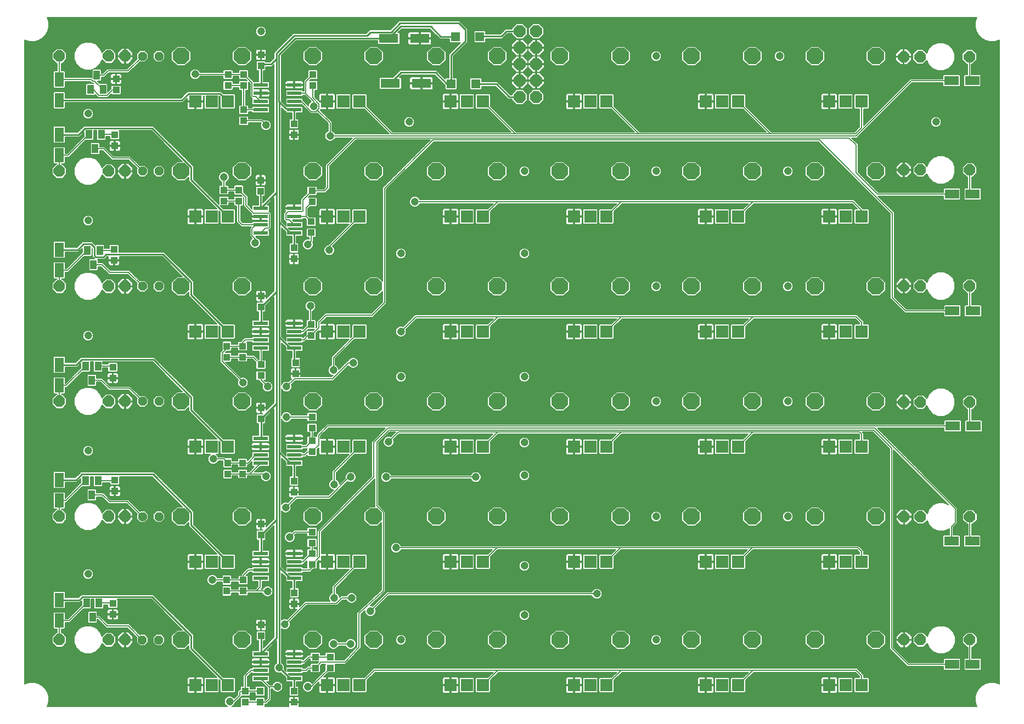
<source format=gbl>
G75*
%MOIN*%
%OFA0B0*%
%FSLAX25Y25*%
%IPPOS*%
%LPD*%
%AMOC8*
5,1,8,0,0,1.08239X$1,22.5*
%
%ADD10OC8,0.07000*%
%ADD11R,0.03937X0.04331*%
%ADD12R,0.05512X0.08661*%
%ADD13R,0.08661X0.02362*%
%ADD14OC8,0.05200*%
%ADD15R,0.03937X0.05512*%
%ADD16R,0.04331X0.03937*%
%ADD17R,0.07400X0.07400*%
%ADD18OC8,0.10000*%
%ADD19R,0.08661X0.05512*%
%ADD20R,0.05512X0.05512*%
%ADD21OC8,0.07400*%
%ADD22R,0.11811X0.05512*%
%ADD23C,0.00600*%
%ADD24C,0.04750*%
%ADD25C,0.01000*%
D10*
X0034800Y0055800D03*
X0064800Y0055800D03*
X0074800Y0055800D03*
X0074800Y0130800D03*
X0064800Y0130800D03*
X0034800Y0130800D03*
X0034800Y0200800D03*
X0064800Y0200800D03*
X0074800Y0200800D03*
X0074800Y0270800D03*
X0064800Y0270800D03*
X0034800Y0270800D03*
X0034800Y0340800D03*
X0064800Y0340800D03*
X0074800Y0340800D03*
X0074800Y0410800D03*
X0064800Y0410800D03*
X0034800Y0410800D03*
X0547648Y0410431D03*
X0557648Y0410431D03*
X0587648Y0410431D03*
X0587804Y0341583D03*
X0557804Y0341583D03*
X0547804Y0341583D03*
X0547804Y0271033D03*
X0557804Y0271033D03*
X0587804Y0271033D03*
X0587804Y0200356D03*
X0557804Y0200356D03*
X0547804Y0200356D03*
X0547931Y0130568D03*
X0557931Y0130568D03*
X0587931Y0130568D03*
X0587931Y0055799D03*
X0557931Y0055799D03*
X0547931Y0055799D03*
D11*
X0177550Y0077704D03*
X0177550Y0084396D03*
X0157300Y0064896D03*
X0157300Y0058204D03*
X0136550Y0085454D03*
X0136550Y0092146D03*
X0157300Y0119454D03*
X0157300Y0126146D03*
X0177300Y0145704D03*
X0177300Y0152396D03*
X0137050Y0156704D03*
X0137050Y0163396D03*
X0157300Y0190204D03*
X0157300Y0196896D03*
X0178300Y0217704D03*
X0178300Y0224396D03*
X0136550Y0227704D03*
X0136550Y0234396D03*
X0157300Y0258204D03*
X0157300Y0264896D03*
X0177300Y0287454D03*
X0177300Y0294146D03*
X0143800Y0322704D03*
X0143800Y0329396D03*
X0157050Y0328704D03*
X0157050Y0335396D03*
X0177300Y0362954D03*
X0177300Y0369646D03*
X0146800Y0392954D03*
X0146800Y0399646D03*
X0157300Y0404954D03*
X0157300Y0411646D03*
X0147800Y0024646D03*
X0147800Y0017954D03*
X0177300Y0017954D03*
X0177300Y0024646D03*
D12*
X0034800Y0067501D03*
X0034800Y0080099D03*
X0034800Y0140501D03*
X0034800Y0153099D03*
X0034800Y0210501D03*
X0034800Y0223099D03*
X0034800Y0280501D03*
X0034800Y0293099D03*
X0034800Y0350501D03*
X0034800Y0363099D03*
X0034800Y0384001D03*
X0034800Y0396599D03*
D13*
X0157064Y0393300D03*
X0157064Y0388300D03*
X0157064Y0383300D03*
X0157064Y0378300D03*
X0177536Y0378300D03*
X0177536Y0383300D03*
X0177536Y0388300D03*
X0177536Y0393300D03*
X0177536Y0318300D03*
X0177536Y0313300D03*
X0177536Y0308300D03*
X0177536Y0303300D03*
X0157064Y0303300D03*
X0157064Y0308300D03*
X0157064Y0313300D03*
X0157064Y0318300D03*
X0157064Y0248300D03*
X0157064Y0243300D03*
X0157064Y0238300D03*
X0157064Y0233300D03*
X0177536Y0233300D03*
X0177536Y0238300D03*
X0177536Y0243300D03*
X0177536Y0248300D03*
X0177536Y0178300D03*
X0177536Y0173300D03*
X0177536Y0168300D03*
X0177536Y0163300D03*
X0157064Y0163300D03*
X0157064Y0168300D03*
X0157064Y0173300D03*
X0157064Y0178300D03*
X0157064Y0108300D03*
X0157064Y0103300D03*
X0157064Y0098300D03*
X0157064Y0093300D03*
X0177536Y0093300D03*
X0177536Y0098300D03*
X0177536Y0103300D03*
X0177536Y0108300D03*
X0177536Y0047300D03*
X0177536Y0042300D03*
X0177536Y0037300D03*
X0177536Y0032300D03*
X0157064Y0032300D03*
X0157064Y0037300D03*
X0157064Y0042300D03*
X0157064Y0047300D03*
D14*
X0095250Y0055750D03*
X0085250Y0055750D03*
X0085300Y0130750D03*
X0095300Y0130750D03*
X0095300Y0200850D03*
X0085300Y0200850D03*
X0085300Y0270850D03*
X0095300Y0270850D03*
X0095350Y0340850D03*
X0085350Y0340850D03*
X0085300Y0410750D03*
X0095300Y0410750D03*
D15*
X0057550Y0399131D03*
X0053810Y0390469D03*
X0061290Y0390469D03*
X0060290Y0363131D03*
X0052810Y0363131D03*
X0056550Y0354469D03*
X0059290Y0292631D03*
X0051810Y0292631D03*
X0055550Y0283969D03*
X0058290Y0222381D03*
X0050810Y0222381D03*
X0054550Y0213719D03*
X0050810Y0152631D03*
X0058290Y0152631D03*
X0054550Y0143969D03*
X0051310Y0078131D03*
X0058790Y0078131D03*
X0055050Y0069469D03*
D16*
X0067300Y0071204D03*
X0067300Y0077896D03*
X0146550Y0085454D03*
X0146550Y0092146D03*
X0188300Y0101704D03*
X0188300Y0108396D03*
X0188300Y0114704D03*
X0188300Y0121396D03*
X0146050Y0156704D03*
X0146050Y0163396D03*
X0188300Y0170204D03*
X0188300Y0176896D03*
X0188300Y0184704D03*
X0188300Y0191396D03*
X0157300Y0216454D03*
X0157300Y0223146D03*
X0146050Y0227704D03*
X0146050Y0234396D03*
X0187800Y0240954D03*
X0187800Y0247646D03*
X0187800Y0303454D03*
X0187800Y0310146D03*
X0188300Y0322204D03*
X0188300Y0328896D03*
X0134800Y0329396D03*
X0134800Y0322704D03*
X0068050Y0293396D03*
X0068050Y0286704D03*
X0067300Y0221646D03*
X0067300Y0214954D03*
X0068550Y0152896D03*
X0068550Y0146204D03*
X0190300Y0045396D03*
X0190300Y0038704D03*
X0199300Y0038704D03*
X0199300Y0045396D03*
X0156800Y0024646D03*
X0156800Y0017954D03*
X0068550Y0356204D03*
X0068550Y0362896D03*
X0069300Y0390204D03*
X0069300Y0396896D03*
X0137300Y0399646D03*
X0137300Y0392954D03*
X0146800Y0378146D03*
X0146800Y0371454D03*
X0188800Y0392954D03*
X0188800Y0399646D03*
D17*
X0197457Y0383241D03*
X0207300Y0383241D03*
X0217143Y0383241D03*
X0272457Y0383241D03*
X0282300Y0383241D03*
X0292143Y0383241D03*
X0347457Y0383241D03*
X0357300Y0383241D03*
X0367143Y0383241D03*
X0427457Y0383241D03*
X0437300Y0383241D03*
X0447143Y0383241D03*
X0502457Y0383241D03*
X0512300Y0383241D03*
X0522143Y0383241D03*
X0522143Y0313241D03*
X0512300Y0313241D03*
X0502457Y0313241D03*
X0447143Y0313241D03*
X0437300Y0313241D03*
X0427457Y0313241D03*
X0367143Y0313241D03*
X0357300Y0313241D03*
X0347457Y0313241D03*
X0292143Y0313241D03*
X0282300Y0313241D03*
X0272457Y0313241D03*
X0217143Y0313241D03*
X0207300Y0313241D03*
X0197457Y0313241D03*
X0137143Y0313241D03*
X0127300Y0313241D03*
X0117457Y0313241D03*
X0117457Y0243241D03*
X0127300Y0243241D03*
X0137143Y0243241D03*
X0197457Y0243241D03*
X0207300Y0243241D03*
X0217143Y0243241D03*
X0272457Y0243241D03*
X0282300Y0243241D03*
X0292143Y0243241D03*
X0347457Y0243241D03*
X0357300Y0243241D03*
X0367143Y0243241D03*
X0427457Y0243241D03*
X0437300Y0243241D03*
X0447143Y0243241D03*
X0502457Y0243241D03*
X0512300Y0243241D03*
X0522143Y0243241D03*
X0522143Y0173241D03*
X0512300Y0173241D03*
X0502457Y0173241D03*
X0447143Y0173241D03*
X0437300Y0173241D03*
X0427457Y0173241D03*
X0367143Y0173241D03*
X0357300Y0173241D03*
X0347457Y0173241D03*
X0292143Y0173241D03*
X0282300Y0173241D03*
X0272457Y0173241D03*
X0217143Y0173241D03*
X0207300Y0173241D03*
X0197457Y0173241D03*
X0137143Y0173241D03*
X0127300Y0173241D03*
X0117457Y0173241D03*
X0117457Y0103241D03*
X0127300Y0103241D03*
X0137143Y0103241D03*
X0197457Y0103241D03*
X0207300Y0103241D03*
X0217143Y0103241D03*
X0272457Y0103241D03*
X0282300Y0103241D03*
X0292143Y0103241D03*
X0347457Y0103241D03*
X0357300Y0103241D03*
X0367143Y0103241D03*
X0427457Y0103241D03*
X0437300Y0103241D03*
X0447143Y0103241D03*
X0502457Y0103241D03*
X0512300Y0103241D03*
X0522143Y0103241D03*
X0522143Y0028241D03*
X0512300Y0028241D03*
X0502457Y0028241D03*
X0447143Y0028241D03*
X0437300Y0028241D03*
X0427457Y0028241D03*
X0367143Y0028241D03*
X0357300Y0028241D03*
X0347457Y0028241D03*
X0292143Y0028241D03*
X0282300Y0028241D03*
X0272457Y0028241D03*
X0217143Y0028241D03*
X0207300Y0028241D03*
X0197457Y0028241D03*
X0137143Y0028241D03*
X0127300Y0028241D03*
X0117457Y0028241D03*
X0117457Y0383241D03*
X0127300Y0383241D03*
X0137143Y0383241D03*
D18*
X0145804Y0410800D03*
X0108796Y0410800D03*
X0188796Y0410800D03*
X0225804Y0410800D03*
X0263796Y0410800D03*
X0300804Y0410800D03*
X0338796Y0410800D03*
X0375804Y0410800D03*
X0418796Y0410800D03*
X0455804Y0410800D03*
X0493796Y0410800D03*
X0530804Y0410800D03*
X0530804Y0340800D03*
X0493796Y0340800D03*
X0455804Y0340800D03*
X0418796Y0340800D03*
X0375804Y0340800D03*
X0338796Y0340800D03*
X0300804Y0340800D03*
X0263796Y0340800D03*
X0225804Y0340800D03*
X0188796Y0340800D03*
X0145804Y0340800D03*
X0108796Y0340800D03*
X0108796Y0270800D03*
X0145804Y0270800D03*
X0188796Y0270800D03*
X0225804Y0270800D03*
X0263796Y0270800D03*
X0300804Y0270800D03*
X0338796Y0270800D03*
X0375804Y0270800D03*
X0418796Y0270800D03*
X0455804Y0270800D03*
X0493796Y0270800D03*
X0530804Y0270800D03*
X0530804Y0200800D03*
X0493796Y0200800D03*
X0455804Y0200800D03*
X0418796Y0200800D03*
X0375804Y0200800D03*
X0338796Y0200800D03*
X0300804Y0200800D03*
X0263796Y0200800D03*
X0225804Y0200800D03*
X0188796Y0200800D03*
X0145804Y0200800D03*
X0108796Y0200800D03*
X0108796Y0130800D03*
X0145804Y0130800D03*
X0188796Y0130800D03*
X0225804Y0130800D03*
X0263796Y0130800D03*
X0300804Y0130800D03*
X0338796Y0130800D03*
X0375804Y0130800D03*
X0418796Y0130800D03*
X0455804Y0130800D03*
X0493796Y0130800D03*
X0530804Y0130800D03*
X0530804Y0055800D03*
X0493796Y0055800D03*
X0455804Y0055800D03*
X0418796Y0055800D03*
X0375804Y0055800D03*
X0338796Y0055800D03*
X0300804Y0055800D03*
X0263796Y0055800D03*
X0225804Y0055800D03*
X0188796Y0055800D03*
X0145804Y0055800D03*
X0108796Y0055800D03*
D19*
X0577001Y0040800D03*
X0589599Y0040800D03*
X0589349Y0115800D03*
X0576751Y0115800D03*
X0577501Y0185800D03*
X0590099Y0185800D03*
X0589849Y0255800D03*
X0577251Y0255800D03*
X0577001Y0326800D03*
X0589599Y0326800D03*
X0589349Y0395800D03*
X0576751Y0395800D03*
D20*
X0290280Y0422550D03*
X0275320Y0422550D03*
X0272820Y0394050D03*
X0287780Y0394050D03*
D21*
X0314439Y0395902D03*
X0314439Y0405902D03*
X0314439Y0415902D03*
X0314439Y0425902D03*
X0324439Y0425902D03*
X0324439Y0415902D03*
X0324439Y0405902D03*
X0324439Y0395902D03*
X0324439Y0385902D03*
X0314439Y0385902D03*
D22*
X0254749Y0394300D03*
X0235851Y0394300D03*
X0234851Y0421550D03*
X0253749Y0421550D03*
D23*
X0027810Y0015892D02*
X0027526Y0015400D01*
X0136744Y0015400D01*
X0136445Y0015524D01*
X0135524Y0016445D01*
X0135025Y0017649D01*
X0135025Y0018951D01*
X0135524Y0020155D01*
X0136445Y0021076D01*
X0137649Y0021575D01*
X0138951Y0021575D01*
X0140155Y0021076D01*
X0141017Y0020214D01*
X0143100Y0022297D01*
X0143100Y0024297D01*
X0143600Y0024797D01*
X0144303Y0025500D01*
X0144931Y0025500D01*
X0144931Y0027185D01*
X0145459Y0027712D01*
X0146600Y0027712D01*
X0146600Y0034297D01*
X0147303Y0035000D01*
X0147303Y0035000D01*
X0150100Y0037797D01*
X0150803Y0038500D01*
X0151833Y0038500D01*
X0151833Y0038854D01*
X0152360Y0039381D01*
X0161767Y0039381D01*
X0162294Y0038854D01*
X0162294Y0035746D01*
X0161767Y0035219D01*
X0152360Y0035219D01*
X0151833Y0035746D01*
X0151833Y0036100D01*
X0151797Y0036100D01*
X0149000Y0033303D01*
X0149000Y0027712D01*
X0150141Y0027712D01*
X0150668Y0027185D01*
X0150668Y0025846D01*
X0153735Y0025846D01*
X0153735Y0026988D01*
X0154262Y0027515D01*
X0159338Y0027515D01*
X0159865Y0026988D01*
X0159865Y0022305D01*
X0159338Y0021778D01*
X0154262Y0021778D01*
X0153735Y0022305D01*
X0153735Y0023446D01*
X0150668Y0023446D01*
X0150668Y0022108D01*
X0150141Y0021581D01*
X0145500Y0021581D01*
X0145500Y0021303D01*
X0144797Y0020600D01*
X0141383Y0017186D01*
X0141076Y0016445D01*
X0140155Y0015524D01*
X0139856Y0015400D01*
X0144947Y0015400D01*
X0144931Y0015415D01*
X0144931Y0020492D01*
X0145459Y0021019D01*
X0150141Y0021019D01*
X0150668Y0020492D01*
X0150668Y0019154D01*
X0153735Y0019154D01*
X0153735Y0020295D01*
X0154262Y0020822D01*
X0159338Y0020822D01*
X0159865Y0020295D01*
X0159865Y0019062D01*
X0161100Y0020297D01*
X0161100Y0026567D01*
X0160982Y0026685D01*
X0157448Y0030219D01*
X0152360Y0030219D01*
X0151833Y0030746D01*
X0151833Y0033854D01*
X0152360Y0034381D01*
X0161767Y0034381D01*
X0162294Y0033854D01*
X0162294Y0030746D01*
X0161767Y0030219D01*
X0160842Y0030219D01*
X0162679Y0028382D01*
X0164204Y0028382D01*
X0164524Y0029155D01*
X0165445Y0030076D01*
X0166649Y0030575D01*
X0167951Y0030575D01*
X0169155Y0030076D01*
X0170076Y0029155D01*
X0170575Y0027951D01*
X0170575Y0026649D01*
X0170076Y0025445D01*
X0169155Y0024524D01*
X0167951Y0024025D01*
X0166649Y0024025D01*
X0165445Y0024524D01*
X0164524Y0025445D01*
X0164301Y0025982D01*
X0163500Y0025982D01*
X0163500Y0019303D01*
X0162797Y0018600D01*
X0161500Y0017303D01*
X0160797Y0016600D01*
X0159865Y0016600D01*
X0159865Y0015612D01*
X0159653Y0015400D01*
X0174090Y0015400D01*
X0174031Y0015617D01*
X0174031Y0017654D01*
X0177000Y0017654D01*
X0177000Y0018254D01*
X0177000Y0021419D01*
X0175160Y0021419D01*
X0174830Y0021330D01*
X0174533Y0021159D01*
X0174291Y0020917D01*
X0174120Y0020621D01*
X0174031Y0020290D01*
X0174031Y0018254D01*
X0177000Y0018254D01*
X0177600Y0018254D01*
X0177600Y0021419D01*
X0179440Y0021419D01*
X0179770Y0021330D01*
X0180067Y0021159D01*
X0180309Y0020917D01*
X0180480Y0020621D01*
X0180568Y0020290D01*
X0180568Y0018254D01*
X0177600Y0018254D01*
X0177600Y0017654D01*
X0180568Y0017654D01*
X0180568Y0015617D01*
X0180510Y0015400D01*
X0592074Y0015400D01*
X0591790Y0015892D01*
X0591094Y0018488D01*
X0591094Y0021175D01*
X0591790Y0023771D01*
X0593134Y0026098D01*
X0595034Y0027998D01*
X0597361Y0029342D01*
X0599956Y0030037D01*
X0602644Y0030037D01*
X0605239Y0029342D01*
X0605700Y0029075D01*
X0605700Y0420556D01*
X0605239Y0420290D01*
X0602644Y0419594D01*
X0599956Y0419594D01*
X0597361Y0420290D01*
X0595034Y0421634D01*
X0593134Y0423534D01*
X0591790Y0425861D01*
X0591094Y0428456D01*
X0591094Y0431144D01*
X0591790Y0433739D01*
X0592056Y0434200D01*
X0027544Y0434200D01*
X0027810Y0433739D01*
X0028505Y0431144D01*
X0028505Y0428456D01*
X0027810Y0425861D01*
X0026466Y0423534D01*
X0024566Y0421634D01*
X0022239Y0420290D01*
X0019644Y0419594D01*
X0016956Y0419594D01*
X0014361Y0420290D01*
X0013900Y0420556D01*
X0013900Y0029075D01*
X0014361Y0029342D01*
X0016956Y0030037D01*
X0019644Y0030037D01*
X0022239Y0029342D01*
X0024566Y0027998D01*
X0026466Y0026098D01*
X0027810Y0023771D01*
X0028505Y0021175D01*
X0028505Y0018488D01*
X0027810Y0015892D01*
X0027757Y0015800D02*
X0136169Y0015800D01*
X0135570Y0016399D02*
X0027946Y0016399D01*
X0028106Y0016997D02*
X0135295Y0016997D01*
X0135047Y0017596D02*
X0028266Y0017596D01*
X0028427Y0018194D02*
X0135025Y0018194D01*
X0135025Y0018793D02*
X0028505Y0018793D01*
X0028505Y0019391D02*
X0135207Y0019391D01*
X0135455Y0019990D02*
X0028505Y0019990D01*
X0028505Y0020588D02*
X0135957Y0020588D01*
X0136711Y0021187D02*
X0028502Y0021187D01*
X0028342Y0021785D02*
X0142588Y0021785D01*
X0143100Y0022384D02*
X0028182Y0022384D01*
X0028021Y0022982D02*
X0143100Y0022982D01*
X0143100Y0023581D02*
X0122036Y0023581D01*
X0121956Y0023501D02*
X0122198Y0023743D01*
X0122369Y0024039D01*
X0122457Y0024370D01*
X0122457Y0027941D01*
X0117758Y0027941D01*
X0117758Y0028541D01*
X0122457Y0028541D01*
X0122457Y0032112D01*
X0122369Y0032443D01*
X0122198Y0032739D01*
X0121956Y0032981D01*
X0121659Y0033152D01*
X0121329Y0033241D01*
X0117757Y0033241D01*
X0117757Y0028541D01*
X0117157Y0028541D01*
X0117157Y0027941D01*
X0112457Y0027941D01*
X0112457Y0024370D01*
X0112546Y0024039D01*
X0112717Y0023743D01*
X0112959Y0023501D01*
X0113256Y0023330D01*
X0113586Y0023241D01*
X0117157Y0023241D01*
X0117157Y0027941D01*
X0117757Y0027941D01*
X0117757Y0023241D01*
X0121329Y0023241D01*
X0121659Y0023330D01*
X0121956Y0023501D01*
X0122406Y0024179D02*
X0122700Y0024179D01*
X0122700Y0024168D02*
X0123227Y0023641D01*
X0131373Y0023641D01*
X0131900Y0024168D01*
X0131900Y0031504D01*
X0132543Y0030861D01*
X0132543Y0024168D01*
X0133070Y0023641D01*
X0141215Y0023641D01*
X0141743Y0024168D01*
X0141743Y0032314D01*
X0141215Y0032841D01*
X0134522Y0032841D01*
X0116296Y0051067D01*
X0116296Y0058907D01*
X0091816Y0083387D01*
X0048306Y0083387D01*
X0047486Y0082567D01*
X0046418Y0081499D01*
X0038456Y0081499D01*
X0038456Y0084803D01*
X0037929Y0085330D01*
X0031671Y0085330D01*
X0031144Y0084803D01*
X0031144Y0075396D01*
X0031671Y0074869D01*
X0037929Y0074869D01*
X0038456Y0075396D01*
X0038456Y0078699D01*
X0047578Y0078699D01*
X0048441Y0079562D01*
X0048441Y0076959D01*
X0040183Y0068701D01*
X0038456Y0068701D01*
X0038456Y0072204D01*
X0037929Y0072731D01*
X0031671Y0072731D01*
X0031144Y0072204D01*
X0031144Y0062797D01*
X0031671Y0062270D01*
X0033600Y0062270D01*
X0033600Y0060200D01*
X0032977Y0060200D01*
X0030400Y0057623D01*
X0030400Y0053977D01*
X0032977Y0051400D01*
X0036623Y0051400D01*
X0039200Y0053977D01*
X0039200Y0057623D01*
X0036623Y0060200D01*
X0036000Y0060200D01*
X0036000Y0062270D01*
X0037929Y0062270D01*
X0038456Y0062797D01*
X0038456Y0066301D01*
X0041177Y0066301D01*
X0049351Y0074475D01*
X0053651Y0074475D01*
X0054178Y0075002D01*
X0054178Y0080587D01*
X0055922Y0080587D01*
X0055922Y0075002D01*
X0056449Y0074475D01*
X0061131Y0074475D01*
X0061659Y0075002D01*
X0061659Y0076931D01*
X0064235Y0076931D01*
X0064235Y0075555D01*
X0064762Y0075028D01*
X0069838Y0075028D01*
X0070365Y0075555D01*
X0070365Y0080238D01*
X0070016Y0080587D01*
X0090656Y0080587D01*
X0109543Y0061700D01*
X0106352Y0061700D01*
X0102896Y0058244D01*
X0102896Y0053356D01*
X0106352Y0049900D01*
X0111240Y0049900D01*
X0113496Y0052156D01*
X0113496Y0049907D01*
X0114316Y0049087D01*
X0130563Y0032841D01*
X0123227Y0032841D01*
X0122700Y0032314D01*
X0122700Y0024168D01*
X0122700Y0024778D02*
X0122457Y0024778D01*
X0122457Y0025376D02*
X0122700Y0025376D01*
X0122700Y0025975D02*
X0122457Y0025975D01*
X0122457Y0026573D02*
X0122700Y0026573D01*
X0122700Y0027172D02*
X0122457Y0027172D01*
X0122457Y0027770D02*
X0122700Y0027770D01*
X0122700Y0028369D02*
X0117758Y0028369D01*
X0117757Y0028967D02*
X0117157Y0028967D01*
X0117157Y0028541D02*
X0117157Y0033241D01*
X0113586Y0033241D01*
X0113256Y0033152D01*
X0112959Y0032981D01*
X0112717Y0032739D01*
X0112546Y0032443D01*
X0112457Y0032112D01*
X0112457Y0028541D01*
X0117157Y0028541D01*
X0117157Y0028369D02*
X0023924Y0028369D01*
X0024794Y0027770D02*
X0112457Y0027770D01*
X0112457Y0027172D02*
X0025393Y0027172D01*
X0025991Y0026573D02*
X0112457Y0026573D01*
X0112457Y0025975D02*
X0026538Y0025975D01*
X0026883Y0025376D02*
X0112457Y0025376D01*
X0112457Y0024778D02*
X0027229Y0024778D01*
X0027574Y0024179D02*
X0112509Y0024179D01*
X0112879Y0023581D02*
X0027861Y0023581D01*
X0022887Y0028967D02*
X0112457Y0028967D01*
X0112457Y0029566D02*
X0021402Y0029566D01*
X0015198Y0029566D02*
X0013900Y0029566D01*
X0013900Y0030164D02*
X0112457Y0030164D01*
X0112457Y0030763D02*
X0013900Y0030763D01*
X0013900Y0031361D02*
X0112457Y0031361D01*
X0112457Y0031960D02*
X0013900Y0031960D01*
X0013900Y0032558D02*
X0112613Y0032558D01*
X0113272Y0033157D02*
X0013900Y0033157D01*
X0013900Y0033755D02*
X0129648Y0033755D01*
X0130247Y0033157D02*
X0121642Y0033157D01*
X0122302Y0032558D02*
X0122945Y0032558D01*
X0122700Y0031960D02*
X0122457Y0031960D01*
X0122457Y0031361D02*
X0122700Y0031361D01*
X0122700Y0030763D02*
X0122457Y0030763D01*
X0122457Y0030164D02*
X0122700Y0030164D01*
X0122700Y0029566D02*
X0122457Y0029566D01*
X0122457Y0028967D02*
X0122700Y0028967D01*
X0117757Y0029566D02*
X0117157Y0029566D01*
X0117157Y0030164D02*
X0117757Y0030164D01*
X0117757Y0030763D02*
X0117157Y0030763D01*
X0117157Y0031361D02*
X0117757Y0031361D01*
X0117757Y0031960D02*
X0117157Y0031960D01*
X0117157Y0032558D02*
X0117757Y0032558D01*
X0117757Y0033157D02*
X0117157Y0033157D01*
X0117157Y0027770D02*
X0117757Y0027770D01*
X0117757Y0027172D02*
X0117157Y0027172D01*
X0117157Y0026573D02*
X0117757Y0026573D01*
X0117757Y0025975D02*
X0117157Y0025975D01*
X0117157Y0025376D02*
X0117757Y0025376D01*
X0117757Y0024778D02*
X0117157Y0024778D01*
X0117157Y0024179D02*
X0117757Y0024179D01*
X0117757Y0023581D02*
X0117157Y0023581D01*
X0128451Y0034952D02*
X0013900Y0034952D01*
X0013900Y0034354D02*
X0129050Y0034354D01*
X0127853Y0035551D02*
X0013900Y0035551D01*
X0013900Y0036149D02*
X0127254Y0036149D01*
X0126656Y0036748D02*
X0013900Y0036748D01*
X0013900Y0037346D02*
X0126057Y0037346D01*
X0125459Y0037945D02*
X0013900Y0037945D01*
X0013900Y0038543D02*
X0124860Y0038543D01*
X0124262Y0039142D02*
X0013900Y0039142D01*
X0013900Y0039740D02*
X0123663Y0039740D01*
X0123065Y0040339D02*
X0013900Y0040339D01*
X0013900Y0040937D02*
X0122466Y0040937D01*
X0121868Y0041536D02*
X0013900Y0041536D01*
X0013900Y0042134D02*
X0121269Y0042134D01*
X0120671Y0042733D02*
X0013900Y0042733D01*
X0013900Y0043332D02*
X0120072Y0043332D01*
X0119474Y0043930D02*
X0013900Y0043930D01*
X0013900Y0044529D02*
X0118875Y0044529D01*
X0118277Y0045127D02*
X0013900Y0045127D01*
X0013900Y0045726D02*
X0117678Y0045726D01*
X0117079Y0046324D02*
X0013900Y0046324D01*
X0013900Y0046923D02*
X0116481Y0046923D01*
X0115882Y0047521D02*
X0054866Y0047521D01*
X0054017Y0047169D02*
X0057189Y0048483D01*
X0059617Y0050911D01*
X0060744Y0053633D01*
X0062977Y0051400D01*
X0066623Y0051400D01*
X0069200Y0053977D01*
X0069200Y0057623D01*
X0066623Y0060200D01*
X0062977Y0060200D01*
X0060744Y0057967D01*
X0059617Y0060689D01*
X0057189Y0063117D01*
X0054017Y0064431D01*
X0050583Y0064431D01*
X0047411Y0063117D01*
X0044983Y0060689D01*
X0043669Y0057517D01*
X0043669Y0054083D01*
X0044983Y0050911D01*
X0047411Y0048483D01*
X0050583Y0047169D01*
X0054017Y0047169D01*
X0056311Y0048120D02*
X0115284Y0048120D01*
X0114685Y0048718D02*
X0057424Y0048718D01*
X0058022Y0049317D02*
X0114087Y0049317D01*
X0113496Y0049915D02*
X0111255Y0049915D01*
X0111854Y0050514D02*
X0113496Y0050514D01*
X0113496Y0051112D02*
X0112452Y0051112D01*
X0113051Y0051711D02*
X0113496Y0051711D01*
X0116296Y0051711D02*
X0141549Y0051711D01*
X0140951Y0052309D02*
X0116296Y0052309D01*
X0116296Y0052908D02*
X0140352Y0052908D01*
X0139904Y0053356D02*
X0143360Y0049900D01*
X0148248Y0049900D01*
X0151704Y0053356D01*
X0151704Y0058244D01*
X0148248Y0061700D01*
X0143360Y0061700D01*
X0139904Y0058244D01*
X0139904Y0053356D01*
X0139904Y0053506D02*
X0116296Y0053506D01*
X0116296Y0054105D02*
X0139904Y0054105D01*
X0139904Y0054703D02*
X0116296Y0054703D01*
X0116296Y0055302D02*
X0139904Y0055302D01*
X0139904Y0055900D02*
X0116296Y0055900D01*
X0116296Y0056499D02*
X0139904Y0056499D01*
X0139904Y0057097D02*
X0116296Y0057097D01*
X0116296Y0057696D02*
X0139904Y0057696D01*
X0139954Y0058294D02*
X0116296Y0058294D01*
X0116296Y0058893D02*
X0140553Y0058893D01*
X0141151Y0059491D02*
X0115711Y0059491D01*
X0115113Y0060090D02*
X0141750Y0060090D01*
X0142348Y0060688D02*
X0114514Y0060688D01*
X0113916Y0061287D02*
X0142947Y0061287D01*
X0148661Y0061287D02*
X0165263Y0061287D01*
X0165263Y0061885D02*
X0160261Y0061885D01*
X0160309Y0061933D02*
X0160480Y0062229D01*
X0160568Y0062560D01*
X0160568Y0064596D01*
X0157600Y0064596D01*
X0157600Y0061431D01*
X0159440Y0061431D01*
X0159770Y0061520D01*
X0160067Y0061691D01*
X0160309Y0061933D01*
X0160548Y0062484D02*
X0165263Y0062484D01*
X0165263Y0063082D02*
X0160568Y0063082D01*
X0160568Y0063681D02*
X0165263Y0063681D01*
X0165263Y0064279D02*
X0160568Y0064279D01*
X0160568Y0065196D02*
X0160568Y0067233D01*
X0160480Y0067564D01*
X0160309Y0067860D01*
X0160067Y0068102D01*
X0159770Y0068273D01*
X0159440Y0068362D01*
X0157600Y0068362D01*
X0157600Y0065196D01*
X0160568Y0065196D01*
X0160568Y0065476D02*
X0165263Y0065476D01*
X0165263Y0064878D02*
X0157600Y0064878D01*
X0157600Y0064596D02*
X0157600Y0065196D01*
X0157000Y0065196D01*
X0157000Y0064596D01*
X0157600Y0064596D01*
X0157600Y0064279D02*
X0157000Y0064279D01*
X0157000Y0064596D02*
X0157000Y0061431D01*
X0155160Y0061431D01*
X0154830Y0061520D01*
X0154533Y0061691D01*
X0154291Y0061933D01*
X0154120Y0062229D01*
X0154031Y0062560D01*
X0154031Y0064596D01*
X0157000Y0064596D01*
X0157000Y0064878D02*
X0110325Y0064878D01*
X0110923Y0064279D02*
X0154031Y0064279D01*
X0154031Y0063681D02*
X0111522Y0063681D01*
X0112120Y0063082D02*
X0154031Y0063082D01*
X0154052Y0062484D02*
X0112719Y0062484D01*
X0113317Y0061885D02*
X0154339Y0061885D01*
X0154959Y0061269D02*
X0154431Y0060742D01*
X0154431Y0055665D01*
X0154959Y0055138D01*
X0155900Y0055138D01*
X0155900Y0049381D01*
X0152360Y0049381D01*
X0151833Y0048854D01*
X0151833Y0045746D01*
X0152360Y0045219D01*
X0161767Y0045219D01*
X0162294Y0045746D01*
X0162294Y0048854D01*
X0161767Y0049381D01*
X0161125Y0049381D01*
X0166900Y0055156D01*
X0166900Y0041765D01*
X0166445Y0041576D01*
X0165524Y0040655D01*
X0165025Y0039451D01*
X0165025Y0038149D01*
X0165524Y0036945D01*
X0166445Y0036024D01*
X0167649Y0035525D01*
X0168951Y0035525D01*
X0169406Y0035714D01*
X0172306Y0032815D01*
X0172306Y0030746D01*
X0172833Y0030219D01*
X0176136Y0030219D01*
X0176136Y0027712D01*
X0174959Y0027712D01*
X0174431Y0027185D01*
X0174431Y0022108D01*
X0174959Y0021581D01*
X0179641Y0021581D01*
X0180168Y0022108D01*
X0180168Y0027185D01*
X0179641Y0027712D01*
X0178936Y0027712D01*
X0178936Y0030219D01*
X0182240Y0030219D01*
X0182767Y0030746D01*
X0182767Y0033854D01*
X0182240Y0034381D01*
X0174699Y0034381D01*
X0173861Y0035219D01*
X0182240Y0035219D01*
X0182767Y0035746D01*
X0182767Y0036100D01*
X0185297Y0036100D01*
X0186000Y0036803D01*
X0186701Y0037504D01*
X0187235Y0037504D01*
X0187235Y0036362D01*
X0187762Y0035835D01*
X0192838Y0035835D01*
X0193365Y0036362D01*
X0193365Y0040072D01*
X0194394Y0041100D01*
X0196290Y0041100D01*
X0196235Y0041045D01*
X0196235Y0037335D01*
X0192940Y0034041D01*
X0192888Y0034041D01*
X0188289Y0029442D01*
X0187655Y0030076D01*
X0186451Y0030575D01*
X0185149Y0030575D01*
X0183945Y0030076D01*
X0183024Y0029155D01*
X0182525Y0027951D01*
X0182525Y0026649D01*
X0183024Y0025445D01*
X0183945Y0024524D01*
X0185149Y0024025D01*
X0186451Y0024025D01*
X0187655Y0024524D01*
X0188576Y0025445D01*
X0189075Y0026649D01*
X0189075Y0026834D01*
X0192457Y0030217D01*
X0192457Y0028541D01*
X0197157Y0028541D01*
X0197157Y0027941D01*
X0192457Y0027941D01*
X0192457Y0024370D01*
X0192546Y0024039D01*
X0192717Y0023743D01*
X0192959Y0023501D01*
X0193256Y0023330D01*
X0193586Y0023241D01*
X0197157Y0023241D01*
X0197157Y0027941D01*
X0197757Y0027941D01*
X0197757Y0023241D01*
X0201329Y0023241D01*
X0201659Y0023330D01*
X0201956Y0023501D01*
X0202198Y0023743D01*
X0202369Y0024039D01*
X0202457Y0024370D01*
X0202457Y0027941D01*
X0197758Y0027941D01*
X0197758Y0028541D01*
X0202457Y0028541D01*
X0202457Y0032112D01*
X0202369Y0032443D01*
X0202198Y0032739D01*
X0201956Y0032981D01*
X0201659Y0033152D01*
X0201329Y0033241D01*
X0197757Y0033241D01*
X0197757Y0028541D01*
X0197157Y0028541D01*
X0197157Y0033241D01*
X0195534Y0033241D01*
X0198129Y0035835D01*
X0201838Y0035835D01*
X0202365Y0036362D01*
X0202365Y0041045D01*
X0202310Y0041100D01*
X0207823Y0041100D01*
X0207837Y0041086D01*
X0208317Y0041100D01*
X0208797Y0041100D01*
X0208811Y0041114D01*
X0208831Y0041115D01*
X0209161Y0041463D01*
X0209500Y0041803D01*
X0209500Y0041823D01*
X0217661Y0050464D01*
X0218000Y0050803D01*
X0218000Y0050823D01*
X0218014Y0050837D01*
X0218000Y0051317D01*
X0218000Y0071278D01*
X0220525Y0073634D01*
X0220525Y0072649D01*
X0221024Y0071445D01*
X0221945Y0070524D01*
X0223149Y0070025D01*
X0224451Y0070025D01*
X0225655Y0070524D01*
X0226576Y0071445D01*
X0227075Y0072649D01*
X0227075Y0073951D01*
X0226803Y0074606D01*
X0234797Y0082600D01*
X0358252Y0082600D01*
X0358524Y0081945D01*
X0359445Y0081024D01*
X0360649Y0080525D01*
X0361951Y0080525D01*
X0363155Y0081024D01*
X0364076Y0081945D01*
X0364575Y0083149D01*
X0364575Y0084451D01*
X0364076Y0085655D01*
X0363155Y0086576D01*
X0361951Y0087075D01*
X0360649Y0087075D01*
X0359445Y0086576D01*
X0358524Y0085655D01*
X0358252Y0085000D01*
X0233803Y0085000D01*
X0225106Y0076303D01*
X0224451Y0076575D01*
X0223677Y0076575D01*
X0232177Y0084504D01*
X0232201Y0084504D01*
X0232538Y0084841D01*
X0232886Y0085166D01*
X0232887Y0085190D01*
X0232904Y0085207D01*
X0232904Y0085683D01*
X0232920Y0086159D01*
X0232904Y0086177D01*
X0232904Y0133741D01*
X0232201Y0134444D01*
X0228849Y0137796D01*
X0228849Y0175454D01*
X0235594Y0182200D01*
X0239003Y0182200D01*
X0236106Y0179303D01*
X0235451Y0179575D01*
X0234149Y0179575D01*
X0232945Y0179076D01*
X0232024Y0178155D01*
X0231525Y0176951D01*
X0231525Y0175649D01*
X0232024Y0174445D01*
X0232945Y0173524D01*
X0234149Y0173025D01*
X0235451Y0173025D01*
X0236655Y0173524D01*
X0237576Y0174445D01*
X0238075Y0175649D01*
X0238075Y0176951D01*
X0237803Y0177606D01*
X0241197Y0181000D01*
X0298205Y0181000D01*
X0295045Y0177841D01*
X0288070Y0177841D01*
X0287543Y0177314D01*
X0287543Y0169168D01*
X0288070Y0168641D01*
X0296215Y0168641D01*
X0296743Y0169168D01*
X0296743Y0176144D01*
X0301599Y0181000D01*
X0373205Y0181000D01*
X0370045Y0177841D01*
X0363070Y0177841D01*
X0362543Y0177314D01*
X0362543Y0169168D01*
X0363070Y0168641D01*
X0371215Y0168641D01*
X0371743Y0169168D01*
X0371743Y0176144D01*
X0376599Y0181000D01*
X0453205Y0181000D01*
X0450045Y0177841D01*
X0443070Y0177841D01*
X0442543Y0177314D01*
X0442543Y0169168D01*
X0443070Y0168641D01*
X0451215Y0168641D01*
X0451743Y0169168D01*
X0451743Y0176144D01*
X0456599Y0181000D01*
X0520403Y0181000D01*
X0520943Y0180460D01*
X0520943Y0177841D01*
X0518070Y0177841D01*
X0517543Y0177314D01*
X0517543Y0169168D01*
X0518070Y0168641D01*
X0526215Y0168641D01*
X0526743Y0169168D01*
X0526743Y0177314D01*
X0526215Y0177841D01*
X0523343Y0177841D01*
X0523343Y0181455D01*
X0522597Y0182200D01*
X0528803Y0182200D01*
X0539100Y0171903D01*
X0539100Y0050303D01*
X0539803Y0049600D01*
X0549803Y0039600D01*
X0571770Y0039600D01*
X0571770Y0037671D01*
X0572297Y0037144D01*
X0581704Y0037144D01*
X0582231Y0037671D01*
X0582231Y0043929D01*
X0581704Y0044456D01*
X0572297Y0044456D01*
X0571770Y0043929D01*
X0571770Y0042000D01*
X0550797Y0042000D01*
X0541500Y0051297D01*
X0541500Y0171403D01*
X0574805Y0138098D01*
X0572148Y0139199D01*
X0568714Y0139199D01*
X0565542Y0137885D01*
X0563114Y0135457D01*
X0561987Y0132735D01*
X0559754Y0134968D01*
X0556108Y0134968D01*
X0553531Y0132391D01*
X0553531Y0128745D01*
X0556108Y0126168D01*
X0559754Y0126168D01*
X0561987Y0128401D01*
X0563114Y0125679D01*
X0565542Y0123251D01*
X0568714Y0121937D01*
X0572148Y0121937D01*
X0575320Y0123251D01*
X0575551Y0123482D01*
X0575551Y0119456D01*
X0572047Y0119456D01*
X0571520Y0118929D01*
X0571520Y0112671D01*
X0572047Y0112144D01*
X0581454Y0112144D01*
X0581981Y0112671D01*
X0581981Y0118929D01*
X0581454Y0119456D01*
X0577951Y0119456D01*
X0577951Y0124185D01*
X0579559Y0125793D01*
X0580262Y0126496D01*
X0580262Y0136035D01*
X0531697Y0184600D01*
X0572270Y0184600D01*
X0572270Y0182671D01*
X0572797Y0182144D01*
X0582204Y0182144D01*
X0582731Y0182671D01*
X0582731Y0188929D01*
X0582204Y0189456D01*
X0572797Y0189456D01*
X0572270Y0188929D01*
X0572270Y0187000D01*
X0197303Y0187000D01*
X0191803Y0181500D01*
X0191100Y0180797D01*
X0191100Y0179503D01*
X0190838Y0179765D01*
X0189500Y0179765D01*
X0189500Y0181835D01*
X0190838Y0181835D01*
X0191365Y0182362D01*
X0191365Y0187045D01*
X0190838Y0187572D01*
X0185762Y0187572D01*
X0185235Y0187045D01*
X0185235Y0182362D01*
X0185762Y0181835D01*
X0187100Y0181835D01*
X0187100Y0179765D01*
X0185762Y0179765D01*
X0185235Y0179238D01*
X0185235Y0175528D01*
X0184206Y0174500D01*
X0182767Y0174500D01*
X0182767Y0174854D01*
X0182240Y0175381D01*
X0172833Y0175381D01*
X0172306Y0174854D01*
X0172306Y0171746D01*
X0172833Y0171219D01*
X0182240Y0171219D01*
X0182767Y0171746D01*
X0182767Y0172100D01*
X0185201Y0172100D01*
X0185235Y0172134D01*
X0185235Y0171000D01*
X0184803Y0171000D01*
X0184100Y0170297D01*
X0183303Y0169500D01*
X0182767Y0169500D01*
X0182767Y0169854D01*
X0182240Y0170381D01*
X0172833Y0170381D01*
X0172306Y0169854D01*
X0172306Y0167774D01*
X0169700Y0170380D01*
X0169700Y0190227D01*
X0170024Y0189445D01*
X0170945Y0188524D01*
X0172149Y0188025D01*
X0173451Y0188025D01*
X0174655Y0188524D01*
X0175576Y0189445D01*
X0175848Y0190100D01*
X0185235Y0190100D01*
X0185235Y0189055D01*
X0185762Y0188528D01*
X0190838Y0188528D01*
X0191365Y0189055D01*
X0191365Y0193738D01*
X0190838Y0194265D01*
X0185762Y0194265D01*
X0185235Y0193738D01*
X0185235Y0192500D01*
X0175848Y0192500D01*
X0175576Y0193155D01*
X0174655Y0194076D01*
X0173451Y0194575D01*
X0172149Y0194575D01*
X0170945Y0194076D01*
X0170024Y0193155D01*
X0169700Y0192373D01*
X0169700Y0208727D01*
X0170024Y0207945D01*
X0170945Y0207024D01*
X0172149Y0206525D01*
X0173451Y0206525D01*
X0174655Y0207024D01*
X0175576Y0207945D01*
X0176075Y0209149D01*
X0176075Y0210451D01*
X0175803Y0211106D01*
X0178135Y0213438D01*
X0201267Y0213438D01*
X0201969Y0214141D01*
X0210450Y0222622D01*
X0210524Y0222445D01*
X0211445Y0221524D01*
X0212649Y0221025D01*
X0213951Y0221025D01*
X0215155Y0221524D01*
X0216076Y0222445D01*
X0216575Y0223649D01*
X0216575Y0224951D01*
X0216076Y0226155D01*
X0215155Y0227076D01*
X0213951Y0227575D01*
X0212649Y0227575D01*
X0211445Y0227076D01*
X0210524Y0226155D01*
X0210252Y0225500D01*
X0209934Y0225500D01*
X0204575Y0220141D01*
X0204575Y0220451D01*
X0204076Y0221655D01*
X0203155Y0222576D01*
X0202500Y0222848D01*
X0202500Y0226901D01*
X0214240Y0238641D01*
X0221215Y0238641D01*
X0221743Y0239168D01*
X0221743Y0247314D01*
X0221215Y0247841D01*
X0213070Y0247841D01*
X0212543Y0247314D01*
X0212543Y0240338D01*
X0211900Y0239695D01*
X0211900Y0247314D01*
X0211373Y0247841D01*
X0203227Y0247841D01*
X0202700Y0247314D01*
X0202700Y0239168D01*
X0203227Y0238641D01*
X0210845Y0238641D01*
X0200100Y0227895D01*
X0200100Y0222848D01*
X0199445Y0222576D01*
X0198524Y0221655D01*
X0198025Y0220451D01*
X0198025Y0219149D01*
X0198524Y0217945D01*
X0199445Y0217024D01*
X0200649Y0216525D01*
X0200959Y0216525D01*
X0200272Y0215838D01*
X0181568Y0215838D01*
X0181568Y0217404D01*
X0178600Y0217404D01*
X0178600Y0218004D01*
X0178000Y0218004D01*
X0178000Y0221169D01*
X0176160Y0221169D01*
X0175830Y0221080D01*
X0175533Y0220909D01*
X0175291Y0220667D01*
X0175120Y0220371D01*
X0175031Y0220040D01*
X0175031Y0218004D01*
X0178000Y0218004D01*
X0178000Y0217404D01*
X0175031Y0217404D01*
X0175031Y0215367D01*
X0175120Y0215036D01*
X0175291Y0214740D01*
X0175533Y0214498D01*
X0175703Y0214400D01*
X0174106Y0212803D01*
X0173451Y0213075D01*
X0172149Y0213075D01*
X0170945Y0212576D01*
X0170024Y0211655D01*
X0169700Y0210873D01*
X0169700Y0236420D01*
X0172306Y0233815D01*
X0172306Y0231746D01*
X0172833Y0231219D01*
X0176136Y0231219D01*
X0176136Y0227462D01*
X0175959Y0227462D01*
X0175431Y0226935D01*
X0175431Y0221858D01*
X0175959Y0221331D01*
X0180641Y0221331D01*
X0181168Y0221858D01*
X0181168Y0226935D01*
X0180641Y0227462D01*
X0178936Y0227462D01*
X0178936Y0231219D01*
X0182240Y0231219D01*
X0182767Y0231746D01*
X0182767Y0234854D01*
X0182240Y0235381D01*
X0174699Y0235381D01*
X0173861Y0236219D01*
X0182240Y0236219D01*
X0182767Y0236746D01*
X0182767Y0237100D01*
X0183797Y0237100D01*
X0184500Y0237803D01*
X0185022Y0238325D01*
X0185262Y0238085D01*
X0190338Y0238085D01*
X0190865Y0238612D01*
X0190865Y0242322D01*
X0192457Y0243914D01*
X0192457Y0243541D01*
X0197157Y0243541D01*
X0197157Y0242941D01*
X0192457Y0242941D01*
X0192457Y0239370D01*
X0192546Y0239039D01*
X0192717Y0238743D01*
X0192959Y0238501D01*
X0193256Y0238330D01*
X0193586Y0238241D01*
X0197157Y0238241D01*
X0197157Y0242941D01*
X0197757Y0242941D01*
X0197757Y0238241D01*
X0201329Y0238241D01*
X0201659Y0238330D01*
X0201956Y0238501D01*
X0202198Y0238743D01*
X0202369Y0239039D01*
X0202457Y0239370D01*
X0202457Y0242941D01*
X0197758Y0242941D01*
X0197758Y0243541D01*
X0202457Y0243541D01*
X0202457Y0247112D01*
X0202369Y0247443D01*
X0202198Y0247739D01*
X0201956Y0247981D01*
X0201659Y0248152D01*
X0201329Y0248241D01*
X0197757Y0248241D01*
X0197757Y0243541D01*
X0197157Y0243541D01*
X0197157Y0248241D01*
X0193586Y0248241D01*
X0193500Y0248218D01*
X0193500Y0248303D01*
X0197297Y0252100D01*
X0225297Y0252100D01*
X0226000Y0252803D01*
X0233500Y0260303D01*
X0233500Y0329803D01*
X0262297Y0358600D01*
X0495803Y0358600D01*
X0539600Y0314803D01*
X0539600Y0263303D01*
X0540303Y0262600D01*
X0548303Y0254600D01*
X0572020Y0254600D01*
X0572020Y0252671D01*
X0572547Y0252144D01*
X0581954Y0252144D01*
X0582481Y0252671D01*
X0582481Y0258929D01*
X0581954Y0259456D01*
X0572547Y0259456D01*
X0572020Y0258929D01*
X0572020Y0257000D01*
X0549297Y0257000D01*
X0542000Y0264297D01*
X0542000Y0315797D01*
X0532197Y0325600D01*
X0571770Y0325600D01*
X0571770Y0323671D01*
X0572297Y0323144D01*
X0581704Y0323144D01*
X0582231Y0323671D01*
X0582231Y0329929D01*
X0581704Y0330456D01*
X0572297Y0330456D01*
X0571770Y0329929D01*
X0571770Y0328000D01*
X0532297Y0328000D01*
X0520000Y0340297D01*
X0520000Y0357297D01*
X0516197Y0361100D01*
X0519297Y0361100D01*
X0520000Y0361803D01*
X0552797Y0394600D01*
X0571520Y0394600D01*
X0571520Y0392671D01*
X0572047Y0392144D01*
X0581454Y0392144D01*
X0581981Y0392671D01*
X0581981Y0398929D01*
X0581454Y0399456D01*
X0572047Y0399456D01*
X0571520Y0398929D01*
X0571520Y0397000D01*
X0551803Y0397000D01*
X0523343Y0368540D01*
X0523343Y0378641D01*
X0526215Y0378641D01*
X0526743Y0379168D01*
X0526743Y0387314D01*
X0526215Y0387841D01*
X0518070Y0387841D01*
X0517543Y0387314D01*
X0517543Y0379168D01*
X0518070Y0378641D01*
X0520943Y0378641D01*
X0520943Y0367840D01*
X0517803Y0364700D01*
X0467381Y0364700D01*
X0451743Y0380338D01*
X0451743Y0387314D01*
X0451215Y0387841D01*
X0443070Y0387841D01*
X0442543Y0387314D01*
X0442543Y0379168D01*
X0443070Y0378641D01*
X0450045Y0378641D01*
X0463986Y0364700D01*
X0387381Y0364700D01*
X0371743Y0380338D01*
X0371743Y0387314D01*
X0371215Y0387841D01*
X0363070Y0387841D01*
X0362543Y0387314D01*
X0362543Y0379168D01*
X0363070Y0378641D01*
X0370045Y0378641D01*
X0383986Y0364700D01*
X0312381Y0364700D01*
X0296743Y0380338D01*
X0296743Y0387314D01*
X0296215Y0387841D01*
X0288070Y0387841D01*
X0287543Y0387314D01*
X0287543Y0379168D01*
X0288070Y0378641D01*
X0295045Y0378641D01*
X0308986Y0364700D01*
X0237381Y0364700D01*
X0221743Y0380338D01*
X0221743Y0387314D01*
X0221215Y0387841D01*
X0213070Y0387841D01*
X0212543Y0387314D01*
X0212543Y0379168D01*
X0213070Y0378641D01*
X0220045Y0378641D01*
X0235186Y0363500D01*
X0202348Y0363500D01*
X0202076Y0364155D01*
X0201155Y0365076D01*
X0200500Y0365348D01*
X0200500Y0370797D01*
X0193313Y0377984D01*
X0193573Y0378245D01*
X0193586Y0378241D01*
X0197157Y0378241D01*
X0197157Y0382941D01*
X0193053Y0382941D01*
X0190000Y0385994D01*
X0190000Y0390085D01*
X0191338Y0390085D01*
X0191865Y0390612D01*
X0191865Y0395295D01*
X0191338Y0395822D01*
X0186673Y0395822D01*
X0187629Y0396778D01*
X0191338Y0396778D01*
X0191865Y0397305D01*
X0191865Y0401988D01*
X0191338Y0402515D01*
X0186262Y0402515D01*
X0185735Y0401988D01*
X0185735Y0398278D01*
X0183350Y0395894D01*
X0183350Y0389500D01*
X0182767Y0389500D01*
X0182767Y0389854D01*
X0182240Y0390381D01*
X0172833Y0390381D01*
X0172306Y0389854D01*
X0172306Y0386746D01*
X0172833Y0386219D01*
X0182240Y0386219D01*
X0182767Y0386746D01*
X0182767Y0387100D01*
X0183803Y0387100D01*
X0184053Y0386850D01*
X0187715Y0383188D01*
X0187445Y0383076D01*
X0186524Y0382155D01*
X0186025Y0380951D01*
X0186025Y0380641D01*
X0182869Y0383797D01*
X0182767Y0383899D01*
X0182767Y0384854D01*
X0182240Y0385381D01*
X0172833Y0385381D01*
X0172306Y0384854D01*
X0172306Y0381746D01*
X0172833Y0381219D01*
X0182053Y0381219D01*
X0187446Y0375825D01*
X0191154Y0375825D01*
X0191616Y0376287D01*
X0198100Y0369803D01*
X0198100Y0365348D01*
X0197445Y0365076D01*
X0196524Y0364155D01*
X0196025Y0362951D01*
X0196025Y0361649D01*
X0196524Y0360445D01*
X0197445Y0359524D01*
X0198649Y0359025D01*
X0199951Y0359025D01*
X0201155Y0359524D01*
X0202076Y0360445D01*
X0202348Y0361100D01*
X0212903Y0361100D01*
X0197303Y0345500D01*
X0196600Y0344797D01*
X0196600Y0331297D01*
X0195303Y0330000D01*
X0191365Y0330000D01*
X0191365Y0331238D01*
X0190838Y0331765D01*
X0185762Y0331765D01*
X0185235Y0331238D01*
X0185235Y0327528D01*
X0182270Y0324563D01*
X0181567Y0323860D01*
X0181567Y0320781D01*
X0177827Y0320781D01*
X0177827Y0318591D01*
X0177246Y0318591D01*
X0177246Y0320781D01*
X0173034Y0320781D01*
X0172704Y0320692D01*
X0172407Y0320521D01*
X0172165Y0320279D01*
X0171994Y0319983D01*
X0171906Y0319652D01*
X0171906Y0318591D01*
X0177246Y0318591D01*
X0177246Y0318009D01*
X0171906Y0318009D01*
X0171906Y0316948D01*
X0171994Y0316617D01*
X0172132Y0316378D01*
X0171808Y0316054D01*
X0171106Y0315351D01*
X0171106Y0311249D01*
X0171633Y0310722D01*
X0172336Y0310019D01*
X0172471Y0310019D01*
X0172306Y0309854D01*
X0172306Y0307774D01*
X0169700Y0310380D01*
X0169700Y0379420D01*
X0170900Y0378220D01*
X0171720Y0377400D01*
X0172306Y0377400D01*
X0172306Y0376746D01*
X0172833Y0376219D01*
X0176136Y0376219D01*
X0176136Y0372712D01*
X0174959Y0372712D01*
X0174431Y0372185D01*
X0174431Y0367108D01*
X0174959Y0366581D01*
X0179641Y0366581D01*
X0180168Y0367108D01*
X0180168Y0372185D01*
X0179641Y0372712D01*
X0178936Y0372712D01*
X0178936Y0376219D01*
X0182240Y0376219D01*
X0182767Y0376746D01*
X0182767Y0379854D01*
X0182240Y0380381D01*
X0172833Y0380381D01*
X0172766Y0380314D01*
X0169700Y0383380D01*
X0169663Y0383417D01*
X0169663Y0411183D01*
X0178630Y0420150D01*
X0228046Y0420150D01*
X0228046Y0418421D01*
X0228573Y0417894D01*
X0241129Y0417894D01*
X0241657Y0418421D01*
X0241657Y0424679D01*
X0241129Y0425206D01*
X0240487Y0425206D01*
X0242681Y0427400D01*
X0259720Y0427400D01*
X0265970Y0421150D01*
X0271664Y0421150D01*
X0271664Y0419421D01*
X0272191Y0418894D01*
X0278414Y0418894D01*
X0271420Y0411900D01*
X0271420Y0397706D01*
X0269691Y0397706D01*
X0269164Y0397179D01*
X0269164Y0396916D01*
X0264700Y0401380D01*
X0263880Y0402200D01*
X0241771Y0402200D01*
X0237527Y0397956D01*
X0229573Y0397956D01*
X0229046Y0397429D01*
X0229046Y0391171D01*
X0229573Y0390644D01*
X0242129Y0390644D01*
X0242657Y0391171D01*
X0242657Y0397429D01*
X0242129Y0397956D01*
X0241487Y0397956D01*
X0242931Y0399400D01*
X0262720Y0399400D01*
X0269164Y0392956D01*
X0269164Y0390921D01*
X0269691Y0390394D01*
X0275948Y0390394D01*
X0276476Y0390921D01*
X0276476Y0397179D01*
X0275948Y0397706D01*
X0274220Y0397706D01*
X0274220Y0410740D01*
X0281880Y0418400D01*
X0282700Y0419220D01*
X0282700Y0427380D01*
X0277880Y0432200D01*
X0241259Y0432200D01*
X0235864Y0426806D01*
X0223326Y0426806D01*
X0221070Y0424550D01*
X0179293Y0424550D01*
X0179293Y0424550D01*
X0176807Y0424550D01*
X0166085Y0413828D01*
X0166036Y0413825D01*
X0165680Y0413423D01*
X0165300Y0413043D01*
X0165300Y0413038D01*
X0165263Y0413001D01*
X0165263Y0412952D01*
X0165230Y0412915D01*
X0165263Y0412378D01*
X0165263Y0409743D01*
X0162720Y0407200D01*
X0160168Y0407200D01*
X0160168Y0407492D01*
X0159641Y0408019D01*
X0154959Y0408019D01*
X0154431Y0407492D01*
X0154431Y0402415D01*
X0154959Y0401888D01*
X0155900Y0401888D01*
X0155900Y0395381D01*
X0152762Y0395381D01*
X0152330Y0395813D01*
X0149668Y0398475D01*
X0149668Y0402185D01*
X0149141Y0402712D01*
X0144459Y0402712D01*
X0143931Y0402185D01*
X0143931Y0400846D01*
X0140365Y0400846D01*
X0140365Y0401988D01*
X0139838Y0402515D01*
X0134762Y0402515D01*
X0134235Y0401988D01*
X0134235Y0400846D01*
X0120411Y0400846D01*
X0120076Y0401655D01*
X0119155Y0402576D01*
X0117951Y0403075D01*
X0116649Y0403075D01*
X0115445Y0402576D01*
X0114524Y0401655D01*
X0114025Y0400451D01*
X0114025Y0399149D01*
X0114524Y0397945D01*
X0115445Y0397024D01*
X0116649Y0396525D01*
X0117951Y0396525D01*
X0119155Y0397024D01*
X0120076Y0397945D01*
X0120284Y0398446D01*
X0134235Y0398446D01*
X0134235Y0397305D01*
X0134762Y0396778D01*
X0139838Y0396778D01*
X0140365Y0397305D01*
X0140365Y0398446D01*
X0143931Y0398446D01*
X0143931Y0397108D01*
X0144459Y0396581D01*
X0148168Y0396581D01*
X0148731Y0396019D01*
X0144459Y0396019D01*
X0143931Y0395492D01*
X0143931Y0394154D01*
X0140365Y0394154D01*
X0140365Y0395295D01*
X0139838Y0395822D01*
X0134762Y0395822D01*
X0134235Y0395295D01*
X0134235Y0390612D01*
X0134762Y0390085D01*
X0139838Y0390085D01*
X0140365Y0390612D01*
X0140365Y0391754D01*
X0143931Y0391754D01*
X0143931Y0390415D01*
X0144459Y0389888D01*
X0145600Y0389888D01*
X0145600Y0381015D01*
X0144262Y0381015D01*
X0143735Y0380488D01*
X0143735Y0375805D01*
X0144262Y0375278D01*
X0149338Y0375278D01*
X0149865Y0375805D01*
X0149865Y0376946D01*
X0151833Y0376946D01*
X0151833Y0376746D01*
X0152360Y0376219D01*
X0161767Y0376219D01*
X0162294Y0376746D01*
X0162294Y0379854D01*
X0161767Y0380381D01*
X0152360Y0380381D01*
X0151833Y0379854D01*
X0151833Y0379346D01*
X0149865Y0379346D01*
X0149865Y0380488D01*
X0149338Y0381015D01*
X0148000Y0381015D01*
X0148000Y0389888D01*
X0149141Y0389888D01*
X0149668Y0390415D01*
X0149668Y0395081D01*
X0150633Y0394116D01*
X0150633Y0386249D01*
X0151336Y0385546D01*
X0151863Y0385019D01*
X0151998Y0385019D01*
X0151833Y0384854D01*
X0151833Y0381746D01*
X0152360Y0381219D01*
X0161767Y0381219D01*
X0162294Y0381746D01*
X0162294Y0384854D01*
X0161767Y0385381D01*
X0156680Y0385381D01*
X0156242Y0385819D01*
X0156773Y0385819D01*
X0156773Y0388009D01*
X0157354Y0388009D01*
X0157354Y0385819D01*
X0161566Y0385819D01*
X0161896Y0385907D01*
X0162193Y0386079D01*
X0162435Y0386321D01*
X0162606Y0386617D01*
X0162694Y0386948D01*
X0162694Y0388009D01*
X0157354Y0388009D01*
X0157354Y0388591D01*
X0156773Y0388591D01*
X0156773Y0390781D01*
X0153033Y0390781D01*
X0153033Y0391219D01*
X0161767Y0391219D01*
X0162294Y0391746D01*
X0162294Y0394854D01*
X0161767Y0395381D01*
X0158700Y0395381D01*
X0158700Y0401888D01*
X0159641Y0401888D01*
X0160168Y0402415D01*
X0160168Y0404400D01*
X0163880Y0404400D01*
X0164700Y0405220D01*
X0165263Y0405783D01*
X0165263Y0328479D01*
X0158464Y0321680D01*
X0158464Y0325638D01*
X0159391Y0325638D01*
X0159918Y0326165D01*
X0159918Y0331242D01*
X0159391Y0331769D01*
X0154709Y0331769D01*
X0154181Y0331242D01*
X0154181Y0326165D01*
X0154709Y0325638D01*
X0155664Y0325638D01*
X0155664Y0320381D01*
X0152360Y0320381D01*
X0151833Y0319854D01*
X0151833Y0318065D01*
X0149300Y0320597D01*
X0149300Y0325593D01*
X0146668Y0328225D01*
X0146668Y0331935D01*
X0146141Y0332462D01*
X0141459Y0332462D01*
X0140931Y0331935D01*
X0140931Y0330596D01*
X0137865Y0330596D01*
X0137865Y0331738D01*
X0137338Y0332265D01*
X0136000Y0332265D01*
X0136000Y0334252D01*
X0136655Y0334524D01*
X0137576Y0335445D01*
X0138075Y0336649D01*
X0138075Y0337951D01*
X0137576Y0339155D01*
X0136655Y0340076D01*
X0135451Y0340575D01*
X0134149Y0340575D01*
X0132945Y0340076D01*
X0132024Y0339155D01*
X0131525Y0337951D01*
X0131525Y0336649D01*
X0132024Y0335445D01*
X0132945Y0334524D01*
X0133600Y0334252D01*
X0133600Y0332265D01*
X0132262Y0332265D01*
X0131735Y0331738D01*
X0131735Y0327055D01*
X0132262Y0326528D01*
X0137338Y0326528D01*
X0137865Y0327055D01*
X0137865Y0328196D01*
X0140931Y0328196D01*
X0140931Y0326858D01*
X0141459Y0326331D01*
X0145168Y0326331D01*
X0145731Y0325769D01*
X0141459Y0325769D01*
X0140931Y0325242D01*
X0140931Y0323904D01*
X0137865Y0323904D01*
X0137865Y0325045D01*
X0137338Y0325572D01*
X0132262Y0325572D01*
X0131735Y0325045D01*
X0131735Y0320629D01*
X0116296Y0336067D01*
X0116296Y0343907D01*
X0091816Y0368387D01*
X0049806Y0368387D01*
X0048986Y0367567D01*
X0045918Y0364499D01*
X0038456Y0364499D01*
X0038456Y0367803D01*
X0037929Y0368330D01*
X0031671Y0368330D01*
X0031144Y0367803D01*
X0031144Y0358396D01*
X0031671Y0357869D01*
X0037929Y0357869D01*
X0038456Y0358396D01*
X0038456Y0361699D01*
X0047078Y0361699D01*
X0049941Y0364562D01*
X0049941Y0361959D01*
X0039683Y0351701D01*
X0038456Y0351701D01*
X0038456Y0355204D01*
X0037929Y0355731D01*
X0031671Y0355731D01*
X0031144Y0355204D01*
X0031144Y0345797D01*
X0031671Y0345270D01*
X0033600Y0345270D01*
X0033600Y0345200D01*
X0032977Y0345200D01*
X0030400Y0342623D01*
X0030400Y0338977D01*
X0032977Y0336400D01*
X0036623Y0336400D01*
X0039200Y0338977D01*
X0039200Y0342623D01*
X0036623Y0345200D01*
X0036000Y0345200D01*
X0036000Y0345270D01*
X0037929Y0345270D01*
X0038456Y0345797D01*
X0038456Y0349301D01*
X0040677Y0349301D01*
X0050851Y0359475D01*
X0055151Y0359475D01*
X0055678Y0360002D01*
X0055678Y0365587D01*
X0057422Y0365587D01*
X0057422Y0360002D01*
X0057949Y0359475D01*
X0062631Y0359475D01*
X0063159Y0360002D01*
X0063159Y0361931D01*
X0065485Y0361931D01*
X0065485Y0360555D01*
X0066012Y0360028D01*
X0071088Y0360028D01*
X0071615Y0360555D01*
X0071615Y0365238D01*
X0071266Y0365587D01*
X0090656Y0365587D01*
X0109543Y0346700D01*
X0106352Y0346700D01*
X0102896Y0343244D01*
X0102896Y0338356D01*
X0106352Y0334900D01*
X0111240Y0334900D01*
X0113496Y0337156D01*
X0113496Y0334907D01*
X0114316Y0334087D01*
X0130563Y0317841D01*
X0123227Y0317841D01*
X0122700Y0317314D01*
X0122700Y0309168D01*
X0123227Y0308641D01*
X0131373Y0308641D01*
X0131900Y0309168D01*
X0131900Y0316504D01*
X0132543Y0315861D01*
X0132543Y0309168D01*
X0133070Y0308641D01*
X0141215Y0308641D01*
X0141743Y0309168D01*
X0141743Y0317314D01*
X0141215Y0317841D01*
X0134522Y0317841D01*
X0132528Y0319835D01*
X0137338Y0319835D01*
X0137865Y0320362D01*
X0137865Y0321504D01*
X0140931Y0321504D01*
X0140931Y0320165D01*
X0141459Y0319638D01*
X0142600Y0319638D01*
X0142600Y0309803D01*
X0143303Y0309100D01*
X0145303Y0307100D01*
X0151403Y0307100D01*
X0150633Y0306330D01*
X0150633Y0301249D01*
X0151336Y0300546D01*
X0151875Y0300007D01*
X0151024Y0299155D01*
X0150525Y0297951D01*
X0150525Y0296649D01*
X0151024Y0295445D01*
X0151945Y0294524D01*
X0153149Y0294025D01*
X0154451Y0294025D01*
X0155655Y0294524D01*
X0156576Y0295445D01*
X0157075Y0296649D01*
X0157075Y0297951D01*
X0156576Y0299155D01*
X0155655Y0300076D01*
X0154878Y0300398D01*
X0154057Y0301219D01*
X0161767Y0301219D01*
X0162294Y0301746D01*
X0162294Y0304854D01*
X0162129Y0305019D01*
X0162264Y0305019D01*
X0162792Y0305546D01*
X0163494Y0306249D01*
X0163494Y0315351D01*
X0162792Y0316054D01*
X0162264Y0316581D01*
X0162129Y0316581D01*
X0162294Y0316746D01*
X0162294Y0319854D01*
X0161767Y0320381D01*
X0161125Y0320381D01*
X0165263Y0324519D01*
X0165263Y0268146D01*
X0160568Y0263452D01*
X0160568Y0264596D01*
X0157600Y0264596D01*
X0157600Y0261431D01*
X0158548Y0261431D01*
X0158385Y0261269D01*
X0154959Y0261269D01*
X0154431Y0260742D01*
X0154431Y0255665D01*
X0154959Y0255138D01*
X0155900Y0255138D01*
X0155900Y0250381D01*
X0152360Y0250381D01*
X0151833Y0249854D01*
X0151833Y0246746D01*
X0152360Y0246219D01*
X0161767Y0246219D01*
X0162294Y0246746D01*
X0162294Y0249854D01*
X0161767Y0250381D01*
X0158700Y0250381D01*
X0158700Y0255138D01*
X0159641Y0255138D01*
X0160168Y0255665D01*
X0160168Y0259092D01*
X0165263Y0264187D01*
X0165263Y0200146D01*
X0160568Y0195452D01*
X0160568Y0196596D01*
X0157600Y0196596D01*
X0157600Y0193431D01*
X0158548Y0193431D01*
X0158385Y0193269D01*
X0154959Y0193269D01*
X0154431Y0192742D01*
X0154431Y0187665D01*
X0154959Y0187138D01*
X0155900Y0187138D01*
X0155900Y0180381D01*
X0152360Y0180381D01*
X0151833Y0179854D01*
X0151833Y0176746D01*
X0152360Y0176219D01*
X0161767Y0176219D01*
X0162294Y0176746D01*
X0162294Y0179854D01*
X0161767Y0180381D01*
X0158700Y0180381D01*
X0158700Y0187138D01*
X0159641Y0187138D01*
X0160168Y0187665D01*
X0160168Y0191092D01*
X0165263Y0196187D01*
X0165263Y0129396D01*
X0160568Y0124702D01*
X0160568Y0125846D01*
X0157600Y0125846D01*
X0157600Y0122681D01*
X0158548Y0122681D01*
X0158385Y0122519D01*
X0154959Y0122519D01*
X0154431Y0121992D01*
X0154431Y0116915D01*
X0154959Y0116388D01*
X0155900Y0116388D01*
X0155900Y0110381D01*
X0152360Y0110381D01*
X0151833Y0109854D01*
X0151833Y0106746D01*
X0152360Y0106219D01*
X0161767Y0106219D01*
X0162294Y0106746D01*
X0162294Y0109854D01*
X0161767Y0110381D01*
X0158700Y0110381D01*
X0158700Y0116388D01*
X0159641Y0116388D01*
X0160168Y0116915D01*
X0160168Y0120342D01*
X0165263Y0125437D01*
X0165263Y0057479D01*
X0158700Y0050916D01*
X0158700Y0055138D01*
X0159641Y0055138D01*
X0160168Y0055665D01*
X0160168Y0060742D01*
X0159641Y0061269D01*
X0154959Y0061269D01*
X0154431Y0060688D02*
X0149259Y0060688D01*
X0149858Y0060090D02*
X0154431Y0060090D01*
X0154431Y0059491D02*
X0150456Y0059491D01*
X0151055Y0058893D02*
X0154431Y0058893D01*
X0154431Y0058294D02*
X0151653Y0058294D01*
X0151704Y0057696D02*
X0154431Y0057696D01*
X0154431Y0057097D02*
X0151704Y0057097D01*
X0151704Y0056499D02*
X0154431Y0056499D01*
X0154431Y0055900D02*
X0151704Y0055900D01*
X0151704Y0055302D02*
X0154795Y0055302D01*
X0155900Y0054703D02*
X0151704Y0054703D01*
X0151704Y0054105D02*
X0155900Y0054105D01*
X0155900Y0053506D02*
X0151704Y0053506D01*
X0151255Y0052908D02*
X0155900Y0052908D01*
X0155900Y0052309D02*
X0150657Y0052309D01*
X0150058Y0051711D02*
X0155900Y0051711D01*
X0155900Y0051112D02*
X0149460Y0051112D01*
X0148861Y0050514D02*
X0155900Y0050514D01*
X0155900Y0049915D02*
X0148263Y0049915D01*
X0151833Y0048718D02*
X0118645Y0048718D01*
X0118047Y0049317D02*
X0152296Y0049317D01*
X0151833Y0048120D02*
X0119244Y0048120D01*
X0119842Y0047521D02*
X0151833Y0047521D01*
X0151833Y0046923D02*
X0120441Y0046923D01*
X0121039Y0046324D02*
X0151833Y0046324D01*
X0151854Y0045726D02*
X0121638Y0045726D01*
X0122236Y0045127D02*
X0166900Y0045127D01*
X0166900Y0044529D02*
X0162180Y0044529D01*
X0162193Y0044521D02*
X0161896Y0044692D01*
X0161566Y0044781D01*
X0157354Y0044781D01*
X0157354Y0042591D01*
X0156773Y0042591D01*
X0156773Y0044781D01*
X0152562Y0044781D01*
X0152231Y0044692D01*
X0151935Y0044521D01*
X0151693Y0044279D01*
X0151522Y0043983D01*
X0151433Y0043652D01*
X0151433Y0042591D01*
X0156773Y0042591D01*
X0156773Y0042009D01*
X0157354Y0042009D01*
X0157354Y0039819D01*
X0161566Y0039819D01*
X0161896Y0039907D01*
X0162193Y0040079D01*
X0162435Y0040321D01*
X0162606Y0040617D01*
X0162694Y0040948D01*
X0162694Y0042009D01*
X0157354Y0042009D01*
X0157354Y0042591D01*
X0162694Y0042591D01*
X0162694Y0043652D01*
X0162606Y0043983D01*
X0162435Y0044279D01*
X0162193Y0044521D01*
X0162620Y0043930D02*
X0166900Y0043930D01*
X0166900Y0043332D02*
X0162694Y0043332D01*
X0162694Y0042733D02*
X0166900Y0042733D01*
X0166900Y0042134D02*
X0157354Y0042134D01*
X0156773Y0042134D02*
X0125229Y0042134D01*
X0125827Y0041536D02*
X0151433Y0041536D01*
X0151433Y0042009D02*
X0151433Y0040948D01*
X0151522Y0040617D01*
X0151693Y0040321D01*
X0151935Y0040079D01*
X0152231Y0039907D01*
X0152562Y0039819D01*
X0156773Y0039819D01*
X0156773Y0042009D01*
X0151433Y0042009D01*
X0151433Y0042733D02*
X0124630Y0042733D01*
X0124032Y0043332D02*
X0151433Y0043332D01*
X0151508Y0043930D02*
X0123433Y0043930D01*
X0122835Y0044529D02*
X0151947Y0044529D01*
X0151436Y0040937D02*
X0126426Y0040937D01*
X0127024Y0040339D02*
X0151682Y0040339D01*
X0152121Y0039142D02*
X0128221Y0039142D01*
X0127623Y0039740D02*
X0165145Y0039740D01*
X0165025Y0039142D02*
X0162006Y0039142D01*
X0162294Y0038543D02*
X0165025Y0038543D01*
X0165110Y0037945D02*
X0162294Y0037945D01*
X0162294Y0037346D02*
X0165357Y0037346D01*
X0165721Y0036748D02*
X0162294Y0036748D01*
X0162294Y0036149D02*
X0166319Y0036149D01*
X0167587Y0035551D02*
X0162099Y0035551D01*
X0161795Y0034354D02*
X0170766Y0034354D01*
X0170168Y0034952D02*
X0150649Y0034952D01*
X0150051Y0034354D02*
X0152333Y0034354D01*
X0151833Y0033755D02*
X0149452Y0033755D01*
X0149000Y0033157D02*
X0151833Y0033157D01*
X0151833Y0032558D02*
X0149000Y0032558D01*
X0149000Y0031960D02*
X0151833Y0031960D01*
X0151833Y0031361D02*
X0149000Y0031361D01*
X0149000Y0030763D02*
X0151833Y0030763D01*
X0149000Y0030164D02*
X0157502Y0030164D01*
X0158101Y0029566D02*
X0149000Y0029566D01*
X0149000Y0028967D02*
X0158699Y0028967D01*
X0159298Y0028369D02*
X0149000Y0028369D01*
X0149000Y0027770D02*
X0159896Y0027770D01*
X0159681Y0027172D02*
X0160495Y0027172D01*
X0161094Y0026573D02*
X0159865Y0026573D01*
X0159865Y0025975D02*
X0161100Y0025975D01*
X0161100Y0025376D02*
X0159865Y0025376D01*
X0159865Y0024778D02*
X0161100Y0024778D01*
X0161100Y0024179D02*
X0159865Y0024179D01*
X0159865Y0023581D02*
X0161100Y0023581D01*
X0161100Y0022982D02*
X0159865Y0022982D01*
X0159865Y0022384D02*
X0161100Y0022384D01*
X0161100Y0021785D02*
X0159345Y0021785D01*
X0159572Y0020588D02*
X0161100Y0020588D01*
X0161100Y0021187D02*
X0145384Y0021187D01*
X0145028Y0020588D02*
X0144785Y0020588D01*
X0144931Y0019990D02*
X0144187Y0019990D01*
X0143588Y0019391D02*
X0144931Y0019391D01*
X0144931Y0018793D02*
X0142990Y0018793D01*
X0142391Y0018194D02*
X0144931Y0018194D01*
X0144931Y0017596D02*
X0141793Y0017596D01*
X0141305Y0016997D02*
X0144931Y0016997D01*
X0144931Y0016399D02*
X0141030Y0016399D01*
X0140431Y0015800D02*
X0144931Y0015800D01*
X0147800Y0017954D02*
X0156800Y0017954D01*
X0156954Y0017800D01*
X0156800Y0017954D01*
X0156954Y0017800D02*
X0160300Y0017800D01*
X0162300Y0019800D01*
X0162300Y0027064D01*
X0162182Y0027182D01*
X0167182Y0027182D01*
X0167300Y0027300D01*
X0169665Y0029566D02*
X0176136Y0029566D01*
X0176136Y0030164D02*
X0168942Y0030164D01*
X0170154Y0028967D02*
X0176136Y0028967D01*
X0176136Y0028369D02*
X0170402Y0028369D01*
X0170575Y0027770D02*
X0176136Y0027770D01*
X0174431Y0027172D02*
X0170575Y0027172D01*
X0170544Y0026573D02*
X0174431Y0026573D01*
X0174431Y0025975D02*
X0170296Y0025975D01*
X0170007Y0025376D02*
X0174431Y0025376D01*
X0174431Y0024778D02*
X0169409Y0024778D01*
X0168323Y0024179D02*
X0174431Y0024179D01*
X0174431Y0023581D02*
X0163500Y0023581D01*
X0163500Y0024179D02*
X0166277Y0024179D01*
X0165191Y0024778D02*
X0163500Y0024778D01*
X0163500Y0025376D02*
X0164593Y0025376D01*
X0164304Y0025975D02*
X0163500Y0025975D01*
X0162182Y0027182D02*
X0157064Y0032300D01*
X0160897Y0030164D02*
X0165658Y0030164D01*
X0164934Y0029566D02*
X0161495Y0029566D01*
X0162094Y0028967D02*
X0164446Y0028967D01*
X0162294Y0030763D02*
X0172306Y0030763D01*
X0172306Y0031361D02*
X0162294Y0031361D01*
X0162294Y0031960D02*
X0172306Y0031960D01*
X0172306Y0032558D02*
X0162294Y0032558D01*
X0162294Y0033157D02*
X0171963Y0033157D01*
X0171365Y0033755D02*
X0162294Y0033755D01*
X0157064Y0037300D02*
X0151300Y0037300D01*
X0147800Y0033800D01*
X0147800Y0024646D01*
X0156800Y0024646D01*
X0153735Y0025975D02*
X0150668Y0025975D01*
X0150668Y0026573D02*
X0153735Y0026573D01*
X0153919Y0027172D02*
X0150668Y0027172D01*
X0147800Y0024646D02*
X0147939Y0024369D01*
X0147869Y0024300D01*
X0144800Y0024300D01*
X0144300Y0023800D01*
X0144300Y0021800D01*
X0140800Y0018300D01*
X0138300Y0018300D01*
X0140643Y0020588D02*
X0141391Y0020588D01*
X0141990Y0021187D02*
X0139889Y0021187D01*
X0141743Y0024179D02*
X0143100Y0024179D01*
X0143581Y0024778D02*
X0141743Y0024778D01*
X0141743Y0025376D02*
X0144179Y0025376D01*
X0144931Y0025975D02*
X0141743Y0025975D01*
X0141743Y0026573D02*
X0144931Y0026573D01*
X0144931Y0027172D02*
X0141743Y0027172D01*
X0141743Y0027770D02*
X0146600Y0027770D01*
X0146600Y0028369D02*
X0141743Y0028369D01*
X0141743Y0028967D02*
X0146600Y0028967D01*
X0146600Y0029566D02*
X0141743Y0029566D01*
X0141743Y0030164D02*
X0146600Y0030164D01*
X0146600Y0030763D02*
X0141743Y0030763D01*
X0141743Y0031361D02*
X0146600Y0031361D01*
X0146600Y0031960D02*
X0141743Y0031960D01*
X0141498Y0032558D02*
X0146600Y0032558D01*
X0146600Y0033157D02*
X0134207Y0033157D01*
X0133608Y0033755D02*
X0146600Y0033755D01*
X0146657Y0034354D02*
X0133009Y0034354D01*
X0132411Y0034952D02*
X0147255Y0034952D01*
X0147854Y0035551D02*
X0131812Y0035551D01*
X0131214Y0036149D02*
X0148452Y0036149D01*
X0149051Y0036748D02*
X0130615Y0036748D01*
X0130017Y0037346D02*
X0149649Y0037346D01*
X0150248Y0037945D02*
X0129418Y0037945D01*
X0128820Y0038543D02*
X0151833Y0038543D01*
X0152028Y0035551D02*
X0151248Y0035551D01*
X0156773Y0040339D02*
X0157354Y0040339D01*
X0157354Y0040937D02*
X0156773Y0040937D01*
X0156773Y0041536D02*
X0157354Y0041536D01*
X0157354Y0042733D02*
X0156773Y0042733D01*
X0156773Y0043332D02*
X0157354Y0043332D01*
X0157354Y0043930D02*
X0156773Y0043930D01*
X0156773Y0044529D02*
X0157354Y0044529D01*
X0162274Y0045726D02*
X0166900Y0045726D01*
X0166900Y0046324D02*
X0162294Y0046324D01*
X0162294Y0046923D02*
X0166900Y0046923D01*
X0166900Y0047521D02*
X0162294Y0047521D01*
X0162294Y0048120D02*
X0166900Y0048120D01*
X0166900Y0048718D02*
X0162294Y0048718D01*
X0161832Y0049317D02*
X0166900Y0049317D01*
X0166900Y0049915D02*
X0161659Y0049915D01*
X0162257Y0050514D02*
X0166900Y0050514D01*
X0166900Y0051112D02*
X0162856Y0051112D01*
X0163454Y0051711D02*
X0166900Y0051711D01*
X0166900Y0052309D02*
X0164053Y0052309D01*
X0164651Y0052908D02*
X0166900Y0052908D01*
X0166900Y0053506D02*
X0165250Y0053506D01*
X0165848Y0054105D02*
X0166900Y0054105D01*
X0166900Y0054703D02*
X0166447Y0054703D01*
X0164283Y0056499D02*
X0160168Y0056499D01*
X0160168Y0057097D02*
X0164881Y0057097D01*
X0165263Y0057696D02*
X0160168Y0057696D01*
X0160168Y0058294D02*
X0165263Y0058294D01*
X0165263Y0058893D02*
X0160168Y0058893D01*
X0160168Y0059491D02*
X0165263Y0059491D01*
X0165263Y0060090D02*
X0160168Y0060090D01*
X0160168Y0060688D02*
X0165263Y0060688D01*
X0169700Y0060688D02*
X0185341Y0060688D01*
X0185939Y0061287D02*
X0169700Y0061287D01*
X0169700Y0061885D02*
X0215600Y0061885D01*
X0215600Y0061287D02*
X0191653Y0061287D01*
X0191240Y0061700D02*
X0194696Y0058244D01*
X0194696Y0053356D01*
X0191240Y0049900D01*
X0186352Y0049900D01*
X0182896Y0053356D01*
X0182896Y0058244D01*
X0186352Y0061700D01*
X0191240Y0061700D01*
X0192252Y0060688D02*
X0215600Y0060688D01*
X0215600Y0060090D02*
X0192850Y0060090D01*
X0193449Y0059491D02*
X0215600Y0059491D01*
X0215600Y0058893D02*
X0194047Y0058893D01*
X0194646Y0058294D02*
X0215600Y0058294D01*
X0215600Y0057696D02*
X0194696Y0057696D01*
X0194696Y0057097D02*
X0215600Y0057097D01*
X0215600Y0056499D02*
X0212635Y0056499D01*
X0212451Y0056575D02*
X0211149Y0056575D01*
X0209945Y0056076D01*
X0209024Y0055155D01*
X0208752Y0054500D01*
X0204348Y0054500D01*
X0204076Y0055155D01*
X0203155Y0056076D01*
X0201951Y0056575D01*
X0200649Y0056575D01*
X0199445Y0056076D01*
X0198524Y0055155D01*
X0198025Y0053951D01*
X0198025Y0052649D01*
X0198524Y0051445D01*
X0199445Y0050524D01*
X0200649Y0050025D01*
X0201951Y0050025D01*
X0203155Y0050524D01*
X0204076Y0051445D01*
X0204348Y0052100D01*
X0208752Y0052100D01*
X0209024Y0051445D01*
X0209945Y0050524D01*
X0211149Y0050025D01*
X0212451Y0050025D01*
X0213655Y0050524D01*
X0214576Y0051445D01*
X0215075Y0052649D01*
X0215075Y0053951D01*
X0214576Y0055155D01*
X0213655Y0056076D01*
X0212451Y0056575D01*
X0210965Y0056499D02*
X0202135Y0056499D01*
X0203331Y0055900D02*
X0209769Y0055900D01*
X0209170Y0055302D02*
X0203930Y0055302D01*
X0204263Y0054703D02*
X0208837Y0054703D01*
X0208914Y0051711D02*
X0204186Y0051711D01*
X0203743Y0051112D02*
X0209357Y0051112D01*
X0209969Y0050514D02*
X0203131Y0050514D01*
X0201838Y0048265D02*
X0196762Y0048265D01*
X0196235Y0047738D01*
X0196235Y0046596D01*
X0193365Y0046596D01*
X0193365Y0047738D01*
X0192838Y0048265D01*
X0187762Y0048265D01*
X0187235Y0047738D01*
X0187235Y0046596D01*
X0185899Y0046596D01*
X0182803Y0043500D01*
X0182767Y0043500D01*
X0182767Y0043854D01*
X0182240Y0044381D01*
X0172833Y0044381D01*
X0172306Y0043854D01*
X0172306Y0040746D01*
X0172833Y0040219D01*
X0182240Y0040219D01*
X0182767Y0040746D01*
X0182767Y0041100D01*
X0183797Y0041100D01*
X0184500Y0041803D01*
X0186894Y0044196D01*
X0187235Y0044196D01*
X0187235Y0043055D01*
X0187762Y0042528D01*
X0192427Y0042528D01*
X0191471Y0041572D01*
X0187762Y0041572D01*
X0187235Y0041045D01*
X0187235Y0039904D01*
X0185706Y0039904D01*
X0184303Y0038500D01*
X0182767Y0038500D01*
X0182767Y0038854D01*
X0182240Y0039381D01*
X0172833Y0039381D01*
X0172306Y0038854D01*
X0172306Y0036774D01*
X0171386Y0037694D01*
X0171575Y0038149D01*
X0171575Y0039451D01*
X0171076Y0040655D01*
X0170155Y0041576D01*
X0169700Y0041765D01*
X0169700Y0062769D01*
X0169945Y0062524D01*
X0171149Y0062025D01*
X0172451Y0062025D01*
X0173655Y0062524D01*
X0174576Y0063445D01*
X0175075Y0064649D01*
X0175075Y0065951D01*
X0174803Y0066606D01*
X0185022Y0076825D01*
X0203654Y0076825D01*
X0204356Y0077528D01*
X0206928Y0080100D01*
X0209252Y0080100D01*
X0209524Y0079445D01*
X0210445Y0078524D01*
X0211649Y0078025D01*
X0212951Y0078025D01*
X0214155Y0078524D01*
X0215076Y0079445D01*
X0215575Y0080649D01*
X0215575Y0081951D01*
X0215076Y0083155D01*
X0214155Y0084076D01*
X0212951Y0084575D01*
X0211649Y0084575D01*
X0210445Y0084076D01*
X0209524Y0083155D01*
X0209252Y0082500D01*
X0205934Y0082500D01*
X0205075Y0081641D01*
X0205075Y0081951D01*
X0204576Y0083155D01*
X0203655Y0084076D01*
X0203000Y0084348D01*
X0203000Y0087401D01*
X0214240Y0098641D01*
X0221215Y0098641D01*
X0221743Y0099168D01*
X0221743Y0107314D01*
X0221215Y0107841D01*
X0213070Y0107841D01*
X0212543Y0107314D01*
X0212543Y0100338D01*
X0211900Y0099695D01*
X0211900Y0107314D01*
X0211373Y0107841D01*
X0203227Y0107841D01*
X0202700Y0107314D01*
X0202700Y0099168D01*
X0203227Y0098641D01*
X0210845Y0098641D01*
X0200600Y0088395D01*
X0200600Y0084348D01*
X0199945Y0084076D01*
X0199024Y0083155D01*
X0198525Y0081951D01*
X0198525Y0080649D01*
X0199024Y0079445D01*
X0199244Y0079225D01*
X0184028Y0079225D01*
X0183325Y0078522D01*
X0180818Y0076016D01*
X0180818Y0077404D01*
X0177850Y0077404D01*
X0177850Y0078004D01*
X0177250Y0078004D01*
X0177250Y0081169D01*
X0175410Y0081169D01*
X0175080Y0081080D01*
X0174783Y0080909D01*
X0174541Y0080667D01*
X0174370Y0080371D01*
X0174281Y0080040D01*
X0174281Y0078004D01*
X0177250Y0078004D01*
X0177250Y0077404D01*
X0174281Y0077404D01*
X0174281Y0075367D01*
X0174370Y0075036D01*
X0174541Y0074740D01*
X0174783Y0074498D01*
X0175080Y0074327D01*
X0175410Y0074238D01*
X0177250Y0074238D01*
X0177250Y0077403D01*
X0177850Y0077403D01*
X0177850Y0074238D01*
X0179041Y0074238D01*
X0173106Y0068303D01*
X0172451Y0068575D01*
X0171149Y0068575D01*
X0169945Y0068076D01*
X0169700Y0067831D01*
X0169700Y0096420D01*
X0172306Y0093815D01*
X0172306Y0091746D01*
X0172833Y0091219D01*
X0176136Y0091219D01*
X0176136Y0087462D01*
X0175209Y0087462D01*
X0174681Y0086935D01*
X0174681Y0081858D01*
X0175209Y0081331D01*
X0179891Y0081331D01*
X0180418Y0081858D01*
X0180418Y0086935D01*
X0179891Y0087462D01*
X0178936Y0087462D01*
X0178936Y0091219D01*
X0182240Y0091219D01*
X0182767Y0091746D01*
X0182767Y0094854D01*
X0182240Y0095381D01*
X0174699Y0095381D01*
X0173861Y0096219D01*
X0182240Y0096219D01*
X0182767Y0096746D01*
X0182767Y0097100D01*
X0187297Y0097100D01*
X0188000Y0097803D01*
X0189032Y0098835D01*
X0190838Y0098835D01*
X0191365Y0099362D01*
X0191365Y0103072D01*
X0192457Y0104164D01*
X0192457Y0103541D01*
X0197157Y0103541D01*
X0197157Y0102941D01*
X0192457Y0102941D01*
X0192457Y0099370D01*
X0192546Y0099039D01*
X0192717Y0098743D01*
X0192959Y0098501D01*
X0193256Y0098330D01*
X0193586Y0098241D01*
X0197157Y0098241D01*
X0197157Y0102941D01*
X0197757Y0102941D01*
X0197757Y0098241D01*
X0201329Y0098241D01*
X0201659Y0098330D01*
X0201956Y0098501D01*
X0202198Y0098743D01*
X0202369Y0099039D01*
X0202457Y0099370D01*
X0202457Y0102941D01*
X0197758Y0102941D01*
X0197758Y0103541D01*
X0202457Y0103541D01*
X0202457Y0107112D01*
X0202369Y0107443D01*
X0202198Y0107739D01*
X0201956Y0107981D01*
X0201659Y0108152D01*
X0201329Y0108241D01*
X0197757Y0108241D01*
X0197757Y0103541D01*
X0197157Y0103541D01*
X0197157Y0108241D01*
X0194000Y0108241D01*
X0194000Y0121303D01*
X0226449Y0153752D01*
X0226449Y0136802D01*
X0226551Y0136700D01*
X0223360Y0136700D01*
X0219904Y0133244D01*
X0219904Y0128356D01*
X0223360Y0124900D01*
X0228248Y0124900D01*
X0230504Y0127156D01*
X0230504Y0086226D01*
X0216327Y0073000D01*
X0216303Y0073000D01*
X0215966Y0072663D01*
X0215618Y0072338D01*
X0215617Y0072314D01*
X0215600Y0072297D01*
X0215600Y0071821D01*
X0215583Y0071345D01*
X0215600Y0071327D01*
X0215600Y0051777D01*
X0207783Y0043500D01*
X0202365Y0043500D01*
X0202365Y0047738D01*
X0201838Y0048265D01*
X0201983Y0048120D02*
X0212146Y0048120D01*
X0212711Y0048718D02*
X0183149Y0048718D01*
X0183167Y0048652D02*
X0183078Y0048983D01*
X0182907Y0049279D01*
X0182665Y0049521D01*
X0182369Y0049692D01*
X0182038Y0049781D01*
X0177827Y0049781D01*
X0177827Y0047591D01*
X0177246Y0047591D01*
X0177246Y0049781D01*
X0173034Y0049781D01*
X0172704Y0049692D01*
X0172407Y0049521D01*
X0172165Y0049279D01*
X0171994Y0048983D01*
X0171906Y0048652D01*
X0171906Y0047591D01*
X0177246Y0047591D01*
X0177246Y0047009D01*
X0177827Y0047009D01*
X0177827Y0044819D01*
X0182038Y0044819D01*
X0182369Y0044907D01*
X0182665Y0045079D01*
X0182907Y0045321D01*
X0183078Y0045617D01*
X0183167Y0045948D01*
X0183167Y0047009D01*
X0177827Y0047009D01*
X0177827Y0047591D01*
X0183167Y0047591D01*
X0183167Y0048652D01*
X0183167Y0048120D02*
X0187617Y0048120D01*
X0187235Y0047521D02*
X0177827Y0047521D01*
X0177246Y0047521D02*
X0169700Y0047521D01*
X0169700Y0046923D02*
X0171906Y0046923D01*
X0171906Y0047009D02*
X0171906Y0045948D01*
X0171994Y0045617D01*
X0172165Y0045321D01*
X0172407Y0045079D01*
X0172704Y0044907D01*
X0173034Y0044819D01*
X0177246Y0044819D01*
X0177246Y0047009D01*
X0171906Y0047009D01*
X0171906Y0046324D02*
X0169700Y0046324D01*
X0169700Y0045726D02*
X0171965Y0045726D01*
X0172359Y0045127D02*
X0169700Y0045127D01*
X0169700Y0044529D02*
X0183831Y0044529D01*
X0183233Y0043930D02*
X0182691Y0043930D01*
X0182714Y0045127D02*
X0184430Y0045127D01*
X0185029Y0045726D02*
X0183107Y0045726D01*
X0183167Y0046324D02*
X0185627Y0046324D01*
X0186396Y0045396D02*
X0183300Y0042300D01*
X0177536Y0042300D01*
X0177246Y0045127D02*
X0177827Y0045127D01*
X0177827Y0045726D02*
X0177246Y0045726D01*
X0177246Y0046324D02*
X0177827Y0046324D01*
X0177827Y0046923D02*
X0177246Y0046923D01*
X0177246Y0048120D02*
X0177827Y0048120D01*
X0177827Y0048718D02*
X0177246Y0048718D01*
X0177246Y0049317D02*
X0177827Y0049317D01*
X0182870Y0049317D02*
X0213276Y0049317D01*
X0213842Y0049915D02*
X0191255Y0049915D01*
X0191854Y0050514D02*
X0199469Y0050514D01*
X0198857Y0051112D02*
X0192452Y0051112D01*
X0193051Y0051711D02*
X0198414Y0051711D01*
X0198166Y0052309D02*
X0193649Y0052309D01*
X0194248Y0052908D02*
X0198025Y0052908D01*
X0198025Y0053506D02*
X0194696Y0053506D01*
X0194696Y0054105D02*
X0198089Y0054105D01*
X0198337Y0054703D02*
X0194696Y0054703D01*
X0194696Y0055302D02*
X0198670Y0055302D01*
X0199269Y0055900D02*
X0194696Y0055900D01*
X0194696Y0056499D02*
X0200465Y0056499D01*
X0201300Y0053300D02*
X0211800Y0053300D01*
X0214763Y0054703D02*
X0215600Y0054703D01*
X0215600Y0054105D02*
X0215011Y0054105D01*
X0215075Y0053506D02*
X0215600Y0053506D01*
X0215600Y0052908D02*
X0215075Y0052908D01*
X0214934Y0052309D02*
X0215600Y0052309D01*
X0215537Y0051711D02*
X0214686Y0051711D01*
X0214972Y0051112D02*
X0214243Y0051112D01*
X0214407Y0050514D02*
X0213631Y0050514D01*
X0216012Y0048718D02*
X0540685Y0048718D01*
X0541283Y0048120D02*
X0215447Y0048120D01*
X0214882Y0047521D02*
X0541882Y0047521D01*
X0542480Y0046923D02*
X0214316Y0046923D01*
X0213751Y0046324D02*
X0543079Y0046324D01*
X0543677Y0045726D02*
X0213186Y0045726D01*
X0212621Y0045127D02*
X0544276Y0045127D01*
X0544874Y0044529D02*
X0212055Y0044529D01*
X0211490Y0043930D02*
X0545473Y0043930D01*
X0546071Y0043332D02*
X0210925Y0043332D01*
X0210360Y0042733D02*
X0546670Y0042733D01*
X0547268Y0042134D02*
X0209794Y0042134D01*
X0209233Y0041536D02*
X0547867Y0041536D01*
X0548465Y0040937D02*
X0202365Y0040937D01*
X0202365Y0040339D02*
X0549064Y0040339D01*
X0549662Y0039740D02*
X0202365Y0039740D01*
X0202365Y0039142D02*
X0571770Y0039142D01*
X0571770Y0038543D02*
X0202365Y0038543D01*
X0202365Y0037945D02*
X0225149Y0037945D01*
X0225705Y0038500D02*
X0220045Y0032841D01*
X0213070Y0032841D01*
X0212543Y0032314D01*
X0212543Y0024168D01*
X0213070Y0023641D01*
X0221215Y0023641D01*
X0221743Y0024168D01*
X0221743Y0031144D01*
X0226699Y0036100D01*
X0298305Y0036100D01*
X0295045Y0032841D01*
X0288070Y0032841D01*
X0287543Y0032314D01*
X0287543Y0024168D01*
X0288070Y0023641D01*
X0296215Y0023641D01*
X0296743Y0024168D01*
X0296743Y0031144D01*
X0301699Y0036100D01*
X0373305Y0036100D01*
X0370045Y0032841D01*
X0363070Y0032841D01*
X0362543Y0032314D01*
X0362543Y0024168D01*
X0363070Y0023641D01*
X0371215Y0023641D01*
X0371743Y0024168D01*
X0371743Y0031144D01*
X0376699Y0036100D01*
X0453305Y0036100D01*
X0450045Y0032841D01*
X0443070Y0032841D01*
X0442543Y0032314D01*
X0442543Y0024168D01*
X0443070Y0023641D01*
X0451215Y0023641D01*
X0451743Y0024168D01*
X0451743Y0031144D01*
X0456699Y0036100D01*
X0518303Y0036100D01*
X0520943Y0033460D01*
X0520943Y0032841D01*
X0518070Y0032841D01*
X0517543Y0032314D01*
X0517543Y0024168D01*
X0518070Y0023641D01*
X0526215Y0023641D01*
X0526743Y0024168D01*
X0526743Y0032314D01*
X0526215Y0032841D01*
X0523343Y0032841D01*
X0523343Y0034455D01*
X0520000Y0037797D01*
X0519297Y0038500D01*
X0225705Y0038500D01*
X0226202Y0037300D02*
X0217143Y0028241D01*
X0221743Y0028369D02*
X0272157Y0028369D01*
X0272157Y0028541D02*
X0272157Y0027941D01*
X0267457Y0027941D01*
X0267457Y0024370D01*
X0267546Y0024039D01*
X0267717Y0023743D01*
X0267959Y0023501D01*
X0268256Y0023330D01*
X0268586Y0023241D01*
X0272157Y0023241D01*
X0272157Y0027941D01*
X0272757Y0027941D01*
X0272757Y0023241D01*
X0276329Y0023241D01*
X0276659Y0023330D01*
X0276956Y0023501D01*
X0277198Y0023743D01*
X0277369Y0024039D01*
X0277457Y0024370D01*
X0277457Y0027941D01*
X0272758Y0027941D01*
X0272758Y0028541D01*
X0277457Y0028541D01*
X0277457Y0032112D01*
X0277369Y0032443D01*
X0277198Y0032739D01*
X0276956Y0032981D01*
X0276659Y0033152D01*
X0276329Y0033241D01*
X0272757Y0033241D01*
X0272757Y0028541D01*
X0272157Y0028541D01*
X0267457Y0028541D01*
X0267457Y0032112D01*
X0267546Y0032443D01*
X0267717Y0032739D01*
X0267959Y0032981D01*
X0268256Y0033152D01*
X0268586Y0033241D01*
X0272157Y0033241D01*
X0272157Y0028541D01*
X0272157Y0028967D02*
X0272757Y0028967D01*
X0272758Y0028369D02*
X0277700Y0028369D01*
X0277700Y0028967D02*
X0277457Y0028967D01*
X0277457Y0029566D02*
X0277700Y0029566D01*
X0277700Y0030164D02*
X0277457Y0030164D01*
X0277457Y0030763D02*
X0277700Y0030763D01*
X0277700Y0031361D02*
X0277457Y0031361D01*
X0277457Y0031960D02*
X0277700Y0031960D01*
X0277700Y0032314D02*
X0277700Y0024168D01*
X0278227Y0023641D01*
X0286373Y0023641D01*
X0286900Y0024168D01*
X0286900Y0032314D01*
X0286373Y0032841D01*
X0278227Y0032841D01*
X0277700Y0032314D01*
X0277945Y0032558D02*
X0277302Y0032558D01*
X0276642Y0033157D02*
X0295361Y0033157D01*
X0295960Y0033755D02*
X0224354Y0033755D01*
X0223755Y0033157D02*
X0268272Y0033157D01*
X0267613Y0032558D02*
X0223157Y0032558D01*
X0222558Y0031960D02*
X0267457Y0031960D01*
X0267457Y0031361D02*
X0221960Y0031361D01*
X0221743Y0030763D02*
X0267457Y0030763D01*
X0267457Y0030164D02*
X0221743Y0030164D01*
X0221743Y0029566D02*
X0267457Y0029566D01*
X0267457Y0028967D02*
X0221743Y0028967D01*
X0221743Y0027770D02*
X0267457Y0027770D01*
X0267457Y0027172D02*
X0221743Y0027172D01*
X0221743Y0026573D02*
X0267457Y0026573D01*
X0267457Y0025975D02*
X0221743Y0025975D01*
X0221743Y0025376D02*
X0267457Y0025376D01*
X0267457Y0024778D02*
X0221743Y0024778D01*
X0221743Y0024179D02*
X0267509Y0024179D01*
X0267879Y0023581D02*
X0202036Y0023581D01*
X0202406Y0024179D02*
X0202700Y0024179D01*
X0202700Y0024168D02*
X0203227Y0023641D01*
X0211373Y0023641D01*
X0211900Y0024168D01*
X0211900Y0032314D01*
X0211373Y0032841D01*
X0203227Y0032841D01*
X0202700Y0032314D01*
X0202700Y0024168D01*
X0202700Y0024778D02*
X0202457Y0024778D01*
X0202457Y0025376D02*
X0202700Y0025376D01*
X0202700Y0025975D02*
X0202457Y0025975D01*
X0202457Y0026573D02*
X0202700Y0026573D01*
X0202700Y0027172D02*
X0202457Y0027172D01*
X0202457Y0027770D02*
X0202700Y0027770D01*
X0202700Y0028369D02*
X0197758Y0028369D01*
X0197757Y0028967D02*
X0197157Y0028967D01*
X0197157Y0028369D02*
X0190610Y0028369D01*
X0191208Y0028967D02*
X0192457Y0028967D01*
X0192457Y0029566D02*
X0191807Y0029566D01*
X0192405Y0030164D02*
X0192457Y0030164D01*
X0192457Y0027770D02*
X0190011Y0027770D01*
X0189412Y0027172D02*
X0192457Y0027172D01*
X0192457Y0026573D02*
X0189044Y0026573D01*
X0188796Y0025975D02*
X0192457Y0025975D01*
X0192457Y0025376D02*
X0188507Y0025376D01*
X0187909Y0024778D02*
X0192457Y0024778D01*
X0192509Y0024179D02*
X0186823Y0024179D01*
X0184777Y0024179D02*
X0180168Y0024179D01*
X0180168Y0023581D02*
X0192879Y0023581D01*
X0197157Y0023581D02*
X0197757Y0023581D01*
X0197757Y0024179D02*
X0197157Y0024179D01*
X0197157Y0024778D02*
X0197757Y0024778D01*
X0197757Y0025376D02*
X0197157Y0025376D01*
X0197157Y0025975D02*
X0197757Y0025975D01*
X0197757Y0026573D02*
X0197157Y0026573D01*
X0197157Y0027172D02*
X0197757Y0027172D01*
X0197757Y0027770D02*
X0197157Y0027770D01*
X0197157Y0029566D02*
X0197757Y0029566D01*
X0197757Y0030164D02*
X0197157Y0030164D01*
X0197157Y0030763D02*
X0197757Y0030763D01*
X0197757Y0031361D02*
X0197157Y0031361D01*
X0197157Y0031960D02*
X0197757Y0031960D01*
X0197757Y0032558D02*
X0197157Y0032558D01*
X0197157Y0033157D02*
X0197757Y0033157D01*
X0196647Y0034354D02*
X0221558Y0034354D01*
X0220960Y0033755D02*
X0196049Y0033755D01*
X0197246Y0034952D02*
X0222157Y0034952D01*
X0222755Y0035551D02*
X0197844Y0035551D01*
X0196235Y0037346D02*
X0193365Y0037346D01*
X0193365Y0036748D02*
X0195647Y0036748D01*
X0195049Y0036149D02*
X0193152Y0036149D01*
X0193852Y0034952D02*
X0174128Y0034952D01*
X0172306Y0037346D02*
X0171733Y0037346D01*
X0171490Y0037945D02*
X0172306Y0037945D01*
X0172306Y0038543D02*
X0171575Y0038543D01*
X0171575Y0039142D02*
X0172594Y0039142D01*
X0172713Y0040339D02*
X0171207Y0040339D01*
X0171455Y0039740D02*
X0185543Y0039740D01*
X0184945Y0039142D02*
X0182479Y0039142D01*
X0182767Y0038543D02*
X0184346Y0038543D01*
X0184800Y0037300D02*
X0177536Y0037300D01*
X0182572Y0035551D02*
X0194450Y0035551D01*
X0193253Y0034354D02*
X0182267Y0034354D01*
X0182767Y0033755D02*
X0192602Y0033755D01*
X0192004Y0033157D02*
X0182767Y0033157D01*
X0182767Y0032558D02*
X0191405Y0032558D01*
X0190807Y0031960D02*
X0182767Y0031960D01*
X0182767Y0031361D02*
X0190208Y0031361D01*
X0189609Y0030763D02*
X0182767Y0030763D01*
X0183434Y0029566D02*
X0178936Y0029566D01*
X0178936Y0030164D02*
X0184158Y0030164D01*
X0182946Y0028967D02*
X0178936Y0028967D01*
X0178936Y0028369D02*
X0182698Y0028369D01*
X0182525Y0027770D02*
X0178936Y0027770D01*
X0180168Y0027172D02*
X0182525Y0027172D01*
X0182556Y0026573D02*
X0180168Y0026573D01*
X0180168Y0025975D02*
X0182804Y0025975D01*
X0183093Y0025376D02*
X0180168Y0025376D01*
X0180168Y0024778D02*
X0183691Y0024778D01*
X0185800Y0027300D02*
X0187844Y0027300D01*
X0193385Y0032841D01*
X0193437Y0032841D01*
X0199300Y0038704D01*
X0196235Y0038543D02*
X0193365Y0038543D01*
X0193365Y0037945D02*
X0196235Y0037945D01*
X0196235Y0039142D02*
X0193365Y0039142D01*
X0193365Y0039740D02*
X0196235Y0039740D01*
X0196235Y0040339D02*
X0193632Y0040339D01*
X0194231Y0040937D02*
X0196235Y0040937D01*
X0193896Y0042300D02*
X0190300Y0038704D01*
X0186204Y0038704D01*
X0184800Y0037300D01*
X0185945Y0036748D02*
X0187235Y0036748D01*
X0187235Y0037346D02*
X0186543Y0037346D01*
X0187448Y0036149D02*
X0185346Y0036149D01*
X0187235Y0040339D02*
X0182360Y0040339D01*
X0182767Y0040937D02*
X0187235Y0040937D01*
X0187726Y0041536D02*
X0184233Y0041536D01*
X0184832Y0042134D02*
X0192034Y0042134D01*
X0193896Y0042300D02*
X0208300Y0042300D01*
X0216800Y0051300D01*
X0216800Y0071800D01*
X0231704Y0085704D01*
X0231704Y0133244D01*
X0227649Y0137299D01*
X0227649Y0175951D01*
X0235097Y0183400D01*
X0529300Y0183400D01*
X0540300Y0172400D01*
X0540300Y0050800D01*
X0550300Y0040800D01*
X0577001Y0040800D01*
X0582231Y0040937D02*
X0584369Y0040937D01*
X0584369Y0040339D02*
X0582231Y0040339D01*
X0582231Y0039740D02*
X0584369Y0039740D01*
X0584369Y0039142D02*
X0582231Y0039142D01*
X0582231Y0038543D02*
X0584369Y0038543D01*
X0584369Y0037945D02*
X0582231Y0037945D01*
X0581907Y0037346D02*
X0584693Y0037346D01*
X0584896Y0037144D02*
X0594303Y0037144D01*
X0594830Y0037671D01*
X0594830Y0043929D01*
X0594303Y0044456D01*
X0589131Y0044456D01*
X0589131Y0051399D01*
X0589754Y0051399D01*
X0592331Y0053976D01*
X0592331Y0057622D01*
X0589754Y0060199D01*
X0586108Y0060199D01*
X0583531Y0057622D01*
X0583531Y0053976D01*
X0586108Y0051399D01*
X0586731Y0051399D01*
X0586731Y0044456D01*
X0584896Y0044456D01*
X0584369Y0043929D01*
X0584369Y0037671D01*
X0584896Y0037144D01*
X0584369Y0041536D02*
X0582231Y0041536D01*
X0582231Y0042134D02*
X0584369Y0042134D01*
X0584369Y0042733D02*
X0582231Y0042733D01*
X0582231Y0043332D02*
X0584369Y0043332D01*
X0584370Y0043930D02*
X0582230Y0043930D01*
X0586731Y0044529D02*
X0548268Y0044529D01*
X0547670Y0045127D02*
X0586731Y0045127D01*
X0586731Y0045726D02*
X0547071Y0045726D01*
X0546473Y0046324D02*
X0586731Y0046324D01*
X0586731Y0046923D02*
X0545874Y0046923D01*
X0545276Y0047521D02*
X0567862Y0047521D01*
X0568714Y0047168D02*
X0565542Y0048482D01*
X0563114Y0050910D01*
X0561987Y0053632D01*
X0559754Y0051399D01*
X0556108Y0051399D01*
X0553531Y0053976D01*
X0553531Y0057622D01*
X0556108Y0060199D01*
X0559754Y0060199D01*
X0561987Y0057966D01*
X0563114Y0060688D01*
X0565542Y0063116D01*
X0568714Y0064430D01*
X0572148Y0064430D01*
X0575320Y0063116D01*
X0577748Y0060688D01*
X0579062Y0057516D01*
X0579062Y0054082D01*
X0577748Y0050910D01*
X0575320Y0048482D01*
X0572148Y0047168D01*
X0568714Y0047168D01*
X0566418Y0048120D02*
X0544677Y0048120D01*
X0544079Y0048718D02*
X0565306Y0048718D01*
X0564708Y0049317D02*
X0543480Y0049317D01*
X0542882Y0049915D02*
X0564109Y0049915D01*
X0563511Y0050514D02*
X0542283Y0050514D01*
X0541685Y0051112D02*
X0545830Y0051112D01*
X0545943Y0050999D02*
X0543131Y0053811D01*
X0543131Y0055499D01*
X0547631Y0055499D01*
X0548231Y0055499D01*
X0548231Y0056099D01*
X0552731Y0056099D01*
X0552731Y0057787D01*
X0549919Y0060599D01*
X0548231Y0060599D01*
X0548231Y0056099D01*
X0547631Y0056099D01*
X0547631Y0060599D01*
X0545943Y0060599D01*
X0543131Y0057787D01*
X0543131Y0056099D01*
X0547631Y0056099D01*
X0547631Y0055499D01*
X0547631Y0050999D01*
X0545943Y0050999D01*
X0545231Y0051711D02*
X0541500Y0051711D01*
X0541500Y0052309D02*
X0544633Y0052309D01*
X0544034Y0052908D02*
X0541500Y0052908D01*
X0541500Y0053506D02*
X0543436Y0053506D01*
X0543131Y0054105D02*
X0541500Y0054105D01*
X0541500Y0054703D02*
X0543131Y0054703D01*
X0543131Y0055302D02*
X0541500Y0055302D01*
X0541500Y0055900D02*
X0547631Y0055900D01*
X0547631Y0055302D02*
X0548231Y0055302D01*
X0548231Y0055499D02*
X0548231Y0050999D01*
X0549919Y0050999D01*
X0552731Y0053811D01*
X0552731Y0055499D01*
X0548231Y0055499D01*
X0548231Y0055900D02*
X0553531Y0055900D01*
X0553531Y0055302D02*
X0552731Y0055302D01*
X0552731Y0054703D02*
X0553531Y0054703D01*
X0553531Y0054105D02*
X0552731Y0054105D01*
X0552426Y0053506D02*
X0554001Y0053506D01*
X0554600Y0052908D02*
X0551828Y0052908D01*
X0551229Y0052309D02*
X0555198Y0052309D01*
X0555797Y0051711D02*
X0550631Y0051711D01*
X0550032Y0051112D02*
X0563031Y0051112D01*
X0562783Y0051711D02*
X0560065Y0051711D01*
X0560664Y0052309D02*
X0562535Y0052309D01*
X0562287Y0052908D02*
X0561262Y0052908D01*
X0561861Y0053506D02*
X0562039Y0053506D01*
X0562123Y0058294D02*
X0561658Y0058294D01*
X0561060Y0058893D02*
X0562371Y0058893D01*
X0562619Y0059491D02*
X0560461Y0059491D01*
X0559863Y0060090D02*
X0562866Y0060090D01*
X0563115Y0060688D02*
X0541500Y0060688D01*
X0541500Y0060090D02*
X0545434Y0060090D01*
X0544835Y0059491D02*
X0541500Y0059491D01*
X0541500Y0058893D02*
X0544237Y0058893D01*
X0543638Y0058294D02*
X0541500Y0058294D01*
X0541500Y0057696D02*
X0543131Y0057696D01*
X0543131Y0057097D02*
X0541500Y0057097D01*
X0541500Y0056499D02*
X0543131Y0056499D01*
X0539100Y0056499D02*
X0536704Y0056499D01*
X0536704Y0057097D02*
X0539100Y0057097D01*
X0539100Y0057696D02*
X0536704Y0057696D01*
X0536704Y0058244D02*
X0533248Y0061700D01*
X0528360Y0061700D01*
X0524904Y0058244D01*
X0524904Y0053356D01*
X0528360Y0049900D01*
X0533248Y0049900D01*
X0536704Y0053356D01*
X0536704Y0058244D01*
X0536653Y0058294D02*
X0539100Y0058294D01*
X0539100Y0058893D02*
X0536055Y0058893D01*
X0535456Y0059491D02*
X0539100Y0059491D01*
X0539100Y0060090D02*
X0534858Y0060090D01*
X0534259Y0060688D02*
X0539100Y0060688D01*
X0539100Y0061287D02*
X0533661Y0061287D01*
X0539100Y0061885D02*
X0218000Y0061885D01*
X0218000Y0061287D02*
X0222947Y0061287D01*
X0223360Y0061700D02*
X0219904Y0058244D01*
X0219904Y0053356D01*
X0223360Y0049900D01*
X0228248Y0049900D01*
X0231704Y0053356D01*
X0231704Y0058244D01*
X0228248Y0061700D01*
X0223360Y0061700D01*
X0222348Y0060688D02*
X0218000Y0060688D01*
X0218000Y0060090D02*
X0221750Y0060090D01*
X0221151Y0059491D02*
X0218000Y0059491D01*
X0218000Y0058893D02*
X0220553Y0058893D01*
X0219954Y0058294D02*
X0218000Y0058294D01*
X0218000Y0057696D02*
X0219904Y0057696D01*
X0219904Y0057097D02*
X0218000Y0057097D01*
X0218000Y0056499D02*
X0219904Y0056499D01*
X0219904Y0055900D02*
X0218000Y0055900D01*
X0218000Y0055302D02*
X0219904Y0055302D01*
X0219904Y0054703D02*
X0218000Y0054703D01*
X0218000Y0054105D02*
X0219904Y0054105D01*
X0219904Y0053506D02*
X0218000Y0053506D01*
X0218000Y0052908D02*
X0220352Y0052908D01*
X0220951Y0052309D02*
X0218000Y0052309D01*
X0218000Y0051711D02*
X0221549Y0051711D01*
X0222148Y0051112D02*
X0218006Y0051112D01*
X0217711Y0050514D02*
X0222746Y0050514D01*
X0223345Y0049915D02*
X0217143Y0049915D01*
X0216577Y0049317D02*
X0540086Y0049317D01*
X0539488Y0049915D02*
X0533263Y0049915D01*
X0533861Y0050514D02*
X0539100Y0050514D01*
X0539100Y0051112D02*
X0534460Y0051112D01*
X0535058Y0051711D02*
X0539100Y0051711D01*
X0539100Y0052309D02*
X0535657Y0052309D01*
X0536255Y0052908D02*
X0539100Y0052908D01*
X0539100Y0053506D02*
X0536704Y0053506D01*
X0536704Y0054105D02*
X0539100Y0054105D01*
X0539100Y0054703D02*
X0536704Y0054703D01*
X0536704Y0055302D02*
X0539100Y0055302D01*
X0539100Y0055900D02*
X0536704Y0055900D01*
X0539100Y0062484D02*
X0218000Y0062484D01*
X0218000Y0063082D02*
X0539100Y0063082D01*
X0539100Y0063681D02*
X0218000Y0063681D01*
X0218000Y0064279D02*
X0539100Y0064279D01*
X0539100Y0064878D02*
X0218000Y0064878D01*
X0218000Y0065476D02*
X0539100Y0065476D01*
X0539100Y0066075D02*
X0218000Y0066075D01*
X0218000Y0066673D02*
X0539100Y0066673D01*
X0539100Y0067272D02*
X0218000Y0067272D01*
X0218000Y0067870D02*
X0315815Y0067870D01*
X0315445Y0068024D02*
X0316649Y0067525D01*
X0317951Y0067525D01*
X0319155Y0068024D01*
X0320076Y0068945D01*
X0320575Y0070149D01*
X0320575Y0071451D01*
X0320076Y0072655D01*
X0319155Y0073576D01*
X0317951Y0074075D01*
X0316649Y0074075D01*
X0315445Y0073576D01*
X0314524Y0072655D01*
X0314025Y0071451D01*
X0314025Y0070149D01*
X0314524Y0068945D01*
X0315445Y0068024D01*
X0315000Y0068469D02*
X0218000Y0068469D01*
X0218000Y0069068D02*
X0314473Y0069068D01*
X0314225Y0069666D02*
X0218000Y0069666D01*
X0218000Y0070265D02*
X0222571Y0070265D01*
X0221606Y0070863D02*
X0218000Y0070863D01*
X0218196Y0071462D02*
X0221017Y0071462D01*
X0220769Y0072060D02*
X0218838Y0072060D01*
X0219479Y0072659D02*
X0220525Y0072659D01*
X0220525Y0073257D02*
X0220121Y0073257D01*
X0218527Y0075053D02*
X0183250Y0075053D01*
X0183848Y0075651D02*
X0219169Y0075651D01*
X0219811Y0076250D02*
X0184447Y0076250D01*
X0184525Y0078025D02*
X0203156Y0078025D01*
X0206431Y0081300D01*
X0212300Y0081300D01*
X0215240Y0079841D02*
X0223660Y0079841D01*
X0224301Y0080439D02*
X0215488Y0080439D01*
X0215575Y0081038D02*
X0224943Y0081038D01*
X0225585Y0081636D02*
X0215575Y0081636D01*
X0215457Y0082235D02*
X0226226Y0082235D01*
X0226868Y0082833D02*
X0215210Y0082833D01*
X0214799Y0083432D02*
X0227509Y0083432D01*
X0228151Y0084030D02*
X0214201Y0084030D01*
X0210399Y0084030D02*
X0203701Y0084030D01*
X0204299Y0083432D02*
X0209801Y0083432D01*
X0209390Y0082833D02*
X0204710Y0082833D01*
X0204957Y0082235D02*
X0205669Y0082235D01*
X0206669Y0079841D02*
X0209360Y0079841D01*
X0209727Y0079242D02*
X0206071Y0079242D01*
X0205472Y0078644D02*
X0210325Y0078644D01*
X0211600Y0078045D02*
X0204873Y0078045D01*
X0204275Y0077447D02*
X0221094Y0077447D01*
X0221735Y0078045D02*
X0213000Y0078045D01*
X0214275Y0078644D02*
X0222377Y0078644D01*
X0223018Y0079242D02*
X0214873Y0079242D01*
X0217886Y0074454D02*
X0182651Y0074454D01*
X0182053Y0073856D02*
X0217244Y0073856D01*
X0216603Y0073257D02*
X0181454Y0073257D01*
X0180856Y0072659D02*
X0215961Y0072659D01*
X0215600Y0072060D02*
X0180257Y0072060D01*
X0179659Y0071462D02*
X0215588Y0071462D01*
X0215600Y0070863D02*
X0179060Y0070863D01*
X0178462Y0070265D02*
X0215600Y0070265D01*
X0215600Y0069666D02*
X0177863Y0069666D01*
X0177265Y0069068D02*
X0215600Y0069068D01*
X0215600Y0068469D02*
X0176666Y0068469D01*
X0176068Y0067870D02*
X0215600Y0067870D01*
X0215600Y0067272D02*
X0175469Y0067272D01*
X0174870Y0066673D02*
X0215600Y0066673D01*
X0215600Y0066075D02*
X0175024Y0066075D01*
X0175075Y0065476D02*
X0215600Y0065476D01*
X0215600Y0064878D02*
X0175075Y0064878D01*
X0174922Y0064279D02*
X0215600Y0064279D01*
X0215600Y0063681D02*
X0174674Y0063681D01*
X0174214Y0063082D02*
X0215600Y0063082D01*
X0215600Y0062484D02*
X0173559Y0062484D01*
X0171800Y0065300D02*
X0184525Y0078025D01*
X0183447Y0078644D02*
X0180818Y0078644D01*
X0180818Y0079242D02*
X0199227Y0079242D01*
X0198860Y0079841D02*
X0180818Y0079841D01*
X0180818Y0080040D02*
X0180730Y0080371D01*
X0180559Y0080667D01*
X0180317Y0080909D01*
X0180020Y0081080D01*
X0179690Y0081169D01*
X0177850Y0081169D01*
X0177850Y0078004D01*
X0180818Y0078004D01*
X0180818Y0080040D01*
X0180690Y0080439D02*
X0198612Y0080439D01*
X0198525Y0081038D02*
X0180094Y0081038D01*
X0180196Y0081636D02*
X0198525Y0081636D01*
X0198643Y0082235D02*
X0180418Y0082235D01*
X0180418Y0082833D02*
X0198890Y0082833D01*
X0199301Y0083432D02*
X0180418Y0083432D01*
X0180418Y0084030D02*
X0199899Y0084030D01*
X0200600Y0084629D02*
X0180418Y0084629D01*
X0180418Y0085227D02*
X0200600Y0085227D01*
X0200600Y0085826D02*
X0180418Y0085826D01*
X0180418Y0086424D02*
X0200600Y0086424D01*
X0200600Y0087023D02*
X0180330Y0087023D01*
X0178936Y0087621D02*
X0200600Y0087621D01*
X0200600Y0088220D02*
X0178936Y0088220D01*
X0178936Y0088818D02*
X0201023Y0088818D01*
X0201621Y0089417D02*
X0178936Y0089417D01*
X0178936Y0090015D02*
X0202220Y0090015D01*
X0202818Y0090614D02*
X0178936Y0090614D01*
X0178936Y0091212D02*
X0203417Y0091212D01*
X0204015Y0091811D02*
X0182767Y0091811D01*
X0182767Y0092409D02*
X0204614Y0092409D01*
X0205212Y0093008D02*
X0182767Y0093008D01*
X0182767Y0093606D02*
X0205811Y0093606D01*
X0206410Y0094205D02*
X0182767Y0094205D01*
X0182767Y0094803D02*
X0207008Y0094803D01*
X0207607Y0095402D02*
X0174678Y0095402D01*
X0174079Y0096001D02*
X0208205Y0096001D01*
X0208804Y0096599D02*
X0182620Y0096599D01*
X0182767Y0099500D02*
X0182767Y0099854D01*
X0182240Y0100381D01*
X0172833Y0100381D01*
X0172306Y0099854D01*
X0172306Y0097774D01*
X0169700Y0100380D01*
X0169700Y0134269D01*
X0170445Y0133524D01*
X0171649Y0133025D01*
X0172951Y0133025D01*
X0174155Y0133524D01*
X0175076Y0134445D01*
X0175575Y0135649D01*
X0175575Y0136951D01*
X0175303Y0137606D01*
X0179135Y0141438D01*
X0199267Y0141438D01*
X0199969Y0142141D01*
X0209899Y0152070D01*
X0209945Y0152024D01*
X0211149Y0151525D01*
X0212451Y0151525D01*
X0213655Y0152024D01*
X0214576Y0152945D01*
X0215075Y0154149D01*
X0215075Y0155451D01*
X0214576Y0156655D01*
X0213655Y0157576D01*
X0212451Y0158075D01*
X0211149Y0158075D01*
X0209945Y0157576D01*
X0209024Y0156655D01*
X0208525Y0155451D01*
X0208525Y0154149D01*
X0208542Y0154108D01*
X0205075Y0150641D01*
X0205075Y0150951D01*
X0204576Y0152155D01*
X0203655Y0153076D01*
X0203000Y0153348D01*
X0203000Y0157401D01*
X0214240Y0168641D01*
X0221215Y0168641D01*
X0221743Y0169168D01*
X0221743Y0177314D01*
X0221215Y0177841D01*
X0213070Y0177841D01*
X0212543Y0177314D01*
X0212543Y0170338D01*
X0211900Y0169695D01*
X0211900Y0177314D01*
X0211373Y0177841D01*
X0203227Y0177841D01*
X0202700Y0177314D01*
X0202700Y0169168D01*
X0203227Y0168641D01*
X0210845Y0168641D01*
X0200600Y0158395D01*
X0200600Y0153348D01*
X0199945Y0153076D01*
X0199024Y0152155D01*
X0198525Y0150951D01*
X0198525Y0149649D01*
X0199024Y0148445D01*
X0199945Y0147524D01*
X0201149Y0147025D01*
X0201459Y0147025D01*
X0198272Y0143838D01*
X0180568Y0143838D01*
X0180568Y0145404D01*
X0177600Y0145404D01*
X0177600Y0146004D01*
X0177000Y0146004D01*
X0177000Y0149169D01*
X0175160Y0149169D01*
X0174830Y0149080D01*
X0174533Y0148909D01*
X0174291Y0148667D01*
X0174120Y0148371D01*
X0174031Y0148040D01*
X0174031Y0146004D01*
X0177000Y0146004D01*
X0177000Y0145404D01*
X0174031Y0145404D01*
X0174031Y0143367D01*
X0174120Y0143036D01*
X0174291Y0142740D01*
X0174533Y0142498D01*
X0174830Y0142327D01*
X0175160Y0142238D01*
X0176541Y0142238D01*
X0173606Y0139303D01*
X0172951Y0139575D01*
X0171649Y0139575D01*
X0170445Y0139076D01*
X0169700Y0138331D01*
X0169700Y0166420D01*
X0172306Y0163815D01*
X0172306Y0161746D01*
X0172833Y0161219D01*
X0176136Y0161219D01*
X0176136Y0155462D01*
X0174959Y0155462D01*
X0174431Y0154935D01*
X0174431Y0149858D01*
X0174959Y0149331D01*
X0179641Y0149331D01*
X0180168Y0149858D01*
X0180168Y0154935D01*
X0179641Y0155462D01*
X0178936Y0155462D01*
X0178936Y0161219D01*
X0182240Y0161219D01*
X0182767Y0161746D01*
X0182767Y0164854D01*
X0182240Y0165381D01*
X0174699Y0165381D01*
X0173861Y0166219D01*
X0182240Y0166219D01*
X0182767Y0166746D01*
X0182767Y0167100D01*
X0184297Y0167100D01*
X0185235Y0168038D01*
X0185235Y0167862D01*
X0185762Y0167335D01*
X0190838Y0167335D01*
X0191365Y0167862D01*
X0191365Y0171572D01*
X0192457Y0172664D01*
X0192457Y0169370D01*
X0192546Y0169039D01*
X0192717Y0168743D01*
X0192959Y0168501D01*
X0193256Y0168330D01*
X0193586Y0168241D01*
X0197157Y0168241D01*
X0197157Y0172941D01*
X0197757Y0172941D01*
X0197757Y0168241D01*
X0201329Y0168241D01*
X0201659Y0168330D01*
X0201956Y0168501D01*
X0202198Y0168743D01*
X0202369Y0169039D01*
X0202457Y0169370D01*
X0202457Y0172941D01*
X0197758Y0172941D01*
X0197758Y0173541D01*
X0202457Y0173541D01*
X0202457Y0177112D01*
X0202369Y0177443D01*
X0202198Y0177739D01*
X0201956Y0177981D01*
X0201659Y0178152D01*
X0201329Y0178241D01*
X0197757Y0178241D01*
X0197757Y0173541D01*
X0197157Y0173541D01*
X0197157Y0178241D01*
X0193586Y0178241D01*
X0193500Y0178218D01*
X0193500Y0179803D01*
X0198297Y0184600D01*
X0232903Y0184600D01*
X0225303Y0177000D01*
X0224600Y0176297D01*
X0224600Y0155297D01*
X0192303Y0123000D01*
X0191600Y0122297D01*
X0191600Y0106701D01*
X0191365Y0106466D01*
X0191365Y0110738D01*
X0190838Y0111265D01*
X0189500Y0111265D01*
X0189500Y0111835D01*
X0190838Y0111835D01*
X0191365Y0112362D01*
X0191365Y0117045D01*
X0190838Y0117572D01*
X0185762Y0117572D01*
X0185235Y0117045D01*
X0185235Y0112362D01*
X0185762Y0111835D01*
X0187100Y0111835D01*
X0187100Y0111265D01*
X0185762Y0111265D01*
X0185235Y0110738D01*
X0185235Y0107432D01*
X0182712Y0104909D01*
X0182240Y0105381D01*
X0172833Y0105381D01*
X0172306Y0104854D01*
X0172306Y0101746D01*
X0172833Y0101219D01*
X0182240Y0101219D01*
X0182767Y0101746D01*
X0182767Y0102100D01*
X0183297Y0102100D01*
X0184000Y0102803D01*
X0185235Y0104038D01*
X0185235Y0099500D01*
X0182767Y0099500D01*
X0182767Y0099592D02*
X0185235Y0099592D01*
X0185235Y0100190D02*
X0182431Y0100190D01*
X0182408Y0101387D02*
X0185235Y0101387D01*
X0185235Y0100789D02*
X0169700Y0100789D01*
X0169700Y0101387D02*
X0172664Y0101387D01*
X0172306Y0101986D02*
X0169700Y0101986D01*
X0169700Y0102584D02*
X0172306Y0102584D01*
X0172306Y0103183D02*
X0169700Y0103183D01*
X0169700Y0103781D02*
X0172306Y0103781D01*
X0172306Y0104380D02*
X0169700Y0104380D01*
X0169700Y0104978D02*
X0172430Y0104978D01*
X0172704Y0105907D02*
X0173034Y0105819D01*
X0177246Y0105819D01*
X0177246Y0108009D01*
X0177827Y0108009D01*
X0177827Y0105819D01*
X0182038Y0105819D01*
X0182369Y0105907D01*
X0182665Y0106079D01*
X0182907Y0106321D01*
X0183078Y0106617D01*
X0183167Y0106948D01*
X0183167Y0108009D01*
X0177827Y0108009D01*
X0177827Y0108591D01*
X0177246Y0108591D01*
X0177246Y0110781D01*
X0173034Y0110781D01*
X0172704Y0110692D01*
X0172407Y0110521D01*
X0172165Y0110279D01*
X0171994Y0109983D01*
X0171906Y0109652D01*
X0171906Y0108591D01*
X0177246Y0108591D01*
X0177246Y0108009D01*
X0171906Y0108009D01*
X0171906Y0106948D01*
X0171994Y0106617D01*
X0172165Y0106321D01*
X0172407Y0106079D01*
X0172704Y0105907D01*
X0172311Y0106175D02*
X0169700Y0106175D01*
X0169700Y0105577D02*
X0183380Y0105577D01*
X0183978Y0106175D02*
X0182762Y0106175D01*
X0183120Y0106774D02*
X0184577Y0106774D01*
X0185175Y0107372D02*
X0183167Y0107372D01*
X0183167Y0107971D02*
X0185235Y0107971D01*
X0185235Y0108569D02*
X0177827Y0108569D01*
X0177827Y0108591D02*
X0183167Y0108591D01*
X0183167Y0109652D01*
X0183078Y0109983D01*
X0182907Y0110279D01*
X0182665Y0110521D01*
X0182369Y0110692D01*
X0182038Y0110781D01*
X0177827Y0110781D01*
X0177827Y0108591D01*
X0177827Y0109168D02*
X0177246Y0109168D01*
X0177246Y0109766D02*
X0177827Y0109766D01*
X0177827Y0110365D02*
X0177246Y0110365D01*
X0177246Y0108569D02*
X0169700Y0108569D01*
X0169700Y0107971D02*
X0171906Y0107971D01*
X0171906Y0107372D02*
X0169700Y0107372D01*
X0169700Y0106774D02*
X0171952Y0106774D01*
X0171906Y0109168D02*
X0169700Y0109168D01*
X0169700Y0109766D02*
X0171936Y0109766D01*
X0172251Y0110365D02*
X0169700Y0110365D01*
X0169700Y0110963D02*
X0185460Y0110963D01*
X0185235Y0110365D02*
X0182822Y0110365D01*
X0183136Y0109766D02*
X0185235Y0109766D01*
X0185235Y0109168D02*
X0183167Y0109168D01*
X0185437Y0112160D02*
X0169700Y0112160D01*
X0169700Y0111562D02*
X0187100Y0111562D01*
X0185235Y0112759D02*
X0169700Y0112759D01*
X0169700Y0113357D02*
X0185235Y0113357D01*
X0185235Y0113956D02*
X0169700Y0113956D01*
X0169700Y0114554D02*
X0185235Y0114554D01*
X0185235Y0115153D02*
X0175760Y0115153D01*
X0175451Y0115025D02*
X0176655Y0115524D01*
X0177576Y0116445D01*
X0178075Y0117649D01*
X0178075Y0118951D01*
X0177803Y0119606D01*
X0178394Y0120196D01*
X0185235Y0120196D01*
X0185235Y0119055D01*
X0185762Y0118528D01*
X0190838Y0118528D01*
X0191365Y0119055D01*
X0191365Y0123738D01*
X0190838Y0124265D01*
X0185762Y0124265D01*
X0185235Y0123738D01*
X0185235Y0122596D01*
X0177399Y0122596D01*
X0176106Y0121303D01*
X0175451Y0121575D01*
X0174149Y0121575D01*
X0172945Y0121076D01*
X0172024Y0120155D01*
X0171525Y0118951D01*
X0171525Y0117649D01*
X0172024Y0116445D01*
X0172945Y0115524D01*
X0174149Y0115025D01*
X0175451Y0115025D01*
X0176883Y0115751D02*
X0185235Y0115751D01*
X0185235Y0116350D02*
X0177481Y0116350D01*
X0177785Y0116948D02*
X0185235Y0116948D01*
X0185737Y0117547D02*
X0178033Y0117547D01*
X0178075Y0118145D02*
X0191600Y0118145D01*
X0191600Y0117547D02*
X0190863Y0117547D01*
X0191365Y0116948D02*
X0191600Y0116948D01*
X0191600Y0116350D02*
X0191365Y0116350D01*
X0191365Y0115751D02*
X0191600Y0115751D01*
X0191600Y0115153D02*
X0191365Y0115153D01*
X0191365Y0114554D02*
X0191600Y0114554D01*
X0191600Y0113956D02*
X0191365Y0113956D01*
X0191365Y0113357D02*
X0191600Y0113357D01*
X0191600Y0112759D02*
X0191365Y0112759D01*
X0191163Y0112160D02*
X0191600Y0112160D01*
X0191600Y0111562D02*
X0189500Y0111562D01*
X0191140Y0110963D02*
X0191600Y0110963D01*
X0191600Y0110365D02*
X0191365Y0110365D01*
X0191365Y0109766D02*
X0191600Y0109766D01*
X0191600Y0109168D02*
X0191365Y0109168D01*
X0191365Y0108569D02*
X0191600Y0108569D01*
X0191600Y0107971D02*
X0191365Y0107971D01*
X0191365Y0107372D02*
X0191600Y0107372D01*
X0191600Y0106774D02*
X0191365Y0106774D01*
X0192800Y0106204D02*
X0188300Y0101704D01*
X0188300Y0099800D01*
X0186800Y0098300D01*
X0177536Y0098300D01*
X0172306Y0098395D02*
X0171685Y0098395D01*
X0171087Y0098993D02*
X0172306Y0098993D01*
X0172306Y0099592D02*
X0170488Y0099592D01*
X0169890Y0100190D02*
X0172642Y0100190D01*
X0172306Y0097796D02*
X0172284Y0097796D01*
X0170120Y0096001D02*
X0169700Y0096001D01*
X0169700Y0095402D02*
X0170718Y0095402D01*
X0171317Y0094803D02*
X0169700Y0094803D01*
X0169700Y0094205D02*
X0171915Y0094205D01*
X0172306Y0093606D02*
X0169700Y0093606D01*
X0169700Y0093008D02*
X0172306Y0093008D01*
X0172306Y0092409D02*
X0169700Y0092409D01*
X0169700Y0091811D02*
X0172306Y0091811D01*
X0169700Y0091212D02*
X0176136Y0091212D01*
X0176136Y0090614D02*
X0169700Y0090614D01*
X0169700Y0090015D02*
X0176136Y0090015D01*
X0176136Y0089417D02*
X0169700Y0089417D01*
X0169700Y0088818D02*
X0176136Y0088818D01*
X0176136Y0088220D02*
X0169700Y0088220D01*
X0169700Y0087621D02*
X0176136Y0087621D01*
X0174770Y0087023D02*
X0169700Y0087023D01*
X0169700Y0086424D02*
X0174681Y0086424D01*
X0174681Y0085826D02*
X0169700Y0085826D01*
X0169700Y0085227D02*
X0174681Y0085227D01*
X0174681Y0084629D02*
X0169700Y0084629D01*
X0169700Y0084030D02*
X0174681Y0084030D01*
X0174681Y0083432D02*
X0169700Y0083432D01*
X0169700Y0082833D02*
X0174681Y0082833D01*
X0174681Y0082235D02*
X0169700Y0082235D01*
X0169700Y0081636D02*
X0174904Y0081636D01*
X0175006Y0081038D02*
X0169700Y0081038D01*
X0169700Y0080439D02*
X0174410Y0080439D01*
X0174281Y0079841D02*
X0169700Y0079841D01*
X0169700Y0079242D02*
X0174281Y0079242D01*
X0174281Y0078644D02*
X0169700Y0078644D01*
X0169700Y0078045D02*
X0174281Y0078045D01*
X0174281Y0076848D02*
X0169700Y0076848D01*
X0169700Y0076250D02*
X0174281Y0076250D01*
X0174281Y0075651D02*
X0169700Y0075651D01*
X0169700Y0075053D02*
X0174366Y0075053D01*
X0174859Y0074454D02*
X0169700Y0074454D01*
X0169700Y0073856D02*
X0178659Y0073856D01*
X0178060Y0073257D02*
X0169700Y0073257D01*
X0169700Y0072659D02*
X0177462Y0072659D01*
X0176863Y0072060D02*
X0169700Y0072060D01*
X0169700Y0071462D02*
X0176265Y0071462D01*
X0175666Y0070863D02*
X0169700Y0070863D01*
X0169700Y0070265D02*
X0175067Y0070265D01*
X0174469Y0069666D02*
X0169700Y0069666D01*
X0169700Y0069068D02*
X0173870Y0069068D01*
X0173272Y0068469D02*
X0172707Y0068469D01*
X0170893Y0068469D02*
X0169700Y0068469D01*
X0169700Y0067870D02*
X0169739Y0067870D01*
X0165263Y0067870D02*
X0160298Y0067870D01*
X0160558Y0067272D02*
X0165263Y0067272D01*
X0165263Y0066673D02*
X0160568Y0066673D01*
X0160568Y0066075D02*
X0165263Y0066075D01*
X0165263Y0068469D02*
X0106734Y0068469D01*
X0107332Y0067870D02*
X0154302Y0067870D01*
X0154291Y0067860D02*
X0154120Y0067564D01*
X0154031Y0067233D01*
X0154031Y0065196D01*
X0157000Y0065196D01*
X0157000Y0068362D01*
X0155160Y0068362D01*
X0154830Y0068273D01*
X0154533Y0068102D01*
X0154291Y0067860D01*
X0154042Y0067272D02*
X0107931Y0067272D01*
X0108529Y0066673D02*
X0154031Y0066673D01*
X0154031Y0066075D02*
X0109128Y0066075D01*
X0109726Y0065476D02*
X0154031Y0065476D01*
X0157000Y0065476D02*
X0157600Y0065476D01*
X0157600Y0066075D02*
X0157000Y0066075D01*
X0157000Y0066673D02*
X0157600Y0066673D01*
X0157600Y0067272D02*
X0157000Y0067272D01*
X0157000Y0067870D02*
X0157600Y0067870D01*
X0157600Y0063681D02*
X0157000Y0063681D01*
X0157000Y0063082D02*
X0157600Y0063082D01*
X0157600Y0062484D02*
X0157000Y0062484D01*
X0157000Y0061885D02*
X0157600Y0061885D01*
X0160168Y0055900D02*
X0163684Y0055900D01*
X0163086Y0055302D02*
X0159805Y0055302D01*
X0158700Y0054703D02*
X0162487Y0054703D01*
X0161889Y0054105D02*
X0158700Y0054105D01*
X0158700Y0053506D02*
X0161290Y0053506D01*
X0160692Y0052908D02*
X0158700Y0052908D01*
X0158700Y0052309D02*
X0160093Y0052309D01*
X0159495Y0051711D02*
X0158700Y0051711D01*
X0158700Y0051112D02*
X0158896Y0051112D01*
X0162694Y0041536D02*
X0166405Y0041536D01*
X0165806Y0040937D02*
X0162692Y0040937D01*
X0162445Y0040339D02*
X0165393Y0040339D01*
X0169700Y0042134D02*
X0172306Y0042134D01*
X0172306Y0041536D02*
X0170195Y0041536D01*
X0170794Y0040937D02*
X0172306Y0040937D01*
X0172306Y0042733D02*
X0169700Y0042733D01*
X0169700Y0043332D02*
X0172306Y0043332D01*
X0172382Y0043930D02*
X0169700Y0043930D01*
X0169700Y0048120D02*
X0171906Y0048120D01*
X0171923Y0048718D02*
X0169700Y0048718D01*
X0169700Y0049317D02*
X0172203Y0049317D01*
X0169700Y0049915D02*
X0186337Y0049915D01*
X0185739Y0050514D02*
X0169700Y0050514D01*
X0169700Y0051112D02*
X0185140Y0051112D01*
X0184542Y0051711D02*
X0169700Y0051711D01*
X0169700Y0052309D02*
X0183943Y0052309D01*
X0183345Y0052908D02*
X0169700Y0052908D01*
X0169700Y0053506D02*
X0182896Y0053506D01*
X0182896Y0054105D02*
X0169700Y0054105D01*
X0169700Y0054703D02*
X0182896Y0054703D01*
X0182896Y0055302D02*
X0169700Y0055302D01*
X0169700Y0055900D02*
X0182896Y0055900D01*
X0182896Y0056499D02*
X0169700Y0056499D01*
X0169700Y0057097D02*
X0182896Y0057097D01*
X0182896Y0057696D02*
X0169700Y0057696D01*
X0169700Y0058294D02*
X0182947Y0058294D01*
X0183545Y0058893D02*
X0169700Y0058893D01*
X0169700Y0059491D02*
X0184144Y0059491D01*
X0184742Y0060090D02*
X0169700Y0060090D01*
X0169700Y0062484D02*
X0170041Y0062484D01*
X0165263Y0069068D02*
X0106135Y0069068D01*
X0105537Y0069666D02*
X0165263Y0069666D01*
X0165263Y0070265D02*
X0104938Y0070265D01*
X0104340Y0070863D02*
X0165263Y0070863D01*
X0165263Y0071462D02*
X0103741Y0071462D01*
X0103143Y0072060D02*
X0165263Y0072060D01*
X0165263Y0072659D02*
X0102544Y0072659D01*
X0101946Y0073257D02*
X0165263Y0073257D01*
X0165263Y0073856D02*
X0101347Y0073856D01*
X0100749Y0074454D02*
X0165263Y0074454D01*
X0165263Y0075053D02*
X0100150Y0075053D01*
X0099552Y0075651D02*
X0165263Y0075651D01*
X0165263Y0076250D02*
X0098953Y0076250D01*
X0098355Y0076848D02*
X0165263Y0076848D01*
X0165263Y0077447D02*
X0097756Y0077447D01*
X0097157Y0078045D02*
X0165263Y0078045D01*
X0165263Y0078644D02*
X0096559Y0078644D01*
X0095960Y0079242D02*
X0165263Y0079242D01*
X0165263Y0079841D02*
X0095362Y0079841D01*
X0094763Y0080439D02*
X0165263Y0080439D01*
X0165263Y0081038D02*
X0094165Y0081038D01*
X0093566Y0081636D02*
X0165263Y0081636D01*
X0165263Y0082235D02*
X0162457Y0082235D01*
X0161951Y0082025D02*
X0163155Y0082524D01*
X0164076Y0083445D01*
X0164575Y0084649D01*
X0164575Y0085951D01*
X0164076Y0087155D01*
X0163155Y0088076D01*
X0161951Y0088575D01*
X0160649Y0088575D01*
X0159445Y0088076D01*
X0158524Y0087155D01*
X0158316Y0086654D01*
X0157351Y0086654D01*
X0158000Y0087303D01*
X0158000Y0091219D01*
X0161767Y0091219D01*
X0162294Y0091746D01*
X0162294Y0094854D01*
X0161767Y0095381D01*
X0152360Y0095381D01*
X0151833Y0094854D01*
X0151833Y0091746D01*
X0152360Y0091219D01*
X0155600Y0091219D01*
X0155600Y0088297D01*
X0153956Y0086654D01*
X0149615Y0086654D01*
X0149615Y0087795D01*
X0149088Y0088322D01*
X0144012Y0088322D01*
X0143485Y0087795D01*
X0143485Y0086654D01*
X0139418Y0086654D01*
X0139418Y0087992D01*
X0138891Y0088519D01*
X0134209Y0088519D01*
X0133681Y0087992D01*
X0133681Y0082915D01*
X0134209Y0082388D01*
X0138891Y0082388D01*
X0139418Y0082915D01*
X0139418Y0084254D01*
X0143485Y0084254D01*
X0143485Y0083112D01*
X0144012Y0082585D01*
X0149088Y0082585D01*
X0149615Y0083112D01*
X0149615Y0084254D01*
X0158189Y0084254D01*
X0158524Y0083445D01*
X0159445Y0082524D01*
X0160649Y0082025D01*
X0161951Y0082025D01*
X0163465Y0082833D02*
X0165263Y0082833D01*
X0165263Y0083432D02*
X0164063Y0083432D01*
X0164319Y0084030D02*
X0165263Y0084030D01*
X0165263Y0084629D02*
X0164567Y0084629D01*
X0164575Y0085227D02*
X0165263Y0085227D01*
X0165263Y0085826D02*
X0164575Y0085826D01*
X0164379Y0086424D02*
X0165263Y0086424D01*
X0165263Y0087023D02*
X0164131Y0087023D01*
X0163610Y0087621D02*
X0165263Y0087621D01*
X0165263Y0088220D02*
X0162808Y0088220D01*
X0165263Y0088818D02*
X0158000Y0088818D01*
X0158000Y0088220D02*
X0159792Y0088220D01*
X0158990Y0087621D02*
X0158000Y0087621D01*
X0157720Y0087023D02*
X0158469Y0087023D01*
X0156800Y0087800D02*
X0156800Y0093036D01*
X0157064Y0093300D01*
X0158000Y0091212D02*
X0165263Y0091212D01*
X0165263Y0090614D02*
X0158000Y0090614D01*
X0158000Y0090015D02*
X0165263Y0090015D01*
X0165263Y0089417D02*
X0158000Y0089417D01*
X0156800Y0087800D02*
X0154454Y0085454D01*
X0161146Y0085454D01*
X0161300Y0085300D01*
X0158281Y0084030D02*
X0149615Y0084030D01*
X0149615Y0083432D02*
X0158537Y0083432D01*
X0159135Y0082833D02*
X0149336Y0082833D01*
X0146550Y0085454D02*
X0154454Y0085454D01*
X0154326Y0087023D02*
X0149615Y0087023D01*
X0149615Y0087621D02*
X0154924Y0087621D01*
X0155523Y0088220D02*
X0149190Y0088220D01*
X0149088Y0089278D02*
X0149615Y0089805D01*
X0149615Y0094488D01*
X0149088Y0095015D01*
X0148212Y0095015D01*
X0150297Y0097100D01*
X0151833Y0097100D01*
X0151833Y0096746D01*
X0152360Y0096219D01*
X0161767Y0096219D01*
X0162294Y0096746D01*
X0162294Y0099854D01*
X0161767Y0100381D01*
X0152360Y0100381D01*
X0151833Y0099854D01*
X0151833Y0099500D01*
X0149303Y0099500D01*
X0148600Y0098797D01*
X0145350Y0095547D01*
X0145350Y0095015D01*
X0144012Y0095015D01*
X0143485Y0094488D01*
X0143485Y0093346D01*
X0139418Y0093346D01*
X0139418Y0094685D01*
X0138891Y0095212D01*
X0134209Y0095212D01*
X0133681Y0094685D01*
X0133681Y0093500D01*
X0130848Y0093500D01*
X0130576Y0094155D01*
X0129655Y0095076D01*
X0128451Y0095575D01*
X0127149Y0095575D01*
X0125945Y0095076D01*
X0125024Y0094155D01*
X0124525Y0092951D01*
X0124525Y0091649D01*
X0125024Y0090445D01*
X0125945Y0089524D01*
X0127149Y0089025D01*
X0128451Y0089025D01*
X0129655Y0089524D01*
X0130576Y0090445D01*
X0130848Y0091100D01*
X0133681Y0091100D01*
X0133681Y0089608D01*
X0134209Y0089081D01*
X0138891Y0089081D01*
X0139418Y0089608D01*
X0139418Y0090946D01*
X0143485Y0090946D01*
X0143485Y0089805D01*
X0144012Y0089278D01*
X0149088Y0089278D01*
X0149227Y0089417D02*
X0155600Y0089417D01*
X0155600Y0090015D02*
X0149615Y0090015D01*
X0149615Y0090614D02*
X0155600Y0090614D01*
X0155600Y0091212D02*
X0149615Y0091212D01*
X0149615Y0091811D02*
X0151833Y0091811D01*
X0151833Y0092409D02*
X0149615Y0092409D01*
X0149615Y0093008D02*
X0151833Y0093008D01*
X0151833Y0093606D02*
X0149615Y0093606D01*
X0149615Y0094205D02*
X0151833Y0094205D01*
X0151833Y0094803D02*
X0149300Y0094803D01*
X0148599Y0095402D02*
X0165263Y0095402D01*
X0165263Y0096001D02*
X0149198Y0096001D01*
X0149796Y0096599D02*
X0151980Y0096599D01*
X0149800Y0098300D02*
X0157064Y0098300D01*
X0157354Y0100819D02*
X0161566Y0100819D01*
X0161896Y0100907D01*
X0162193Y0101079D01*
X0162435Y0101321D01*
X0162606Y0101617D01*
X0162694Y0101948D01*
X0162694Y0103009D01*
X0157354Y0103009D01*
X0157354Y0100819D01*
X0157354Y0101387D02*
X0156773Y0101387D01*
X0156773Y0100819D02*
X0156773Y0103009D01*
X0157354Y0103009D01*
X0157354Y0103591D01*
X0156773Y0103591D01*
X0156773Y0105781D01*
X0152562Y0105781D01*
X0152231Y0105692D01*
X0151935Y0105521D01*
X0151693Y0105279D01*
X0151522Y0104983D01*
X0151433Y0104652D01*
X0151433Y0103591D01*
X0156773Y0103591D01*
X0156773Y0103009D01*
X0151433Y0103009D01*
X0151433Y0101948D01*
X0151522Y0101617D01*
X0151693Y0101321D01*
X0151935Y0101079D01*
X0152231Y0100907D01*
X0152562Y0100819D01*
X0156773Y0100819D01*
X0156773Y0101986D02*
X0157354Y0101986D01*
X0157354Y0102584D02*
X0156773Y0102584D01*
X0156773Y0103183D02*
X0141743Y0103183D01*
X0141743Y0103781D02*
X0151433Y0103781D01*
X0151433Y0104380D02*
X0141743Y0104380D01*
X0141743Y0104978D02*
X0151520Y0104978D01*
X0152031Y0105577D02*
X0141743Y0105577D01*
X0141743Y0106175D02*
X0165263Y0106175D01*
X0165263Y0105577D02*
X0162097Y0105577D01*
X0162193Y0105521D02*
X0161896Y0105692D01*
X0161566Y0105781D01*
X0157354Y0105781D01*
X0157354Y0103591D01*
X0162694Y0103591D01*
X0162694Y0104652D01*
X0162606Y0104983D01*
X0162435Y0105279D01*
X0162193Y0105521D01*
X0162607Y0104978D02*
X0165263Y0104978D01*
X0165263Y0104380D02*
X0162694Y0104380D01*
X0162694Y0103781D02*
X0165263Y0103781D01*
X0165263Y0103183D02*
X0157354Y0103183D01*
X0157354Y0103781D02*
X0156773Y0103781D01*
X0156773Y0104380D02*
X0157354Y0104380D01*
X0157354Y0104978D02*
X0156773Y0104978D01*
X0156773Y0105577D02*
X0157354Y0105577D01*
X0162294Y0106774D02*
X0165263Y0106774D01*
X0165263Y0107372D02*
X0162294Y0107372D01*
X0162294Y0107971D02*
X0165263Y0107971D01*
X0165263Y0108569D02*
X0162294Y0108569D01*
X0162294Y0109168D02*
X0165263Y0109168D01*
X0165263Y0109766D02*
X0162294Y0109766D01*
X0161784Y0110365D02*
X0165263Y0110365D01*
X0165263Y0110963D02*
X0158700Y0110963D01*
X0158700Y0111562D02*
X0165263Y0111562D01*
X0165263Y0112160D02*
X0158700Y0112160D01*
X0158700Y0112759D02*
X0165263Y0112759D01*
X0165263Y0113357D02*
X0158700Y0113357D01*
X0158700Y0113956D02*
X0165263Y0113956D01*
X0165263Y0114554D02*
X0158700Y0114554D01*
X0158700Y0115153D02*
X0165263Y0115153D01*
X0165263Y0115751D02*
X0158700Y0115751D01*
X0158700Y0116350D02*
X0165263Y0116350D01*
X0165263Y0116948D02*
X0160168Y0116948D01*
X0160168Y0117547D02*
X0165263Y0117547D01*
X0165263Y0118145D02*
X0160168Y0118145D01*
X0160168Y0118744D02*
X0165263Y0118744D01*
X0165263Y0119342D02*
X0160168Y0119342D01*
X0160168Y0119941D02*
X0165263Y0119941D01*
X0165263Y0120539D02*
X0160366Y0120539D01*
X0160964Y0121138D02*
X0165263Y0121138D01*
X0165263Y0121737D02*
X0161563Y0121737D01*
X0162161Y0122335D02*
X0165263Y0122335D01*
X0165263Y0122934D02*
X0162760Y0122934D01*
X0163358Y0123532D02*
X0165263Y0123532D01*
X0165263Y0124131D02*
X0163957Y0124131D01*
X0164555Y0124729D02*
X0165263Y0124729D01*
X0165263Y0125328D02*
X0165154Y0125328D01*
X0162990Y0127123D02*
X0160568Y0127123D01*
X0160568Y0126525D02*
X0162391Y0126525D01*
X0161793Y0125926D02*
X0157600Y0125926D01*
X0157600Y0125846D02*
X0157600Y0126446D01*
X0160568Y0126446D01*
X0160568Y0128483D01*
X0160480Y0128814D01*
X0160309Y0129110D01*
X0160067Y0129352D01*
X0159770Y0129523D01*
X0159440Y0129612D01*
X0157600Y0129612D01*
X0157600Y0126446D01*
X0157000Y0126446D01*
X0157000Y0125846D01*
X0157600Y0125846D01*
X0157600Y0125328D02*
X0157000Y0125328D01*
X0157000Y0125846D02*
X0157000Y0122681D01*
X0155160Y0122681D01*
X0154830Y0122770D01*
X0154533Y0122941D01*
X0154291Y0123183D01*
X0154120Y0123479D01*
X0154031Y0123810D01*
X0154031Y0125846D01*
X0157000Y0125846D01*
X0157000Y0125926D02*
X0149274Y0125926D01*
X0149872Y0126525D02*
X0154031Y0126525D01*
X0154031Y0126446D02*
X0157000Y0126446D01*
X0157000Y0129612D01*
X0155160Y0129612D01*
X0154830Y0129523D01*
X0154533Y0129352D01*
X0154291Y0129110D01*
X0154120Y0128814D01*
X0154031Y0128483D01*
X0154031Y0126446D01*
X0154031Y0127123D02*
X0150471Y0127123D01*
X0151069Y0127722D02*
X0154031Y0127722D01*
X0154031Y0128320D02*
X0151668Y0128320D01*
X0151704Y0128356D02*
X0148248Y0124900D01*
X0143360Y0124900D01*
X0139904Y0128356D01*
X0139904Y0133244D01*
X0143360Y0136700D01*
X0148248Y0136700D01*
X0151704Y0133244D01*
X0151704Y0128356D01*
X0151704Y0128919D02*
X0154181Y0128919D01*
X0154819Y0129517D02*
X0151704Y0129517D01*
X0151704Y0130116D02*
X0165263Y0130116D01*
X0165263Y0130714D02*
X0151704Y0130714D01*
X0151704Y0131313D02*
X0165263Y0131313D01*
X0165263Y0131911D02*
X0151704Y0131911D01*
X0151704Y0132510D02*
X0165263Y0132510D01*
X0165263Y0133108D02*
X0151704Y0133108D01*
X0151241Y0133707D02*
X0165263Y0133707D01*
X0165263Y0134305D02*
X0150643Y0134305D01*
X0150044Y0134904D02*
X0165263Y0134904D01*
X0165263Y0135502D02*
X0149446Y0135502D01*
X0148847Y0136101D02*
X0165263Y0136101D01*
X0165263Y0136699D02*
X0148248Y0136699D01*
X0143359Y0136699D02*
X0113503Y0136699D01*
X0112905Y0137298D02*
X0165263Y0137298D01*
X0165263Y0137896D02*
X0112306Y0137896D01*
X0111708Y0138495D02*
X0165263Y0138495D01*
X0165263Y0139093D02*
X0111109Y0139093D01*
X0110511Y0139692D02*
X0165263Y0139692D01*
X0165263Y0140290D02*
X0109912Y0140290D01*
X0109314Y0140889D02*
X0165263Y0140889D01*
X0165263Y0141487D02*
X0108715Y0141487D01*
X0108117Y0142086D02*
X0165263Y0142086D01*
X0165263Y0142684D02*
X0107518Y0142684D01*
X0106920Y0143283D02*
X0165263Y0143283D01*
X0165263Y0143881D02*
X0106321Y0143881D01*
X0105723Y0144480D02*
X0165263Y0144480D01*
X0165263Y0145078D02*
X0105124Y0145078D01*
X0104526Y0145677D02*
X0165263Y0145677D01*
X0165263Y0146275D02*
X0103927Y0146275D01*
X0103329Y0146874D02*
X0165263Y0146874D01*
X0165263Y0147472D02*
X0102730Y0147472D01*
X0102132Y0148071D02*
X0165263Y0148071D01*
X0165263Y0148670D02*
X0101533Y0148670D01*
X0100935Y0149268D02*
X0165263Y0149268D01*
X0165263Y0149867D02*
X0100336Y0149867D01*
X0099738Y0150465D02*
X0165263Y0150465D01*
X0165263Y0151064D02*
X0099139Y0151064D01*
X0098541Y0151662D02*
X0165263Y0151662D01*
X0165263Y0152261D02*
X0161520Y0152261D01*
X0160951Y0152025D02*
X0162155Y0152524D01*
X0163076Y0153445D01*
X0163575Y0154649D01*
X0163575Y0155951D01*
X0163076Y0157155D01*
X0162155Y0158076D01*
X0160951Y0158575D01*
X0159649Y0158575D01*
X0158445Y0158076D01*
X0158272Y0157904D01*
X0153364Y0157904D01*
X0156680Y0161219D01*
X0161767Y0161219D01*
X0162294Y0161746D01*
X0162294Y0164854D01*
X0161767Y0165381D01*
X0153078Y0165381D01*
X0153916Y0166219D01*
X0161767Y0166219D01*
X0162294Y0166746D01*
X0162294Y0169854D01*
X0161767Y0170381D01*
X0152360Y0170381D01*
X0151833Y0169854D01*
X0151833Y0167530D01*
X0149115Y0164812D01*
X0149115Y0165738D01*
X0148588Y0166265D01*
X0143512Y0166265D01*
X0142985Y0165738D01*
X0142985Y0164596D01*
X0139918Y0164596D01*
X0139918Y0165935D01*
X0139391Y0166462D01*
X0135682Y0166462D01*
X0135144Y0167000D01*
X0131348Y0167000D01*
X0131076Y0167655D01*
X0130155Y0168576D01*
X0129999Y0168641D01*
X0131373Y0168641D01*
X0131900Y0169168D01*
X0131900Y0176504D01*
X0132543Y0175861D01*
X0132543Y0169168D01*
X0133070Y0168641D01*
X0141215Y0168641D01*
X0141743Y0169168D01*
X0141743Y0177314D01*
X0141215Y0177841D01*
X0134522Y0177841D01*
X0116296Y0196067D01*
X0116296Y0203907D01*
X0092566Y0227637D01*
X0047806Y0227637D01*
X0046986Y0226817D01*
X0044668Y0224499D01*
X0038456Y0224499D01*
X0038456Y0227803D01*
X0037929Y0228330D01*
X0031671Y0228330D01*
X0031144Y0227803D01*
X0031144Y0218396D01*
X0031671Y0217869D01*
X0037929Y0217869D01*
X0038456Y0218396D01*
X0038456Y0221699D01*
X0045828Y0221699D01*
X0047941Y0223812D01*
X0047941Y0221209D01*
X0038456Y0211724D01*
X0038456Y0215204D01*
X0037929Y0215731D01*
X0031671Y0215731D01*
X0031144Y0215204D01*
X0031144Y0205797D01*
X0031671Y0205270D01*
X0033600Y0205270D01*
X0033600Y0205200D01*
X0032977Y0205200D01*
X0030400Y0202623D01*
X0030400Y0198977D01*
X0032977Y0196400D01*
X0036623Y0196400D01*
X0039200Y0198977D01*
X0039200Y0202623D01*
X0036623Y0205200D01*
X0036000Y0205200D01*
X0036000Y0205270D01*
X0037929Y0205270D01*
X0038456Y0205797D01*
X0038456Y0209301D01*
X0039427Y0209301D01*
X0048851Y0218725D01*
X0053151Y0218725D01*
X0053678Y0219252D01*
X0053678Y0224837D01*
X0055422Y0224837D01*
X0055422Y0219252D01*
X0055949Y0218725D01*
X0060631Y0218725D01*
X0061159Y0219252D01*
X0061159Y0221181D01*
X0064235Y0221181D01*
X0064235Y0219305D01*
X0064762Y0218778D01*
X0069838Y0218778D01*
X0070365Y0219305D01*
X0070365Y0223988D01*
X0069838Y0224515D01*
X0064762Y0224515D01*
X0064235Y0223988D01*
X0064235Y0223581D01*
X0061159Y0223581D01*
X0061159Y0224837D01*
X0091406Y0224837D01*
X0109543Y0206700D01*
X0106352Y0206700D01*
X0102896Y0203244D01*
X0102896Y0198356D01*
X0106352Y0194900D01*
X0111240Y0194900D01*
X0113496Y0197156D01*
X0113496Y0194907D01*
X0114316Y0194087D01*
X0130563Y0177841D01*
X0123227Y0177841D01*
X0122700Y0177314D01*
X0122700Y0169168D01*
X0123227Y0168641D01*
X0126601Y0168641D01*
X0126445Y0168576D01*
X0125524Y0167655D01*
X0125025Y0166451D01*
X0125025Y0165149D01*
X0125524Y0163945D01*
X0126445Y0163024D01*
X0127649Y0162525D01*
X0128951Y0162525D01*
X0130155Y0163024D01*
X0131076Y0163945D01*
X0131348Y0164600D01*
X0134149Y0164600D01*
X0134181Y0164568D01*
X0134181Y0160858D01*
X0134709Y0160331D01*
X0139391Y0160331D01*
X0139918Y0160858D01*
X0139918Y0162196D01*
X0142985Y0162196D01*
X0142985Y0161055D01*
X0143512Y0160528D01*
X0148588Y0160528D01*
X0149115Y0161055D01*
X0149115Y0162196D01*
X0149894Y0162196D01*
X0151833Y0164136D01*
X0151833Y0161746D01*
X0152360Y0161219D01*
X0153286Y0161219D01*
X0149970Y0157904D01*
X0149115Y0157904D01*
X0149115Y0159045D01*
X0148588Y0159572D01*
X0143512Y0159572D01*
X0142985Y0159045D01*
X0142985Y0157904D01*
X0139918Y0157904D01*
X0139918Y0159242D01*
X0139391Y0159769D01*
X0134709Y0159769D01*
X0134181Y0159242D01*
X0134181Y0154165D01*
X0134709Y0153638D01*
X0139391Y0153638D01*
X0139918Y0154165D01*
X0139918Y0155504D01*
X0142985Y0155504D01*
X0142985Y0154362D01*
X0143512Y0153835D01*
X0148588Y0153835D01*
X0149115Y0154362D01*
X0149115Y0155504D01*
X0157025Y0155504D01*
X0157025Y0154649D01*
X0157524Y0153445D01*
X0158445Y0152524D01*
X0159649Y0152025D01*
X0160951Y0152025D01*
X0162490Y0152859D02*
X0165263Y0152859D01*
X0165263Y0153458D02*
X0163081Y0153458D01*
X0163329Y0154056D02*
X0165263Y0154056D01*
X0165263Y0154655D02*
X0163575Y0154655D01*
X0163575Y0155253D02*
X0165263Y0155253D01*
X0165263Y0155852D02*
X0163575Y0155852D01*
X0163368Y0156450D02*
X0165263Y0156450D01*
X0165263Y0157049D02*
X0163120Y0157049D01*
X0162584Y0157647D02*
X0165263Y0157647D01*
X0165263Y0158246D02*
X0161746Y0158246D01*
X0158854Y0158246D02*
X0153707Y0158246D01*
X0154305Y0158844D02*
X0165263Y0158844D01*
X0165263Y0159443D02*
X0154904Y0159443D01*
X0155502Y0160041D02*
X0165263Y0160041D01*
X0165263Y0160640D02*
X0156101Y0160640D01*
X0157064Y0163300D02*
X0150467Y0156704D01*
X0146050Y0156704D01*
X0158896Y0156704D01*
X0160300Y0155300D01*
X0157271Y0154056D02*
X0148809Y0154056D01*
X0149115Y0154655D02*
X0157025Y0154655D01*
X0157025Y0155253D02*
X0149115Y0155253D01*
X0149115Y0158246D02*
X0150312Y0158246D01*
X0150911Y0158844D02*
X0149115Y0158844D01*
X0148717Y0159443D02*
X0151509Y0159443D01*
X0152108Y0160041D02*
X0013900Y0160041D01*
X0013900Y0159443D02*
X0134383Y0159443D01*
X0134181Y0158844D02*
X0013900Y0158844D01*
X0013900Y0158246D02*
X0031587Y0158246D01*
X0031671Y0158330D02*
X0031144Y0157803D01*
X0031144Y0148396D01*
X0031671Y0147869D01*
X0037929Y0147869D01*
X0038456Y0148396D01*
X0038456Y0151699D01*
X0045578Y0151699D01*
X0047941Y0154062D01*
X0047941Y0151459D01*
X0038456Y0141974D01*
X0038456Y0145204D01*
X0037929Y0145731D01*
X0031671Y0145731D01*
X0031144Y0145204D01*
X0031144Y0135797D01*
X0031671Y0135270D01*
X0033600Y0135270D01*
X0033600Y0135200D01*
X0032977Y0135200D01*
X0030400Y0132623D01*
X0030400Y0128977D01*
X0032977Y0126400D01*
X0036623Y0126400D01*
X0039200Y0128977D01*
X0039200Y0132623D01*
X0036623Y0135200D01*
X0036000Y0135200D01*
X0036000Y0135270D01*
X0037929Y0135270D01*
X0038456Y0135797D01*
X0038456Y0139301D01*
X0039177Y0139301D01*
X0048851Y0148975D01*
X0053151Y0148975D01*
X0053678Y0149502D01*
X0053678Y0155087D01*
X0055422Y0155087D01*
X0055422Y0149502D01*
X0055949Y0148975D01*
X0060631Y0148975D01*
X0061159Y0149502D01*
X0061159Y0151431D01*
X0065485Y0151431D01*
X0065485Y0150555D01*
X0066012Y0150028D01*
X0071088Y0150028D01*
X0071615Y0150555D01*
X0071615Y0155087D01*
X0091156Y0155087D01*
X0109543Y0136700D01*
X0106352Y0136700D01*
X0102896Y0133244D01*
X0102896Y0128356D01*
X0106352Y0124900D01*
X0111240Y0124900D01*
X0113496Y0127156D01*
X0113496Y0124907D01*
X0114316Y0124087D01*
X0130563Y0107841D01*
X0123227Y0107841D01*
X0122700Y0107314D01*
X0122700Y0099168D01*
X0123227Y0098641D01*
X0131373Y0098641D01*
X0131900Y0099168D01*
X0131900Y0106504D01*
X0132543Y0105861D01*
X0132543Y0099168D01*
X0133070Y0098641D01*
X0141215Y0098641D01*
X0141743Y0099168D01*
X0141743Y0107314D01*
X0141215Y0107841D01*
X0134522Y0107841D01*
X0116296Y0126067D01*
X0116296Y0133907D01*
X0092316Y0157887D01*
X0047806Y0157887D01*
X0046986Y0157067D01*
X0044418Y0154499D01*
X0038456Y0154499D01*
X0038456Y0157803D01*
X0037929Y0158330D01*
X0031671Y0158330D01*
X0031144Y0157647D02*
X0013900Y0157647D01*
X0013900Y0157049D02*
X0031144Y0157049D01*
X0031144Y0156450D02*
X0013900Y0156450D01*
X0013900Y0155852D02*
X0031144Y0155852D01*
X0031144Y0155253D02*
X0013900Y0155253D01*
X0013900Y0154655D02*
X0031144Y0154655D01*
X0031144Y0154056D02*
X0013900Y0154056D01*
X0013900Y0153458D02*
X0031144Y0153458D01*
X0031144Y0152859D02*
X0013900Y0152859D01*
X0013900Y0152261D02*
X0031144Y0152261D01*
X0031144Y0151662D02*
X0013900Y0151662D01*
X0013900Y0151064D02*
X0031144Y0151064D01*
X0031144Y0150465D02*
X0013900Y0150465D01*
X0013900Y0149867D02*
X0031144Y0149867D01*
X0031144Y0149268D02*
X0013900Y0149268D01*
X0013900Y0148670D02*
X0031144Y0148670D01*
X0031469Y0148071D02*
X0013900Y0148071D01*
X0013900Y0147472D02*
X0043955Y0147472D01*
X0043356Y0146874D02*
X0013900Y0146874D01*
X0013900Y0146275D02*
X0042758Y0146275D01*
X0042159Y0145677D02*
X0037983Y0145677D01*
X0038456Y0145078D02*
X0041561Y0145078D01*
X0040962Y0144480D02*
X0038456Y0144480D01*
X0038456Y0143881D02*
X0040364Y0143881D01*
X0039765Y0143283D02*
X0038456Y0143283D01*
X0038456Y0142684D02*
X0039166Y0142684D01*
X0038568Y0142086D02*
X0038456Y0142086D01*
X0038680Y0140501D02*
X0050810Y0152631D01*
X0053678Y0152859D02*
X0055422Y0152859D01*
X0055422Y0152261D02*
X0053678Y0152261D01*
X0053678Y0151662D02*
X0055422Y0151662D01*
X0055422Y0151064D02*
X0053678Y0151064D01*
X0053678Y0150465D02*
X0055422Y0150465D01*
X0055422Y0149867D02*
X0053678Y0149867D01*
X0053444Y0149268D02*
X0055656Y0149268D01*
X0056891Y0147625D02*
X0052209Y0147625D01*
X0051681Y0147098D01*
X0051681Y0140841D01*
X0052209Y0140313D01*
X0056891Y0140313D01*
X0057418Y0140841D01*
X0057418Y0142769D01*
X0060634Y0142769D01*
X0064100Y0139303D01*
X0064803Y0138600D01*
X0075753Y0138600D01*
X0081977Y0132376D01*
X0081800Y0132200D01*
X0081800Y0129300D01*
X0083850Y0127250D01*
X0086750Y0127250D01*
X0088800Y0129300D01*
X0088800Y0132200D01*
X0086750Y0134250D01*
X0083850Y0134250D01*
X0083674Y0134073D01*
X0076747Y0141000D01*
X0065797Y0141000D01*
X0061628Y0145169D01*
X0057418Y0145169D01*
X0057418Y0147098D01*
X0056891Y0147625D01*
X0057044Y0147472D02*
X0065085Y0147472D01*
X0065085Y0146874D02*
X0057418Y0146874D01*
X0057418Y0146275D02*
X0068250Y0146275D01*
X0068250Y0146504D02*
X0068250Y0145904D01*
X0065085Y0145904D01*
X0065085Y0144064D01*
X0065173Y0143733D01*
X0065344Y0143437D01*
X0065586Y0143195D01*
X0065883Y0143024D01*
X0066213Y0142935D01*
X0068250Y0142935D01*
X0068250Y0145903D01*
X0068850Y0145903D01*
X0068850Y0142935D01*
X0070887Y0142935D01*
X0071217Y0143024D01*
X0071514Y0143195D01*
X0071756Y0143437D01*
X0071927Y0143733D01*
X0072015Y0144064D01*
X0072015Y0145904D01*
X0068850Y0145904D01*
X0068850Y0146504D01*
X0068250Y0146504D01*
X0068250Y0149472D01*
X0066213Y0149472D01*
X0065883Y0149383D01*
X0065586Y0149212D01*
X0065344Y0148970D01*
X0065173Y0148674D01*
X0065085Y0148343D01*
X0065085Y0146504D01*
X0068250Y0146504D01*
X0068250Y0146874D02*
X0068850Y0146874D01*
X0068850Y0146504D02*
X0068850Y0149472D01*
X0070887Y0149472D01*
X0071217Y0149383D01*
X0071514Y0149212D01*
X0071756Y0148970D01*
X0071927Y0148674D01*
X0072015Y0148343D01*
X0072015Y0146504D01*
X0068850Y0146504D01*
X0068850Y0146275D02*
X0099967Y0146275D01*
X0100566Y0145677D02*
X0072015Y0145677D01*
X0072015Y0145078D02*
X0101164Y0145078D01*
X0101763Y0144480D02*
X0072015Y0144480D01*
X0071966Y0143881D02*
X0102361Y0143881D01*
X0102960Y0143283D02*
X0071602Y0143283D01*
X0068850Y0143283D02*
X0068250Y0143283D01*
X0068250Y0143881D02*
X0068850Y0143881D01*
X0068850Y0144480D02*
X0068250Y0144480D01*
X0068250Y0145078D02*
X0068850Y0145078D01*
X0068850Y0145677D02*
X0068250Y0145677D01*
X0068250Y0147472D02*
X0068850Y0147472D01*
X0068850Y0148071D02*
X0068250Y0148071D01*
X0068250Y0148670D02*
X0068850Y0148670D01*
X0068850Y0149268D02*
X0068250Y0149268D01*
X0065683Y0149268D02*
X0060925Y0149268D01*
X0061159Y0149867D02*
X0096376Y0149867D01*
X0095778Y0150465D02*
X0071525Y0150465D01*
X0071615Y0151064D02*
X0095179Y0151064D01*
X0094581Y0151662D02*
X0071615Y0151662D01*
X0071615Y0152261D02*
X0093982Y0152261D01*
X0093384Y0152859D02*
X0071615Y0152859D01*
X0071615Y0153458D02*
X0092785Y0153458D01*
X0092187Y0154056D02*
X0071615Y0154056D01*
X0071615Y0154655D02*
X0091588Y0154655D01*
X0093753Y0156450D02*
X0134181Y0156450D01*
X0134181Y0155852D02*
X0094351Y0155852D01*
X0094950Y0155253D02*
X0134181Y0155253D01*
X0134181Y0154655D02*
X0095548Y0154655D01*
X0096147Y0154056D02*
X0134291Y0154056D01*
X0134181Y0157049D02*
X0093154Y0157049D01*
X0092555Y0157647D02*
X0134181Y0157647D01*
X0134181Y0158246D02*
X0038013Y0158246D01*
X0038456Y0157647D02*
X0047566Y0157647D01*
X0046968Y0157049D02*
X0038456Y0157049D01*
X0038456Y0156450D02*
X0046369Y0156450D01*
X0045771Y0155852D02*
X0038456Y0155852D01*
X0038456Y0155253D02*
X0045172Y0155253D01*
X0044574Y0154655D02*
X0038456Y0154655D01*
X0038456Y0151662D02*
X0047941Y0151662D01*
X0047941Y0152261D02*
X0046140Y0152261D01*
X0046738Y0152859D02*
X0047941Y0152859D01*
X0047941Y0153458D02*
X0047337Y0153458D01*
X0047935Y0154056D02*
X0047941Y0154056D01*
X0047546Y0151064D02*
X0038456Y0151064D01*
X0038456Y0150465D02*
X0046947Y0150465D01*
X0046349Y0149867D02*
X0038456Y0149867D01*
X0038456Y0149268D02*
X0045750Y0149268D01*
X0045152Y0148670D02*
X0038456Y0148670D01*
X0038131Y0148071D02*
X0044553Y0148071D01*
X0046152Y0146275D02*
X0051681Y0146275D01*
X0051681Y0145677D02*
X0045553Y0145677D01*
X0044955Y0145078D02*
X0051681Y0145078D01*
X0051681Y0144480D02*
X0044356Y0144480D01*
X0043758Y0143881D02*
X0051681Y0143881D01*
X0051681Y0143283D02*
X0043159Y0143283D01*
X0042561Y0142684D02*
X0051681Y0142684D01*
X0051681Y0142086D02*
X0041962Y0142086D01*
X0041364Y0141487D02*
X0051681Y0141487D01*
X0051681Y0140889D02*
X0040765Y0140889D01*
X0040167Y0140290D02*
X0063113Y0140290D01*
X0063711Y0139692D02*
X0039568Y0139692D01*
X0038680Y0140501D02*
X0034800Y0140501D01*
X0034800Y0130800D01*
X0031656Y0127722D02*
X0013900Y0127722D01*
X0013900Y0128320D02*
X0031057Y0128320D01*
X0030459Y0128919D02*
X0013900Y0128919D01*
X0013900Y0129517D02*
X0030400Y0129517D01*
X0030400Y0130116D02*
X0013900Y0130116D01*
X0013900Y0130714D02*
X0030400Y0130714D01*
X0030400Y0131313D02*
X0013900Y0131313D01*
X0013900Y0131911D02*
X0030400Y0131911D01*
X0030400Y0132510D02*
X0013900Y0132510D01*
X0013900Y0133108D02*
X0030886Y0133108D01*
X0031484Y0133707D02*
X0013900Y0133707D01*
X0013900Y0134305D02*
X0032083Y0134305D01*
X0032681Y0134904D02*
X0013900Y0134904D01*
X0013900Y0135502D02*
X0031439Y0135502D01*
X0031144Y0136101D02*
X0013900Y0136101D01*
X0013900Y0136699D02*
X0031144Y0136699D01*
X0031144Y0137298D02*
X0013900Y0137298D01*
X0013900Y0137896D02*
X0031144Y0137896D01*
X0031144Y0138495D02*
X0013900Y0138495D01*
X0013900Y0139093D02*
X0031144Y0139093D01*
X0031144Y0139692D02*
X0013900Y0139692D01*
X0013900Y0140290D02*
X0031144Y0140290D01*
X0031144Y0140889D02*
X0013900Y0140889D01*
X0013900Y0141487D02*
X0031144Y0141487D01*
X0031144Y0142086D02*
X0013900Y0142086D01*
X0013900Y0142684D02*
X0031144Y0142684D01*
X0031144Y0143283D02*
X0013900Y0143283D01*
X0013900Y0143881D02*
X0031144Y0143881D01*
X0031144Y0144480D02*
X0013900Y0144480D01*
X0013900Y0145078D02*
X0031144Y0145078D01*
X0031617Y0145677D02*
X0013900Y0145677D01*
X0013900Y0160640D02*
X0134400Y0160640D01*
X0134181Y0161238D02*
X0013900Y0161238D01*
X0013900Y0161837D02*
X0134181Y0161837D01*
X0134181Y0162435D02*
X0013900Y0162435D01*
X0013900Y0163034D02*
X0126435Y0163034D01*
X0125836Y0163632D02*
X0013900Y0163632D01*
X0013900Y0164231D02*
X0125405Y0164231D01*
X0125157Y0164829D02*
X0013900Y0164829D01*
X0013900Y0165428D02*
X0125025Y0165428D01*
X0125025Y0166026D02*
X0013900Y0166026D01*
X0013900Y0166625D02*
X0125097Y0166625D01*
X0125345Y0167223D02*
X0013900Y0167223D01*
X0013900Y0167822D02*
X0050932Y0167822D01*
X0050445Y0168024D02*
X0051649Y0167525D01*
X0052951Y0167525D01*
X0054155Y0168024D01*
X0055076Y0168945D01*
X0055575Y0170149D01*
X0055575Y0171451D01*
X0055076Y0172655D01*
X0054155Y0173576D01*
X0052951Y0174075D01*
X0051649Y0174075D01*
X0050445Y0173576D01*
X0049524Y0172655D01*
X0049025Y0171451D01*
X0049025Y0170149D01*
X0049524Y0168945D01*
X0050445Y0168024D01*
X0050048Y0168420D02*
X0013900Y0168420D01*
X0013900Y0169019D02*
X0049493Y0169019D01*
X0049245Y0169617D02*
X0013900Y0169617D01*
X0013900Y0170216D02*
X0049025Y0170216D01*
X0049025Y0170814D02*
X0013900Y0170814D01*
X0013900Y0171413D02*
X0049025Y0171413D01*
X0049257Y0172011D02*
X0013900Y0172011D01*
X0013900Y0172610D02*
X0049505Y0172610D01*
X0050077Y0173208D02*
X0013900Y0173208D01*
X0013900Y0173807D02*
X0051002Y0173807D01*
X0053598Y0173807D02*
X0112457Y0173807D01*
X0112457Y0173541D02*
X0112457Y0177112D01*
X0112546Y0177443D01*
X0112717Y0177739D01*
X0112959Y0177981D01*
X0113256Y0178152D01*
X0113586Y0178241D01*
X0117157Y0178241D01*
X0117157Y0173541D01*
X0117157Y0172941D01*
X0112457Y0172941D01*
X0112457Y0169370D01*
X0112546Y0169039D01*
X0112717Y0168743D01*
X0112959Y0168501D01*
X0113256Y0168330D01*
X0113586Y0168241D01*
X0117157Y0168241D01*
X0117157Y0172941D01*
X0117757Y0172941D01*
X0117757Y0168241D01*
X0121329Y0168241D01*
X0121659Y0168330D01*
X0121956Y0168501D01*
X0122198Y0168743D01*
X0122369Y0169039D01*
X0122457Y0169370D01*
X0122457Y0172941D01*
X0117758Y0172941D01*
X0117758Y0173541D01*
X0122457Y0173541D01*
X0122457Y0177112D01*
X0122369Y0177443D01*
X0122198Y0177739D01*
X0121956Y0177981D01*
X0121659Y0178152D01*
X0121329Y0178241D01*
X0117757Y0178241D01*
X0117757Y0173541D01*
X0117157Y0173541D01*
X0112457Y0173541D01*
X0112457Y0174405D02*
X0013900Y0174405D01*
X0013900Y0175004D02*
X0112457Y0175004D01*
X0112457Y0175603D02*
X0013900Y0175603D01*
X0013900Y0176201D02*
X0112457Y0176201D01*
X0112457Y0176800D02*
X0013900Y0176800D01*
X0013900Y0177398D02*
X0112534Y0177398D01*
X0112986Y0177997D02*
X0013900Y0177997D01*
X0013900Y0178595D02*
X0129808Y0178595D01*
X0129210Y0179194D02*
X0013900Y0179194D01*
X0013900Y0179792D02*
X0128611Y0179792D01*
X0128013Y0180391D02*
X0013900Y0180391D01*
X0013900Y0180989D02*
X0127414Y0180989D01*
X0126816Y0181588D02*
X0013900Y0181588D01*
X0013900Y0182186D02*
X0126217Y0182186D01*
X0125619Y0182785D02*
X0013900Y0182785D01*
X0013900Y0183383D02*
X0125020Y0183383D01*
X0124422Y0183982D02*
X0013900Y0183982D01*
X0013900Y0184580D02*
X0123823Y0184580D01*
X0123225Y0185179D02*
X0013900Y0185179D01*
X0013900Y0185777D02*
X0122626Y0185777D01*
X0122028Y0186376D02*
X0013900Y0186376D01*
X0013900Y0186974D02*
X0121429Y0186974D01*
X0120831Y0187573D02*
X0013900Y0187573D01*
X0013900Y0188171D02*
X0120232Y0188171D01*
X0119634Y0188770D02*
X0013900Y0188770D01*
X0013900Y0189368D02*
X0119035Y0189368D01*
X0118437Y0189967D02*
X0013900Y0189967D01*
X0013900Y0190565D02*
X0117838Y0190565D01*
X0117240Y0191164D02*
X0013900Y0191164D01*
X0013900Y0191762D02*
X0116641Y0191762D01*
X0116043Y0192361D02*
X0054479Y0192361D01*
X0054017Y0192169D02*
X0057189Y0193483D01*
X0059617Y0195911D01*
X0060744Y0198633D01*
X0062977Y0196400D01*
X0066623Y0196400D01*
X0069200Y0198977D01*
X0069200Y0202623D01*
X0066623Y0205200D01*
X0062977Y0205200D01*
X0060744Y0202967D01*
X0059617Y0205689D01*
X0057189Y0208117D01*
X0054017Y0209431D01*
X0050583Y0209431D01*
X0047411Y0208117D01*
X0044983Y0205689D01*
X0043669Y0202517D01*
X0043669Y0199083D01*
X0044983Y0195911D01*
X0047411Y0193483D01*
X0050583Y0192169D01*
X0054017Y0192169D01*
X0055924Y0192959D02*
X0115444Y0192959D01*
X0114846Y0193558D02*
X0057264Y0193558D01*
X0057862Y0194156D02*
X0114247Y0194156D01*
X0113649Y0194755D02*
X0058461Y0194755D01*
X0059059Y0195353D02*
X0105899Y0195353D01*
X0105300Y0195952D02*
X0059634Y0195952D01*
X0059882Y0196550D02*
X0062827Y0196550D01*
X0062229Y0197149D02*
X0060129Y0197149D01*
X0060377Y0197747D02*
X0061630Y0197747D01*
X0061032Y0198346D02*
X0060625Y0198346D01*
X0060675Y0203134D02*
X0060912Y0203134D01*
X0060427Y0203733D02*
X0061510Y0203733D01*
X0062109Y0204331D02*
X0060179Y0204331D01*
X0059931Y0204930D02*
X0062707Y0204930D01*
X0059683Y0205528D02*
X0072740Y0205528D01*
X0072812Y0205600D02*
X0070000Y0202788D01*
X0070000Y0201100D01*
X0074500Y0201100D01*
X0074500Y0205600D01*
X0072812Y0205600D01*
X0072141Y0204930D02*
X0066893Y0204930D01*
X0067491Y0204331D02*
X0071543Y0204331D01*
X0070944Y0203733D02*
X0068090Y0203733D01*
X0068688Y0203134D02*
X0070346Y0203134D01*
X0070000Y0202536D02*
X0069200Y0202536D01*
X0069200Y0201937D02*
X0070000Y0201937D01*
X0070000Y0201339D02*
X0069200Y0201339D01*
X0069200Y0200740D02*
X0074500Y0200740D01*
X0074500Y0200500D02*
X0070000Y0200500D01*
X0070000Y0198812D01*
X0072812Y0196000D01*
X0074500Y0196000D01*
X0074500Y0200500D01*
X0074500Y0201100D01*
X0075100Y0201100D01*
X0075100Y0205600D01*
X0076788Y0205600D01*
X0079600Y0202788D01*
X0079600Y0201100D01*
X0075100Y0201100D01*
X0075100Y0200500D01*
X0079600Y0200500D01*
X0079600Y0198812D01*
X0076788Y0196000D01*
X0075100Y0196000D01*
X0075100Y0200500D01*
X0074500Y0200500D01*
X0074500Y0200141D02*
X0075100Y0200141D01*
X0075100Y0199543D02*
X0074500Y0199543D01*
X0074500Y0198944D02*
X0075100Y0198944D01*
X0075100Y0198346D02*
X0074500Y0198346D01*
X0074500Y0197747D02*
X0075100Y0197747D01*
X0075100Y0197149D02*
X0074500Y0197149D01*
X0074500Y0196550D02*
X0075100Y0196550D01*
X0077339Y0196550D02*
X0104702Y0196550D01*
X0104103Y0197149D02*
X0077937Y0197149D01*
X0078536Y0197747D02*
X0083453Y0197747D01*
X0083850Y0197350D02*
X0081800Y0199400D01*
X0081800Y0202300D01*
X0081977Y0202476D01*
X0076853Y0207600D01*
X0064803Y0207600D01*
X0064100Y0208303D01*
X0059884Y0212519D01*
X0057418Y0212519D01*
X0057418Y0210591D01*
X0056891Y0210063D01*
X0052209Y0210063D01*
X0051681Y0210591D01*
X0051681Y0216848D01*
X0052209Y0217375D01*
X0056891Y0217375D01*
X0057418Y0216848D01*
X0057418Y0214919D01*
X0060878Y0214919D01*
X0065797Y0210000D01*
X0077847Y0210000D01*
X0083674Y0204173D01*
X0083850Y0204350D01*
X0086750Y0204350D01*
X0088800Y0202300D01*
X0088800Y0199400D01*
X0086750Y0197350D01*
X0083850Y0197350D01*
X0082854Y0198346D02*
X0079134Y0198346D01*
X0079600Y0198944D02*
X0082256Y0198944D01*
X0081800Y0199543D02*
X0079600Y0199543D01*
X0079600Y0200141D02*
X0081800Y0200141D01*
X0081800Y0200740D02*
X0075100Y0200740D01*
X0075100Y0201339D02*
X0074500Y0201339D01*
X0074500Y0201937D02*
X0075100Y0201937D01*
X0075100Y0202536D02*
X0074500Y0202536D01*
X0074500Y0203134D02*
X0075100Y0203134D01*
X0075100Y0203733D02*
X0074500Y0203733D01*
X0074500Y0204331D02*
X0075100Y0204331D01*
X0075100Y0204930D02*
X0074500Y0204930D01*
X0074500Y0205528D02*
X0075100Y0205528D01*
X0076860Y0205528D02*
X0078925Y0205528D01*
X0079523Y0204930D02*
X0077459Y0204930D01*
X0078057Y0204331D02*
X0080122Y0204331D01*
X0080720Y0203733D02*
X0078656Y0203733D01*
X0079254Y0203134D02*
X0081319Y0203134D01*
X0081917Y0202536D02*
X0079600Y0202536D01*
X0079600Y0201937D02*
X0081800Y0201937D01*
X0081800Y0201339D02*
X0079600Y0201339D01*
X0082917Y0204930D02*
X0104582Y0204930D01*
X0105180Y0205528D02*
X0082319Y0205528D01*
X0081720Y0206127D02*
X0105779Y0206127D01*
X0103983Y0204331D02*
X0096769Y0204331D01*
X0096750Y0204350D02*
X0093850Y0204350D01*
X0091800Y0202300D01*
X0091800Y0199400D01*
X0093850Y0197350D01*
X0096750Y0197350D01*
X0098800Y0199400D01*
X0098800Y0202300D01*
X0096750Y0204350D01*
X0097367Y0203733D02*
X0103385Y0203733D01*
X0102896Y0203134D02*
X0097966Y0203134D01*
X0098564Y0202536D02*
X0102896Y0202536D01*
X0102896Y0201937D02*
X0098800Y0201937D01*
X0098800Y0201339D02*
X0102896Y0201339D01*
X0102896Y0200740D02*
X0098800Y0200740D01*
X0098800Y0200141D02*
X0102896Y0200141D01*
X0102896Y0199543D02*
X0098800Y0199543D01*
X0098344Y0198944D02*
X0102896Y0198944D01*
X0102906Y0198346D02*
X0097746Y0198346D01*
X0097147Y0197747D02*
X0103505Y0197747D01*
X0093453Y0197747D02*
X0087147Y0197747D01*
X0087746Y0198346D02*
X0092854Y0198346D01*
X0092256Y0198944D02*
X0088344Y0198944D01*
X0088800Y0199543D02*
X0091800Y0199543D01*
X0091800Y0200141D02*
X0088800Y0200141D01*
X0088800Y0200740D02*
X0091800Y0200740D01*
X0091800Y0201339D02*
X0088800Y0201339D01*
X0088800Y0201937D02*
X0091800Y0201937D01*
X0092036Y0202536D02*
X0088564Y0202536D01*
X0087966Y0203134D02*
X0092634Y0203134D01*
X0093233Y0203733D02*
X0087367Y0203733D01*
X0086769Y0204331D02*
X0093831Y0204331D01*
X0085300Y0200850D02*
X0077350Y0208800D01*
X0065300Y0208800D01*
X0060381Y0213719D01*
X0054550Y0213719D01*
X0051681Y0213907D02*
X0044033Y0213907D01*
X0043435Y0213309D02*
X0051681Y0213309D01*
X0051681Y0212710D02*
X0042836Y0212710D01*
X0042238Y0212112D02*
X0051681Y0212112D01*
X0051681Y0211513D02*
X0041639Y0211513D01*
X0041041Y0210915D02*
X0051681Y0210915D01*
X0051956Y0210316D02*
X0040442Y0210316D01*
X0039844Y0209718D02*
X0062685Y0209718D01*
X0062087Y0210316D02*
X0057144Y0210316D01*
X0057418Y0210915D02*
X0061488Y0210915D01*
X0060890Y0211513D02*
X0057418Y0211513D01*
X0057418Y0212112D02*
X0060291Y0212112D01*
X0061890Y0213907D02*
X0063835Y0213907D01*
X0063835Y0213309D02*
X0062488Y0213309D01*
X0063087Y0212710D02*
X0063862Y0212710D01*
X0063835Y0212814D02*
X0063923Y0212483D01*
X0064094Y0212187D01*
X0064336Y0211945D01*
X0064633Y0211774D01*
X0064963Y0211685D01*
X0067000Y0211685D01*
X0067000Y0214653D01*
X0067600Y0214653D01*
X0067600Y0211685D01*
X0069637Y0211685D01*
X0069967Y0211774D01*
X0070264Y0211945D01*
X0070506Y0212187D01*
X0070677Y0212483D01*
X0070765Y0212814D01*
X0070765Y0214654D01*
X0067600Y0214654D01*
X0067600Y0215254D01*
X0067000Y0215254D01*
X0067000Y0218222D01*
X0064963Y0218222D01*
X0064633Y0218133D01*
X0064336Y0217962D01*
X0064094Y0217720D01*
X0063923Y0217424D01*
X0063835Y0217093D01*
X0063835Y0215254D01*
X0067000Y0215254D01*
X0067000Y0214654D01*
X0063835Y0214654D01*
X0063835Y0212814D01*
X0063685Y0212112D02*
X0064169Y0212112D01*
X0064284Y0211513D02*
X0104730Y0211513D01*
X0105328Y0210915D02*
X0064882Y0210915D01*
X0065481Y0210316D02*
X0105927Y0210316D01*
X0106525Y0209718D02*
X0078129Y0209718D01*
X0078728Y0209119D02*
X0107124Y0209119D01*
X0107722Y0208521D02*
X0079326Y0208521D01*
X0079925Y0207922D02*
X0108321Y0207922D01*
X0108919Y0207324D02*
X0080523Y0207324D01*
X0081122Y0206725D02*
X0109518Y0206725D01*
X0111682Y0208521D02*
X0158285Y0208521D01*
X0158524Y0207945D02*
X0159445Y0207024D01*
X0160649Y0206525D01*
X0161951Y0206525D01*
X0163155Y0207024D01*
X0164076Y0207945D01*
X0164575Y0209149D01*
X0164575Y0210451D01*
X0164076Y0211655D01*
X0163155Y0212576D01*
X0161951Y0213075D01*
X0160649Y0213075D01*
X0159994Y0212803D01*
X0159212Y0213585D01*
X0159838Y0213585D01*
X0160365Y0214112D01*
X0160365Y0218795D01*
X0159838Y0219322D01*
X0154762Y0219322D01*
X0154235Y0218795D01*
X0154235Y0214112D01*
X0154762Y0213585D01*
X0156100Y0213585D01*
X0156100Y0213303D01*
X0158297Y0211106D01*
X0158025Y0210451D01*
X0158025Y0209149D01*
X0158524Y0207945D01*
X0158547Y0207922D02*
X0112281Y0207922D01*
X0112879Y0207324D02*
X0159145Y0207324D01*
X0160166Y0206725D02*
X0113478Y0206725D01*
X0114076Y0206127D02*
X0142787Y0206127D01*
X0143360Y0206700D02*
X0139904Y0203244D01*
X0139904Y0198356D01*
X0143360Y0194900D01*
X0148248Y0194900D01*
X0151704Y0198356D01*
X0151704Y0203244D01*
X0148248Y0206700D01*
X0143360Y0206700D01*
X0142188Y0205528D02*
X0114675Y0205528D01*
X0115273Y0204930D02*
X0141590Y0204930D01*
X0140991Y0204331D02*
X0115872Y0204331D01*
X0116296Y0203733D02*
X0140393Y0203733D01*
X0139904Y0203134D02*
X0116296Y0203134D01*
X0116296Y0202536D02*
X0139904Y0202536D01*
X0139904Y0201937D02*
X0116296Y0201937D01*
X0116296Y0201339D02*
X0139904Y0201339D01*
X0139904Y0200740D02*
X0116296Y0200740D01*
X0116296Y0200141D02*
X0139904Y0200141D01*
X0139904Y0199543D02*
X0116296Y0199543D01*
X0116296Y0198944D02*
X0139904Y0198944D01*
X0139914Y0198346D02*
X0116296Y0198346D01*
X0116296Y0197747D02*
X0140513Y0197747D01*
X0141111Y0197149D02*
X0116296Y0197149D01*
X0116296Y0196550D02*
X0141710Y0196550D01*
X0142308Y0195952D02*
X0116411Y0195952D01*
X0117010Y0195353D02*
X0142907Y0195353D01*
X0148701Y0195353D02*
X0154031Y0195353D01*
X0154031Y0194755D02*
X0117608Y0194755D01*
X0118207Y0194156D02*
X0154162Y0194156D01*
X0154120Y0194229D02*
X0154291Y0193933D01*
X0154533Y0193691D01*
X0154830Y0193520D01*
X0155160Y0193431D01*
X0157000Y0193431D01*
X0157000Y0196596D01*
X0157600Y0196596D01*
X0157600Y0197196D01*
X0160568Y0197196D01*
X0160568Y0199233D01*
X0160480Y0199564D01*
X0160309Y0199860D01*
X0160067Y0200102D01*
X0159770Y0200273D01*
X0159440Y0200362D01*
X0157600Y0200362D01*
X0157600Y0197196D01*
X0157000Y0197196D01*
X0157000Y0196596D01*
X0154031Y0196596D01*
X0154031Y0194560D01*
X0154120Y0194229D01*
X0154764Y0193558D02*
X0118805Y0193558D01*
X0119404Y0192959D02*
X0154649Y0192959D01*
X0154431Y0192361D02*
X0120003Y0192361D01*
X0120601Y0191762D02*
X0154431Y0191762D01*
X0154431Y0191164D02*
X0121200Y0191164D01*
X0121798Y0190565D02*
X0154431Y0190565D01*
X0154431Y0189967D02*
X0122397Y0189967D01*
X0122995Y0189368D02*
X0154431Y0189368D01*
X0154431Y0188770D02*
X0123594Y0188770D01*
X0124192Y0188171D02*
X0154431Y0188171D01*
X0154524Y0187573D02*
X0124791Y0187573D01*
X0125389Y0186974D02*
X0155900Y0186974D01*
X0155900Y0186376D02*
X0125988Y0186376D01*
X0126586Y0185777D02*
X0155900Y0185777D01*
X0155900Y0185179D02*
X0127185Y0185179D01*
X0127783Y0184580D02*
X0155900Y0184580D01*
X0155900Y0183982D02*
X0128382Y0183982D01*
X0128980Y0183383D02*
X0155900Y0183383D01*
X0155900Y0182785D02*
X0129579Y0182785D01*
X0130177Y0182186D02*
X0155900Y0182186D01*
X0155900Y0181588D02*
X0130776Y0181588D01*
X0131374Y0180989D02*
X0155900Y0180989D01*
X0155900Y0180391D02*
X0131973Y0180391D01*
X0132571Y0179792D02*
X0151833Y0179792D01*
X0151833Y0179194D02*
X0133170Y0179194D01*
X0133768Y0178595D02*
X0151833Y0178595D01*
X0151833Y0177997D02*
X0134367Y0177997D01*
X0132203Y0176201D02*
X0131900Y0176201D01*
X0131900Y0175603D02*
X0132543Y0175603D01*
X0132543Y0175004D02*
X0131900Y0175004D01*
X0131900Y0174405D02*
X0132543Y0174405D01*
X0132543Y0173807D02*
X0131900Y0173807D01*
X0131900Y0173208D02*
X0132543Y0173208D01*
X0132543Y0172610D02*
X0131900Y0172610D01*
X0131900Y0172011D02*
X0132543Y0172011D01*
X0132543Y0171413D02*
X0131900Y0171413D01*
X0131900Y0170814D02*
X0132543Y0170814D01*
X0132543Y0170216D02*
X0131900Y0170216D01*
X0131900Y0169617D02*
X0132543Y0169617D01*
X0132692Y0169019D02*
X0131751Y0169019D01*
X0130909Y0167822D02*
X0151833Y0167822D01*
X0151833Y0168420D02*
X0130311Y0168420D01*
X0131255Y0167223D02*
X0151526Y0167223D01*
X0150928Y0166625D02*
X0135519Y0166625D01*
X0134646Y0165800D02*
X0128300Y0165800D01*
X0130764Y0163632D02*
X0134181Y0163632D01*
X0134181Y0163034D02*
X0130165Y0163034D01*
X0131195Y0164231D02*
X0134181Y0164231D01*
X0134646Y0165800D02*
X0137050Y0163396D01*
X0146050Y0163396D01*
X0149396Y0163396D01*
X0153800Y0167800D01*
X0156564Y0167800D01*
X0157064Y0168300D01*
X0157354Y0170819D02*
X0161566Y0170819D01*
X0161896Y0170907D01*
X0162193Y0171079D01*
X0162435Y0171321D01*
X0162606Y0171617D01*
X0162694Y0171948D01*
X0162694Y0173009D01*
X0157354Y0173009D01*
X0157354Y0170819D01*
X0156773Y0170819D02*
X0156773Y0173009D01*
X0157354Y0173009D01*
X0157354Y0173591D01*
X0156773Y0173591D01*
X0156773Y0175781D01*
X0152562Y0175781D01*
X0152231Y0175692D01*
X0151935Y0175521D01*
X0151693Y0175279D01*
X0151522Y0174983D01*
X0151433Y0174652D01*
X0151433Y0173591D01*
X0156773Y0173591D01*
X0156773Y0173009D01*
X0151433Y0173009D01*
X0151433Y0171948D01*
X0151522Y0171617D01*
X0151693Y0171321D01*
X0151935Y0171079D01*
X0152231Y0170907D01*
X0152562Y0170819D01*
X0156773Y0170819D01*
X0156773Y0171413D02*
X0157354Y0171413D01*
X0157354Y0172011D02*
X0156773Y0172011D01*
X0156773Y0172610D02*
X0157354Y0172610D01*
X0157354Y0173208D02*
X0165263Y0173208D01*
X0165263Y0172610D02*
X0162694Y0172610D01*
X0162694Y0172011D02*
X0165263Y0172011D01*
X0165263Y0171413D02*
X0162488Y0171413D01*
X0161932Y0170216D02*
X0165263Y0170216D01*
X0165263Y0170814D02*
X0141743Y0170814D01*
X0141743Y0170216D02*
X0152195Y0170216D01*
X0151833Y0169617D02*
X0141743Y0169617D01*
X0141593Y0169019D02*
X0151833Y0169019D01*
X0151640Y0171413D02*
X0141743Y0171413D01*
X0141743Y0172011D02*
X0151433Y0172011D01*
X0151433Y0172610D02*
X0141743Y0172610D01*
X0141743Y0173208D02*
X0156773Y0173208D01*
X0156773Y0173807D02*
X0157354Y0173807D01*
X0157354Y0173591D02*
X0157354Y0175781D01*
X0161566Y0175781D01*
X0161896Y0175692D01*
X0162193Y0175521D01*
X0162435Y0175279D01*
X0162606Y0174983D01*
X0162694Y0174652D01*
X0162694Y0173591D01*
X0157354Y0173591D01*
X0157354Y0174405D02*
X0156773Y0174405D01*
X0156773Y0175004D02*
X0157354Y0175004D01*
X0157354Y0175603D02*
X0156773Y0175603D01*
X0152075Y0175603D02*
X0141743Y0175603D01*
X0141743Y0176201D02*
X0165263Y0176201D01*
X0165263Y0175603D02*
X0162052Y0175603D01*
X0162594Y0175004D02*
X0165263Y0175004D01*
X0165263Y0174405D02*
X0162694Y0174405D01*
X0162694Y0173807D02*
X0165263Y0173807D01*
X0165263Y0176800D02*
X0162294Y0176800D01*
X0162294Y0177398D02*
X0165263Y0177398D01*
X0165263Y0177997D02*
X0162294Y0177997D01*
X0162294Y0178595D02*
X0165263Y0178595D01*
X0165263Y0179194D02*
X0162294Y0179194D01*
X0162294Y0179792D02*
X0165263Y0179792D01*
X0165263Y0180391D02*
X0158700Y0180391D01*
X0158700Y0180989D02*
X0165263Y0180989D01*
X0165263Y0181588D02*
X0158700Y0181588D01*
X0158700Y0182186D02*
X0165263Y0182186D01*
X0165263Y0182785D02*
X0158700Y0182785D01*
X0158700Y0183383D02*
X0165263Y0183383D01*
X0165263Y0183982D02*
X0158700Y0183982D01*
X0158700Y0184580D02*
X0165263Y0184580D01*
X0165263Y0185179D02*
X0158700Y0185179D01*
X0158700Y0185777D02*
X0165263Y0185777D01*
X0165263Y0186376D02*
X0158700Y0186376D01*
X0158700Y0186974D02*
X0165263Y0186974D01*
X0165263Y0187573D02*
X0160076Y0187573D01*
X0160168Y0188171D02*
X0165263Y0188171D01*
X0165263Y0188770D02*
X0160168Y0188770D01*
X0160168Y0189368D02*
X0165263Y0189368D01*
X0165263Y0189967D02*
X0160168Y0189967D01*
X0160168Y0190565D02*
X0165263Y0190565D01*
X0165263Y0191164D02*
X0160240Y0191164D01*
X0160839Y0191762D02*
X0165263Y0191762D01*
X0165263Y0192361D02*
X0161437Y0192361D01*
X0162036Y0192959D02*
X0165263Y0192959D01*
X0165263Y0193558D02*
X0162634Y0193558D01*
X0163233Y0194156D02*
X0165263Y0194156D01*
X0165263Y0194755D02*
X0163831Y0194755D01*
X0164430Y0195353D02*
X0165263Y0195353D01*
X0165263Y0195952D02*
X0165028Y0195952D01*
X0162864Y0197747D02*
X0160568Y0197747D01*
X0160568Y0198346D02*
X0163463Y0198346D01*
X0164061Y0198944D02*
X0160568Y0198944D01*
X0160485Y0199543D02*
X0164660Y0199543D01*
X0165258Y0200141D02*
X0159998Y0200141D01*
X0157600Y0200141D02*
X0157000Y0200141D01*
X0157000Y0200362D02*
X0155160Y0200362D01*
X0154830Y0200273D01*
X0154533Y0200102D01*
X0154291Y0199860D01*
X0154120Y0199564D01*
X0154031Y0199233D01*
X0154031Y0197196D01*
X0157000Y0197196D01*
X0157000Y0200362D01*
X0157000Y0199543D02*
X0157600Y0199543D01*
X0157600Y0198944D02*
X0157000Y0198944D01*
X0157000Y0198346D02*
X0157600Y0198346D01*
X0157600Y0197747D02*
X0157000Y0197747D01*
X0157000Y0197149D02*
X0150497Y0197149D01*
X0151095Y0197747D02*
X0154031Y0197747D01*
X0154031Y0198346D02*
X0151694Y0198346D01*
X0151704Y0198944D02*
X0154031Y0198944D01*
X0154115Y0199543D02*
X0151704Y0199543D01*
X0151704Y0200141D02*
X0154602Y0200141D01*
X0151704Y0200740D02*
X0165263Y0200740D01*
X0165263Y0201339D02*
X0151704Y0201339D01*
X0151704Y0201937D02*
X0165263Y0201937D01*
X0165263Y0202536D02*
X0151704Y0202536D01*
X0151704Y0203134D02*
X0165263Y0203134D01*
X0165263Y0203733D02*
X0151215Y0203733D01*
X0150617Y0204331D02*
X0165263Y0204331D01*
X0165263Y0204930D02*
X0150018Y0204930D01*
X0149420Y0205528D02*
X0165263Y0205528D01*
X0165263Y0206127D02*
X0148821Y0206127D01*
X0147178Y0209119D02*
X0158037Y0209119D01*
X0158025Y0209718D02*
X0148349Y0209718D01*
X0148155Y0209524D02*
X0149076Y0210445D01*
X0149575Y0211649D01*
X0149575Y0212951D01*
X0149076Y0214155D01*
X0148155Y0215076D01*
X0146951Y0215575D01*
X0145649Y0215575D01*
X0145168Y0215376D01*
X0135906Y0224638D01*
X0138891Y0224638D01*
X0139418Y0225165D01*
X0139418Y0226504D01*
X0142985Y0226504D01*
X0142985Y0225362D01*
X0143512Y0224835D01*
X0148588Y0224835D01*
X0149115Y0225362D01*
X0149115Y0226504D01*
X0152246Y0226504D01*
X0154235Y0224515D01*
X0154235Y0220805D01*
X0154762Y0220278D01*
X0159838Y0220278D01*
X0160365Y0220805D01*
X0160365Y0225488D01*
X0159838Y0226015D01*
X0158500Y0226015D01*
X0158500Y0231219D01*
X0161767Y0231219D01*
X0162294Y0231746D01*
X0162294Y0234854D01*
X0161767Y0235381D01*
X0152360Y0235381D01*
X0151833Y0234854D01*
X0151833Y0231746D01*
X0152360Y0231219D01*
X0156100Y0231219D01*
X0156100Y0226043D01*
X0153240Y0228904D01*
X0149115Y0228904D01*
X0149115Y0230045D01*
X0148588Y0230572D01*
X0143512Y0230572D01*
X0142985Y0230045D01*
X0142985Y0228904D01*
X0139418Y0228904D01*
X0139418Y0230242D01*
X0138891Y0230769D01*
X0135906Y0230769D01*
X0136468Y0231331D01*
X0138891Y0231331D01*
X0139418Y0231858D01*
X0139418Y0233196D01*
X0142985Y0233196D01*
X0142985Y0232055D01*
X0143512Y0231528D01*
X0148588Y0231528D01*
X0149115Y0232055D01*
X0149115Y0236738D01*
X0148753Y0237100D01*
X0151833Y0237100D01*
X0151833Y0236746D01*
X0152360Y0236219D01*
X0161767Y0236219D01*
X0162294Y0236746D01*
X0162294Y0239854D01*
X0161767Y0240381D01*
X0152360Y0240381D01*
X0151833Y0239854D01*
X0151833Y0239500D01*
X0147303Y0239500D01*
X0146600Y0238797D01*
X0145068Y0237265D01*
X0143512Y0237265D01*
X0142985Y0236738D01*
X0142985Y0235596D01*
X0139418Y0235596D01*
X0139418Y0236935D01*
X0138891Y0237462D01*
X0134209Y0237462D01*
X0133681Y0236935D01*
X0133681Y0231939D01*
X0132481Y0230739D01*
X0132481Y0224668D01*
X0143369Y0213781D01*
X0143025Y0212951D01*
X0143025Y0211649D01*
X0143524Y0210445D01*
X0144445Y0209524D01*
X0145649Y0209025D01*
X0146951Y0209025D01*
X0148155Y0209524D01*
X0148947Y0210316D02*
X0158025Y0210316D01*
X0158217Y0210915D02*
X0149271Y0210915D01*
X0149519Y0211513D02*
X0157890Y0211513D01*
X0157291Y0212112D02*
X0149575Y0212112D01*
X0149575Y0212710D02*
X0156693Y0212710D01*
X0156100Y0213309D02*
X0149427Y0213309D01*
X0149179Y0213907D02*
X0154440Y0213907D01*
X0154235Y0214506D02*
X0148725Y0214506D01*
X0148087Y0215104D02*
X0154235Y0215104D01*
X0154235Y0215703D02*
X0144841Y0215703D01*
X0144243Y0216301D02*
X0154235Y0216301D01*
X0154235Y0216900D02*
X0143644Y0216900D01*
X0143046Y0217498D02*
X0154235Y0217498D01*
X0154235Y0218097D02*
X0142447Y0218097D01*
X0141849Y0218695D02*
X0154235Y0218695D01*
X0154734Y0219294D02*
X0141250Y0219294D01*
X0140652Y0219892D02*
X0165263Y0219892D01*
X0165263Y0219294D02*
X0159866Y0219294D01*
X0160365Y0218695D02*
X0165263Y0218695D01*
X0165263Y0218097D02*
X0160365Y0218097D01*
X0160365Y0217498D02*
X0165263Y0217498D01*
X0165263Y0216900D02*
X0160365Y0216900D01*
X0160365Y0216301D02*
X0165263Y0216301D01*
X0165263Y0215703D02*
X0160365Y0215703D01*
X0160365Y0215104D02*
X0165263Y0215104D01*
X0165263Y0214506D02*
X0160365Y0214506D01*
X0160160Y0213907D02*
X0165263Y0213907D01*
X0165263Y0213309D02*
X0159488Y0213309D01*
X0157300Y0213800D02*
X0161300Y0209800D01*
X0163620Y0212112D02*
X0165263Y0212112D01*
X0165263Y0212710D02*
X0162832Y0212710D01*
X0164135Y0211513D02*
X0165263Y0211513D01*
X0165263Y0210915D02*
X0164383Y0210915D01*
X0164575Y0210316D02*
X0165263Y0210316D01*
X0165263Y0209718D02*
X0164575Y0209718D01*
X0164563Y0209119D02*
X0165263Y0209119D01*
X0165263Y0208521D02*
X0164315Y0208521D01*
X0164053Y0207922D02*
X0165263Y0207922D01*
X0165263Y0207324D02*
X0163455Y0207324D01*
X0162434Y0206725D02*
X0165263Y0206725D01*
X0169700Y0206725D02*
X0171666Y0206725D01*
X0170645Y0207324D02*
X0169700Y0207324D01*
X0169700Y0207922D02*
X0170047Y0207922D01*
X0169785Y0208521D02*
X0169700Y0208521D01*
X0169700Y0210915D02*
X0169717Y0210915D01*
X0169700Y0211513D02*
X0169965Y0211513D01*
X0169700Y0212112D02*
X0170480Y0212112D01*
X0169700Y0212710D02*
X0171268Y0212710D01*
X0169700Y0213309D02*
X0174612Y0213309D01*
X0175210Y0213907D02*
X0169700Y0213907D01*
X0169700Y0214506D02*
X0175525Y0214506D01*
X0175102Y0215104D02*
X0169700Y0215104D01*
X0169700Y0215703D02*
X0175031Y0215703D01*
X0175031Y0216301D02*
X0169700Y0216301D01*
X0169700Y0216900D02*
X0175031Y0216900D01*
X0175031Y0218097D02*
X0169700Y0218097D01*
X0169700Y0218695D02*
X0175031Y0218695D01*
X0175031Y0219294D02*
X0169700Y0219294D01*
X0169700Y0219892D02*
X0175031Y0219892D01*
X0175189Y0220491D02*
X0169700Y0220491D01*
X0169700Y0221089D02*
X0175864Y0221089D01*
X0175602Y0221688D02*
X0169700Y0221688D01*
X0169700Y0222286D02*
X0175431Y0222286D01*
X0175431Y0222885D02*
X0169700Y0222885D01*
X0169700Y0223483D02*
X0175431Y0223483D01*
X0175431Y0224082D02*
X0169700Y0224082D01*
X0169700Y0224680D02*
X0175431Y0224680D01*
X0175431Y0225279D02*
X0169700Y0225279D01*
X0169700Y0225877D02*
X0175431Y0225877D01*
X0175431Y0226476D02*
X0169700Y0226476D01*
X0169700Y0227074D02*
X0175571Y0227074D01*
X0176136Y0227673D02*
X0169700Y0227673D01*
X0169700Y0228272D02*
X0176136Y0228272D01*
X0176136Y0228870D02*
X0169700Y0228870D01*
X0169700Y0229469D02*
X0176136Y0229469D01*
X0176136Y0230067D02*
X0169700Y0230067D01*
X0169700Y0230666D02*
X0176136Y0230666D01*
X0178936Y0230666D02*
X0202870Y0230666D01*
X0203469Y0231264D02*
X0182285Y0231264D01*
X0182767Y0231863D02*
X0204067Y0231863D01*
X0204666Y0232461D02*
X0182767Y0232461D01*
X0182767Y0233060D02*
X0205264Y0233060D01*
X0205863Y0233658D02*
X0182767Y0233658D01*
X0182767Y0234257D02*
X0206461Y0234257D01*
X0207060Y0234855D02*
X0182766Y0234855D01*
X0182671Y0236651D02*
X0208855Y0236651D01*
X0209454Y0237249D02*
X0183946Y0237249D01*
X0184545Y0237848D02*
X0210052Y0237848D01*
X0210651Y0238446D02*
X0201861Y0238446D01*
X0202370Y0239045D02*
X0202823Y0239045D01*
X0202700Y0239643D02*
X0202457Y0239643D01*
X0202457Y0240242D02*
X0202700Y0240242D01*
X0202700Y0240840D02*
X0202457Y0240840D01*
X0202457Y0241439D02*
X0202700Y0241439D01*
X0202700Y0242037D02*
X0202457Y0242037D01*
X0202457Y0242636D02*
X0202700Y0242636D01*
X0202700Y0243234D02*
X0197758Y0243234D01*
X0197757Y0242636D02*
X0197157Y0242636D01*
X0197157Y0243234D02*
X0191778Y0243234D01*
X0191179Y0242636D02*
X0192457Y0242636D01*
X0192457Y0242037D02*
X0190865Y0242037D01*
X0190865Y0241439D02*
X0192457Y0241439D01*
X0192457Y0240840D02*
X0190865Y0240840D01*
X0190865Y0240242D02*
X0192457Y0240242D01*
X0192457Y0239643D02*
X0190865Y0239643D01*
X0190865Y0239045D02*
X0192545Y0239045D01*
X0193054Y0238446D02*
X0190699Y0238446D01*
X0187800Y0240954D02*
X0192300Y0245454D01*
X0192300Y0248800D01*
X0196800Y0253300D01*
X0224800Y0253300D01*
X0232300Y0260800D01*
X0232300Y0330300D01*
X0261800Y0359800D01*
X0496300Y0359800D01*
X0540800Y0315300D01*
X0540800Y0263800D01*
X0548800Y0255800D01*
X0577251Y0255800D01*
X0582481Y0255803D02*
X0584619Y0255803D01*
X0584619Y0255205D02*
X0582481Y0255205D01*
X0582481Y0254606D02*
X0584619Y0254606D01*
X0584619Y0254008D02*
X0582481Y0254008D01*
X0582481Y0253409D02*
X0584619Y0253409D01*
X0584619Y0252810D02*
X0582481Y0252810D01*
X0582022Y0252212D02*
X0585078Y0252212D01*
X0585146Y0252144D02*
X0594553Y0252144D01*
X0595080Y0252671D01*
X0595080Y0258929D01*
X0594553Y0259456D01*
X0589004Y0259456D01*
X0589004Y0266633D01*
X0589627Y0266633D01*
X0592204Y0269210D01*
X0592204Y0272856D01*
X0589627Y0275433D01*
X0585981Y0275433D01*
X0583404Y0272856D01*
X0583404Y0269210D01*
X0585981Y0266633D01*
X0586604Y0266633D01*
X0586604Y0259456D01*
X0585146Y0259456D01*
X0584619Y0258929D01*
X0584619Y0252671D01*
X0585146Y0252144D01*
X0584619Y0256402D02*
X0582481Y0256402D01*
X0582481Y0257000D02*
X0584619Y0257000D01*
X0584619Y0257599D02*
X0582481Y0257599D01*
X0582481Y0258197D02*
X0584619Y0258197D01*
X0584619Y0258796D02*
X0582481Y0258796D01*
X0582016Y0259394D02*
X0585084Y0259394D01*
X0586604Y0259993D02*
X0546304Y0259993D01*
X0545706Y0260591D02*
X0586604Y0260591D01*
X0586604Y0261190D02*
X0545107Y0261190D01*
X0544509Y0261788D02*
X0586604Y0261788D01*
X0586604Y0262387D02*
X0543910Y0262387D01*
X0543312Y0262985D02*
X0567180Y0262985D01*
X0568587Y0262402D02*
X0565415Y0263716D01*
X0562987Y0266144D01*
X0561860Y0268866D01*
X0559627Y0266633D01*
X0555981Y0266633D01*
X0553404Y0269210D01*
X0553404Y0272856D01*
X0555981Y0275433D01*
X0559627Y0275433D01*
X0561860Y0273200D01*
X0562987Y0275922D01*
X0565415Y0278350D01*
X0568587Y0279664D01*
X0572021Y0279664D01*
X0575193Y0278350D01*
X0577621Y0275922D01*
X0578935Y0272750D01*
X0578935Y0269316D01*
X0577621Y0266144D01*
X0575193Y0263716D01*
X0572021Y0262402D01*
X0568587Y0262402D01*
X0565735Y0263584D02*
X0542713Y0263584D01*
X0542115Y0264182D02*
X0564949Y0264182D01*
X0564351Y0264781D02*
X0542000Y0264781D01*
X0542000Y0265379D02*
X0563752Y0265379D01*
X0563154Y0265978D02*
X0542000Y0265978D01*
X0542000Y0266576D02*
X0545473Y0266576D01*
X0545816Y0266233D02*
X0543004Y0269045D01*
X0543004Y0270733D01*
X0547504Y0270733D01*
X0547504Y0271333D01*
X0547504Y0275833D01*
X0545816Y0275833D01*
X0543004Y0273021D01*
X0543004Y0271333D01*
X0547504Y0271333D01*
X0548104Y0271333D01*
X0548104Y0275833D01*
X0549792Y0275833D01*
X0552604Y0273021D01*
X0552604Y0271333D01*
X0548104Y0271333D01*
X0548104Y0270733D01*
X0552604Y0270733D01*
X0552604Y0269045D01*
X0549792Y0266233D01*
X0548104Y0266233D01*
X0548104Y0270733D01*
X0547504Y0270733D01*
X0547504Y0266233D01*
X0545816Y0266233D01*
X0544874Y0267175D02*
X0542000Y0267175D01*
X0542000Y0267773D02*
X0544276Y0267773D01*
X0543677Y0268372D02*
X0542000Y0268372D01*
X0542000Y0268970D02*
X0543078Y0268970D01*
X0543004Y0269569D02*
X0542000Y0269569D01*
X0542000Y0270167D02*
X0543004Y0270167D01*
X0542000Y0270766D02*
X0547504Y0270766D01*
X0547504Y0271364D02*
X0548104Y0271364D01*
X0548104Y0270766D02*
X0553404Y0270766D01*
X0553404Y0271364D02*
X0552604Y0271364D01*
X0552604Y0271963D02*
X0553404Y0271963D01*
X0553404Y0272561D02*
X0552604Y0272561D01*
X0552465Y0273160D02*
X0553708Y0273160D01*
X0554307Y0273758D02*
X0551867Y0273758D01*
X0551268Y0274357D02*
X0554905Y0274357D01*
X0555504Y0274955D02*
X0550670Y0274955D01*
X0550071Y0275554D02*
X0562835Y0275554D01*
X0562587Y0274955D02*
X0560104Y0274955D01*
X0560703Y0274357D02*
X0562339Y0274357D01*
X0562091Y0273758D02*
X0561301Y0273758D01*
X0563218Y0276152D02*
X0542000Y0276152D01*
X0542000Y0275554D02*
X0545537Y0275554D01*
X0544938Y0274955D02*
X0542000Y0274955D01*
X0542000Y0274357D02*
X0544340Y0274357D01*
X0543741Y0273758D02*
X0542000Y0273758D01*
X0542000Y0273160D02*
X0543143Y0273160D01*
X0543004Y0272561D02*
X0542000Y0272561D01*
X0542000Y0271963D02*
X0543004Y0271963D01*
X0543004Y0271364D02*
X0542000Y0271364D01*
X0539600Y0271364D02*
X0536704Y0271364D01*
X0536704Y0270766D02*
X0539600Y0270766D01*
X0539600Y0270167D02*
X0536704Y0270167D01*
X0536704Y0269569D02*
X0539600Y0269569D01*
X0539600Y0268970D02*
X0536704Y0268970D01*
X0536704Y0268372D02*
X0539600Y0268372D01*
X0539600Y0267773D02*
X0536121Y0267773D01*
X0536704Y0268356D02*
X0533248Y0264900D01*
X0528360Y0264900D01*
X0524904Y0268356D01*
X0524904Y0273244D01*
X0528360Y0276700D01*
X0533248Y0276700D01*
X0536704Y0273244D01*
X0536704Y0268356D01*
X0535523Y0267175D02*
X0539600Y0267175D01*
X0539600Y0266576D02*
X0534924Y0266576D01*
X0534326Y0265978D02*
X0539600Y0265978D01*
X0539600Y0265379D02*
X0533727Y0265379D01*
X0527881Y0265379D02*
X0496719Y0265379D01*
X0496240Y0264900D02*
X0499696Y0268356D01*
X0499696Y0273244D01*
X0496240Y0276700D01*
X0491352Y0276700D01*
X0487896Y0273244D01*
X0487896Y0268356D01*
X0491352Y0264900D01*
X0496240Y0264900D01*
X0497318Y0265978D02*
X0527282Y0265978D01*
X0526684Y0266576D02*
X0497916Y0266576D01*
X0498515Y0267175D02*
X0526085Y0267175D01*
X0525487Y0267773D02*
X0499113Y0267773D01*
X0499696Y0268372D02*
X0524904Y0268372D01*
X0524904Y0268970D02*
X0499696Y0268970D01*
X0499696Y0269569D02*
X0524904Y0269569D01*
X0524904Y0270167D02*
X0499696Y0270167D01*
X0499696Y0270766D02*
X0524904Y0270766D01*
X0524904Y0271364D02*
X0499696Y0271364D01*
X0499696Y0271963D02*
X0524904Y0271963D01*
X0524904Y0272561D02*
X0499696Y0272561D01*
X0499696Y0273160D02*
X0524904Y0273160D01*
X0525418Y0273758D02*
X0499182Y0273758D01*
X0498583Y0274357D02*
X0526017Y0274357D01*
X0526615Y0274955D02*
X0497984Y0274955D01*
X0497386Y0275554D02*
X0527214Y0275554D01*
X0527813Y0276152D02*
X0496787Y0276152D01*
X0490805Y0276152D02*
X0458795Y0276152D01*
X0458248Y0276700D02*
X0453360Y0276700D01*
X0449904Y0273244D01*
X0449904Y0268356D01*
X0453360Y0264900D01*
X0458248Y0264900D01*
X0461704Y0268356D01*
X0461704Y0273244D01*
X0458248Y0276700D01*
X0459394Y0275554D02*
X0490206Y0275554D01*
X0489608Y0274955D02*
X0459992Y0274955D01*
X0460591Y0274357D02*
X0489009Y0274357D01*
X0488411Y0273758D02*
X0478715Y0273758D01*
X0479155Y0273576D02*
X0477951Y0274075D01*
X0476649Y0274075D01*
X0475445Y0273576D01*
X0474524Y0272655D01*
X0474025Y0271451D01*
X0474025Y0270149D01*
X0474524Y0268945D01*
X0475445Y0268024D01*
X0476649Y0267525D01*
X0477951Y0267525D01*
X0479155Y0268024D01*
X0480076Y0268945D01*
X0480575Y0270149D01*
X0480575Y0271451D01*
X0480076Y0272655D01*
X0479155Y0273576D01*
X0479571Y0273160D02*
X0487896Y0273160D01*
X0487896Y0272561D02*
X0480115Y0272561D01*
X0480363Y0271963D02*
X0487896Y0271963D01*
X0487896Y0271364D02*
X0480575Y0271364D01*
X0480575Y0270766D02*
X0487896Y0270766D01*
X0487896Y0270167D02*
X0480575Y0270167D01*
X0480335Y0269569D02*
X0487896Y0269569D01*
X0487896Y0268970D02*
X0480087Y0268970D01*
X0479503Y0268372D02*
X0487896Y0268372D01*
X0488479Y0267773D02*
X0478550Y0267773D01*
X0476050Y0267773D02*
X0461121Y0267773D01*
X0461704Y0268372D02*
X0475097Y0268372D01*
X0474513Y0268970D02*
X0461704Y0268970D01*
X0461704Y0269569D02*
X0474265Y0269569D01*
X0474025Y0270167D02*
X0461704Y0270167D01*
X0461704Y0270766D02*
X0474025Y0270766D01*
X0474025Y0271364D02*
X0461704Y0271364D01*
X0461704Y0271963D02*
X0474237Y0271963D01*
X0474485Y0272561D02*
X0461704Y0272561D01*
X0461704Y0273160D02*
X0475029Y0273160D01*
X0475885Y0273758D02*
X0461189Y0273758D01*
X0452813Y0276152D02*
X0421787Y0276152D01*
X0421240Y0276700D02*
X0416352Y0276700D01*
X0412896Y0273244D01*
X0412896Y0268356D01*
X0416352Y0264900D01*
X0421240Y0264900D01*
X0424696Y0268356D01*
X0424696Y0273244D01*
X0421240Y0276700D01*
X0422386Y0275554D02*
X0452214Y0275554D01*
X0451615Y0274955D02*
X0422984Y0274955D01*
X0423583Y0274357D02*
X0451017Y0274357D01*
X0450418Y0273758D02*
X0424182Y0273758D01*
X0424696Y0273160D02*
X0449904Y0273160D01*
X0449904Y0272561D02*
X0424696Y0272561D01*
X0424696Y0271963D02*
X0449904Y0271963D01*
X0449904Y0271364D02*
X0424696Y0271364D01*
X0424696Y0270766D02*
X0449904Y0270766D01*
X0449904Y0270167D02*
X0424696Y0270167D01*
X0424696Y0269569D02*
X0449904Y0269569D01*
X0449904Y0268970D02*
X0424696Y0268970D01*
X0424696Y0268372D02*
X0449904Y0268372D01*
X0450487Y0267773D02*
X0424113Y0267773D01*
X0423515Y0267175D02*
X0451085Y0267175D01*
X0451684Y0266576D02*
X0422916Y0266576D01*
X0422318Y0265978D02*
X0452282Y0265978D01*
X0452881Y0265379D02*
X0421719Y0265379D01*
X0415873Y0265379D02*
X0378727Y0265379D01*
X0378248Y0264900D02*
X0381704Y0268356D01*
X0381704Y0273244D01*
X0378248Y0276700D01*
X0373360Y0276700D01*
X0369904Y0273244D01*
X0369904Y0268356D01*
X0373360Y0264900D01*
X0378248Y0264900D01*
X0379326Y0265978D02*
X0415274Y0265978D01*
X0414676Y0266576D02*
X0379924Y0266576D01*
X0380523Y0267175D02*
X0414077Y0267175D01*
X0413479Y0267773D02*
X0398550Y0267773D01*
X0397951Y0267525D02*
X0399155Y0268024D01*
X0400076Y0268945D01*
X0400575Y0270149D01*
X0400575Y0271451D01*
X0400076Y0272655D01*
X0399155Y0273576D01*
X0397951Y0274075D01*
X0396649Y0274075D01*
X0395445Y0273576D01*
X0394524Y0272655D01*
X0394025Y0271451D01*
X0394025Y0270149D01*
X0394524Y0268945D01*
X0395445Y0268024D01*
X0396649Y0267525D01*
X0397951Y0267525D01*
X0399503Y0268372D02*
X0412896Y0268372D01*
X0412896Y0268970D02*
X0400087Y0268970D01*
X0400335Y0269569D02*
X0412896Y0269569D01*
X0412896Y0270167D02*
X0400575Y0270167D01*
X0400575Y0270766D02*
X0412896Y0270766D01*
X0412896Y0271364D02*
X0400575Y0271364D01*
X0400363Y0271963D02*
X0412896Y0271963D01*
X0412896Y0272561D02*
X0400115Y0272561D01*
X0399571Y0273160D02*
X0412896Y0273160D01*
X0413411Y0273758D02*
X0398715Y0273758D01*
X0395885Y0273758D02*
X0381189Y0273758D01*
X0381704Y0273160D02*
X0395029Y0273160D01*
X0394485Y0272561D02*
X0381704Y0272561D01*
X0381704Y0271963D02*
X0394237Y0271963D01*
X0394025Y0271364D02*
X0381704Y0271364D01*
X0381704Y0270766D02*
X0394025Y0270766D01*
X0394025Y0270167D02*
X0381704Y0270167D01*
X0381704Y0269569D02*
X0394265Y0269569D01*
X0394513Y0268970D02*
X0381704Y0268970D01*
X0381704Y0268372D02*
X0395097Y0268372D01*
X0396050Y0267773D02*
X0381121Y0267773D01*
X0372881Y0265379D02*
X0341719Y0265379D01*
X0341240Y0264900D02*
X0344696Y0268356D01*
X0344696Y0273244D01*
X0341240Y0276700D01*
X0336352Y0276700D01*
X0332896Y0273244D01*
X0332896Y0268356D01*
X0336352Y0264900D01*
X0341240Y0264900D01*
X0342318Y0265978D02*
X0372282Y0265978D01*
X0371684Y0266576D02*
X0342916Y0266576D01*
X0343515Y0267175D02*
X0371085Y0267175D01*
X0370487Y0267773D02*
X0344113Y0267773D01*
X0344696Y0268372D02*
X0369904Y0268372D01*
X0369904Y0268970D02*
X0344696Y0268970D01*
X0344696Y0269569D02*
X0369904Y0269569D01*
X0369904Y0270167D02*
X0344696Y0270167D01*
X0344696Y0270766D02*
X0369904Y0270766D01*
X0369904Y0271364D02*
X0344696Y0271364D01*
X0344696Y0271963D02*
X0369904Y0271963D01*
X0369904Y0272561D02*
X0344696Y0272561D01*
X0344696Y0273160D02*
X0369904Y0273160D01*
X0370418Y0273758D02*
X0344182Y0273758D01*
X0343583Y0274357D02*
X0371017Y0274357D01*
X0371615Y0274955D02*
X0342984Y0274955D01*
X0342386Y0275554D02*
X0372214Y0275554D01*
X0372813Y0276152D02*
X0341787Y0276152D01*
X0335805Y0276152D02*
X0303795Y0276152D01*
X0303248Y0276700D02*
X0298360Y0276700D01*
X0294904Y0273244D01*
X0294904Y0268356D01*
X0298360Y0264900D01*
X0303248Y0264900D01*
X0306704Y0268356D01*
X0306704Y0273244D01*
X0303248Y0276700D01*
X0304394Y0275554D02*
X0335206Y0275554D01*
X0334608Y0274955D02*
X0304992Y0274955D01*
X0305591Y0274357D02*
X0334009Y0274357D01*
X0333411Y0273758D02*
X0306189Y0273758D01*
X0306704Y0273160D02*
X0332896Y0273160D01*
X0332896Y0272561D02*
X0306704Y0272561D01*
X0306704Y0271963D02*
X0332896Y0271963D01*
X0332896Y0271364D02*
X0306704Y0271364D01*
X0306704Y0270766D02*
X0332896Y0270766D01*
X0332896Y0270167D02*
X0306704Y0270167D01*
X0306704Y0269569D02*
X0332896Y0269569D01*
X0332896Y0268970D02*
X0306704Y0268970D01*
X0306704Y0268372D02*
X0332896Y0268372D01*
X0333479Y0267773D02*
X0306121Y0267773D01*
X0305523Y0267175D02*
X0334077Y0267175D01*
X0334676Y0266576D02*
X0304924Y0266576D01*
X0304326Y0265978D02*
X0335274Y0265978D01*
X0335873Y0265379D02*
X0303727Y0265379D01*
X0297881Y0265379D02*
X0266719Y0265379D01*
X0266240Y0264900D02*
X0269696Y0268356D01*
X0269696Y0273244D01*
X0266240Y0276700D01*
X0261352Y0276700D01*
X0257896Y0273244D01*
X0257896Y0268356D01*
X0261352Y0264900D01*
X0266240Y0264900D01*
X0267318Y0265978D02*
X0297282Y0265978D01*
X0296684Y0266576D02*
X0267916Y0266576D01*
X0268515Y0267175D02*
X0296085Y0267175D01*
X0295487Y0267773D02*
X0269113Y0267773D01*
X0269696Y0268372D02*
X0294904Y0268372D01*
X0294904Y0268970D02*
X0269696Y0268970D01*
X0269696Y0269569D02*
X0294904Y0269569D01*
X0294904Y0270167D02*
X0269696Y0270167D01*
X0269696Y0270766D02*
X0294904Y0270766D01*
X0294904Y0271364D02*
X0269696Y0271364D01*
X0269696Y0271963D02*
X0294904Y0271963D01*
X0294904Y0272561D02*
X0269696Y0272561D01*
X0269696Y0273160D02*
X0294904Y0273160D01*
X0295418Y0273758D02*
X0269182Y0273758D01*
X0268583Y0274357D02*
X0296017Y0274357D01*
X0296615Y0274955D02*
X0267984Y0274955D01*
X0267386Y0275554D02*
X0297214Y0275554D01*
X0297813Y0276152D02*
X0266787Y0276152D01*
X0260805Y0276152D02*
X0233500Y0276152D01*
X0233500Y0275554D02*
X0260206Y0275554D01*
X0259608Y0274955D02*
X0233500Y0274955D01*
X0233500Y0274357D02*
X0259009Y0274357D01*
X0258411Y0273758D02*
X0233500Y0273758D01*
X0233500Y0273160D02*
X0257896Y0273160D01*
X0257896Y0272561D02*
X0233500Y0272561D01*
X0233500Y0271963D02*
X0257896Y0271963D01*
X0257896Y0271364D02*
X0233500Y0271364D01*
X0233500Y0270766D02*
X0257896Y0270766D01*
X0257896Y0270167D02*
X0233500Y0270167D01*
X0233500Y0269569D02*
X0257896Y0269569D01*
X0257896Y0268970D02*
X0233500Y0268970D01*
X0233500Y0268372D02*
X0257896Y0268372D01*
X0258479Y0267773D02*
X0233500Y0267773D01*
X0233500Y0267175D02*
X0259077Y0267175D01*
X0259676Y0266576D02*
X0233500Y0266576D01*
X0233500Y0265978D02*
X0260274Y0265978D01*
X0260873Y0265379D02*
X0233500Y0265379D01*
X0233500Y0264781D02*
X0539600Y0264781D01*
X0539600Y0264182D02*
X0233500Y0264182D01*
X0233500Y0263584D02*
X0539600Y0263584D01*
X0539918Y0262985D02*
X0233500Y0262985D01*
X0233500Y0262387D02*
X0540516Y0262387D01*
X0541115Y0261788D02*
X0233500Y0261788D01*
X0233500Y0261190D02*
X0541713Y0261190D01*
X0542312Y0260591D02*
X0233500Y0260591D01*
X0233190Y0259993D02*
X0542910Y0259993D01*
X0543509Y0259394D02*
X0232591Y0259394D01*
X0231993Y0258796D02*
X0544107Y0258796D01*
X0544706Y0258197D02*
X0231394Y0258197D01*
X0230796Y0257599D02*
X0545304Y0257599D01*
X0545903Y0257000D02*
X0230197Y0257000D01*
X0229599Y0256402D02*
X0546501Y0256402D01*
X0547100Y0255803D02*
X0229000Y0255803D01*
X0228402Y0255205D02*
X0547698Y0255205D01*
X0548297Y0254606D02*
X0227803Y0254606D01*
X0227205Y0254008D02*
X0572020Y0254008D01*
X0572020Y0253409D02*
X0519388Y0253409D01*
X0519297Y0253500D02*
X0250803Y0253500D01*
X0243606Y0246303D01*
X0242951Y0246575D01*
X0241649Y0246575D01*
X0240445Y0246076D01*
X0239524Y0245155D01*
X0239025Y0243951D01*
X0239025Y0242649D01*
X0239524Y0241445D01*
X0240445Y0240524D01*
X0241649Y0240025D01*
X0242951Y0240025D01*
X0244155Y0240524D01*
X0245076Y0241445D01*
X0245575Y0242649D01*
X0245575Y0243951D01*
X0245303Y0244606D01*
X0251797Y0251100D01*
X0298305Y0251100D01*
X0295045Y0247841D01*
X0288070Y0247841D01*
X0287543Y0247314D01*
X0287543Y0239168D01*
X0288070Y0238641D01*
X0296215Y0238641D01*
X0296743Y0239168D01*
X0296743Y0246144D01*
X0301699Y0251100D01*
X0373305Y0251100D01*
X0370045Y0247841D01*
X0363070Y0247841D01*
X0362543Y0247314D01*
X0362543Y0239168D01*
X0363070Y0238641D01*
X0371215Y0238641D01*
X0371743Y0239168D01*
X0371743Y0246144D01*
X0376699Y0251100D01*
X0453305Y0251100D01*
X0450045Y0247841D01*
X0443070Y0247841D01*
X0442543Y0247314D01*
X0442543Y0239168D01*
X0443070Y0238641D01*
X0451215Y0238641D01*
X0451743Y0239168D01*
X0451743Y0246144D01*
X0456699Y0251100D01*
X0518303Y0251100D01*
X0520943Y0248460D01*
X0520943Y0247841D01*
X0518070Y0247841D01*
X0517543Y0247314D01*
X0517543Y0239168D01*
X0518070Y0238641D01*
X0526215Y0238641D01*
X0526743Y0239168D01*
X0526743Y0247314D01*
X0526215Y0247841D01*
X0523343Y0247841D01*
X0523343Y0249455D01*
X0520000Y0252797D01*
X0519297Y0253500D01*
X0519987Y0252810D02*
X0572020Y0252810D01*
X0572479Y0252212D02*
X0520585Y0252212D01*
X0521184Y0251613D02*
X0605700Y0251613D01*
X0605700Y0251015D02*
X0521782Y0251015D01*
X0522381Y0250416D02*
X0605700Y0250416D01*
X0605700Y0249818D02*
X0522979Y0249818D01*
X0523343Y0249219D02*
X0605700Y0249219D01*
X0605700Y0248621D02*
X0523343Y0248621D01*
X0523343Y0248022D02*
X0605700Y0248022D01*
X0605700Y0247424D02*
X0526632Y0247424D01*
X0526743Y0246825D02*
X0605700Y0246825D01*
X0605700Y0246227D02*
X0526743Y0246227D01*
X0526743Y0245628D02*
X0605700Y0245628D01*
X0605700Y0245030D02*
X0526743Y0245030D01*
X0526743Y0244431D02*
X0605700Y0244431D01*
X0605700Y0243833D02*
X0526743Y0243833D01*
X0526743Y0243234D02*
X0605700Y0243234D01*
X0605700Y0242636D02*
X0526743Y0242636D01*
X0526743Y0242037D02*
X0605700Y0242037D01*
X0605700Y0241439D02*
X0526743Y0241439D01*
X0526743Y0240840D02*
X0605700Y0240840D01*
X0605700Y0240242D02*
X0526743Y0240242D01*
X0526743Y0239643D02*
X0605700Y0239643D01*
X0605700Y0239045D02*
X0526619Y0239045D01*
X0522143Y0243241D02*
X0522143Y0248957D01*
X0518800Y0252300D01*
X0456202Y0252300D01*
X0376202Y0252300D01*
X0301202Y0252300D01*
X0251300Y0252300D01*
X0242300Y0243300D01*
X0245322Y0242037D02*
X0267457Y0242037D01*
X0267457Y0241439D02*
X0245070Y0241439D01*
X0244472Y0240840D02*
X0267457Y0240840D01*
X0267457Y0240242D02*
X0243474Y0240242D01*
X0241126Y0240242D02*
X0221743Y0240242D01*
X0221743Y0240840D02*
X0240128Y0240840D01*
X0239530Y0241439D02*
X0221743Y0241439D01*
X0221743Y0242037D02*
X0239278Y0242037D01*
X0239030Y0242636D02*
X0221743Y0242636D01*
X0221743Y0243234D02*
X0239025Y0243234D01*
X0239025Y0243833D02*
X0221743Y0243833D01*
X0221743Y0244431D02*
X0239224Y0244431D01*
X0239472Y0245030D02*
X0221743Y0245030D01*
X0221743Y0245628D02*
X0239997Y0245628D01*
X0240809Y0246227D02*
X0221743Y0246227D01*
X0221743Y0246825D02*
X0244128Y0246825D01*
X0244727Y0247424D02*
X0221632Y0247424D01*
X0225409Y0252212D02*
X0249515Y0252212D01*
X0250113Y0252810D02*
X0226008Y0252810D01*
X0226606Y0253409D02*
X0250712Y0253409D01*
X0248916Y0251613D02*
X0196811Y0251613D01*
X0196212Y0251015D02*
X0248318Y0251015D01*
X0247719Y0250416D02*
X0195613Y0250416D01*
X0195015Y0249818D02*
X0247121Y0249818D01*
X0246522Y0249219D02*
X0194416Y0249219D01*
X0193818Y0248621D02*
X0245924Y0248621D01*
X0245325Y0248022D02*
X0201884Y0248022D01*
X0202374Y0247424D02*
X0202810Y0247424D01*
X0202700Y0246825D02*
X0202457Y0246825D01*
X0202457Y0246227D02*
X0202700Y0246227D01*
X0202700Y0245628D02*
X0202457Y0245628D01*
X0202457Y0245030D02*
X0202700Y0245030D01*
X0202700Y0244431D02*
X0202457Y0244431D01*
X0202457Y0243833D02*
X0202700Y0243833D01*
X0197757Y0243833D02*
X0197157Y0243833D01*
X0197157Y0244431D02*
X0197757Y0244431D01*
X0197757Y0245030D02*
X0197157Y0245030D01*
X0197157Y0245628D02*
X0197757Y0245628D01*
X0197757Y0246227D02*
X0197157Y0246227D01*
X0197157Y0246825D02*
X0197757Y0246825D01*
X0197757Y0247424D02*
X0197157Y0247424D01*
X0197157Y0248022D02*
X0197757Y0248022D01*
X0194015Y0252212D02*
X0188500Y0252212D01*
X0188500Y0252810D02*
X0194613Y0252810D01*
X0195212Y0253409D02*
X0188500Y0253409D01*
X0188500Y0254008D02*
X0195810Y0254008D01*
X0196303Y0254500D02*
X0191803Y0250000D01*
X0191100Y0249297D01*
X0191100Y0245951D01*
X0190865Y0245716D01*
X0190865Y0249988D01*
X0190338Y0250515D01*
X0188500Y0250515D01*
X0188500Y0255752D01*
X0189155Y0256024D01*
X0190076Y0256945D01*
X0190575Y0258149D01*
X0190575Y0259451D01*
X0190076Y0260655D01*
X0189155Y0261576D01*
X0187951Y0262075D01*
X0186649Y0262075D01*
X0185445Y0261576D01*
X0184524Y0260655D01*
X0184025Y0259451D01*
X0184025Y0258149D01*
X0184524Y0256945D01*
X0185445Y0256024D01*
X0186100Y0255752D01*
X0186100Y0250515D01*
X0185262Y0250515D01*
X0184735Y0249988D01*
X0184735Y0246932D01*
X0182712Y0244909D01*
X0182240Y0245381D01*
X0172833Y0245381D01*
X0172306Y0244854D01*
X0172306Y0241746D01*
X0172833Y0241219D01*
X0182240Y0241219D01*
X0182767Y0241746D01*
X0182767Y0242100D01*
X0183297Y0242100D01*
X0184000Y0242803D01*
X0185975Y0244778D01*
X0189927Y0244778D01*
X0188971Y0243822D01*
X0185262Y0243822D01*
X0184735Y0243295D01*
X0184735Y0241432D01*
X0182803Y0239500D01*
X0182767Y0239500D01*
X0182767Y0239854D01*
X0182240Y0240381D01*
X0172833Y0240381D01*
X0172306Y0239854D01*
X0172306Y0237774D01*
X0169700Y0240380D01*
X0169700Y0306420D01*
X0172306Y0303815D01*
X0172306Y0301746D01*
X0172833Y0301219D01*
X0176136Y0301219D01*
X0176136Y0297212D01*
X0174959Y0297212D01*
X0174431Y0296685D01*
X0174431Y0291608D01*
X0174959Y0291081D01*
X0179641Y0291081D01*
X0180168Y0291608D01*
X0180168Y0296685D01*
X0179641Y0297212D01*
X0178936Y0297212D01*
X0178936Y0301219D01*
X0182240Y0301219D01*
X0182767Y0301746D01*
X0182767Y0304854D01*
X0182240Y0305381D01*
X0174699Y0305381D01*
X0173861Y0306219D01*
X0182240Y0306219D01*
X0182767Y0306746D01*
X0182767Y0309854D01*
X0182240Y0310381D01*
X0177152Y0310381D01*
X0176314Y0311219D01*
X0182240Y0311219D01*
X0182767Y0311746D01*
X0182767Y0312100D01*
X0184149Y0312100D01*
X0184735Y0311515D01*
X0184735Y0307805D01*
X0185262Y0307278D01*
X0190338Y0307278D01*
X0190865Y0307805D01*
X0190865Y0312488D01*
X0190338Y0313015D01*
X0186629Y0313015D01*
X0185846Y0313797D01*
X0185846Y0318053D01*
X0187129Y0319335D01*
X0190838Y0319335D01*
X0191365Y0319862D01*
X0191365Y0324545D01*
X0190838Y0325072D01*
X0186173Y0325072D01*
X0187129Y0326028D01*
X0190838Y0326028D01*
X0191365Y0326555D01*
X0191365Y0327600D01*
X0196297Y0327600D01*
X0197000Y0328303D01*
X0199000Y0330303D01*
X0199000Y0343803D01*
X0215097Y0359900D01*
X0260203Y0359900D01*
X0231803Y0331500D01*
X0231100Y0330797D01*
X0231100Y0273848D01*
X0228248Y0276700D01*
X0223360Y0276700D01*
X0219904Y0273244D01*
X0219904Y0268356D01*
X0223360Y0264900D01*
X0228248Y0264900D01*
X0231100Y0267752D01*
X0231100Y0261297D01*
X0224303Y0254500D01*
X0196303Y0254500D01*
X0193416Y0251613D02*
X0188500Y0251613D01*
X0188500Y0251015D02*
X0192818Y0251015D01*
X0192219Y0250416D02*
X0190437Y0250416D01*
X0190865Y0249818D02*
X0191621Y0249818D01*
X0191100Y0249219D02*
X0190865Y0249219D01*
X0190865Y0248621D02*
X0191100Y0248621D01*
X0191100Y0248022D02*
X0190865Y0248022D01*
X0190865Y0247424D02*
X0191100Y0247424D01*
X0191100Y0246825D02*
X0190865Y0246825D01*
X0190865Y0246227D02*
X0191100Y0246227D01*
X0189581Y0244431D02*
X0185628Y0244431D01*
X0185030Y0243833D02*
X0188982Y0243833D01*
X0187800Y0240954D02*
X0185954Y0240954D01*
X0183300Y0238300D01*
X0177536Y0238300D01*
X0174626Y0235454D02*
X0207658Y0235454D01*
X0208257Y0236052D02*
X0174028Y0236052D01*
X0172306Y0237848D02*
X0172232Y0237848D01*
X0172306Y0238446D02*
X0171634Y0238446D01*
X0171035Y0239045D02*
X0172306Y0239045D01*
X0172306Y0239643D02*
X0170437Y0239643D01*
X0169838Y0240242D02*
X0172693Y0240242D01*
X0172613Y0241439D02*
X0169700Y0241439D01*
X0169700Y0242037D02*
X0172306Y0242037D01*
X0172306Y0242636D02*
X0169700Y0242636D01*
X0169700Y0243234D02*
X0172306Y0243234D01*
X0172306Y0243833D02*
X0169700Y0243833D01*
X0169700Y0244431D02*
X0172306Y0244431D01*
X0172481Y0245030D02*
X0169700Y0245030D01*
X0169700Y0245628D02*
X0183431Y0245628D01*
X0182833Y0245030D02*
X0182591Y0245030D01*
X0182369Y0245907D02*
X0182665Y0246079D01*
X0182907Y0246321D01*
X0183078Y0246617D01*
X0183167Y0246948D01*
X0183167Y0248009D01*
X0177827Y0248009D01*
X0177827Y0245819D01*
X0182038Y0245819D01*
X0182369Y0245907D01*
X0182813Y0246227D02*
X0184030Y0246227D01*
X0184628Y0246825D02*
X0183134Y0246825D01*
X0183167Y0247424D02*
X0184735Y0247424D01*
X0184735Y0248022D02*
X0177827Y0248022D01*
X0177827Y0248009D02*
X0177827Y0248591D01*
X0177246Y0248591D01*
X0177246Y0250781D01*
X0173034Y0250781D01*
X0172704Y0250692D01*
X0172407Y0250521D01*
X0172165Y0250279D01*
X0171994Y0249983D01*
X0171906Y0249652D01*
X0171906Y0248591D01*
X0177246Y0248591D01*
X0177246Y0248009D01*
X0177827Y0248009D01*
X0177246Y0248009D02*
X0177246Y0245819D01*
X0173034Y0245819D01*
X0172704Y0245907D01*
X0172407Y0246079D01*
X0172165Y0246321D01*
X0171994Y0246617D01*
X0171906Y0246948D01*
X0171906Y0248009D01*
X0177246Y0248009D01*
X0177246Y0248022D02*
X0169700Y0248022D01*
X0169700Y0247424D02*
X0171906Y0247424D01*
X0171938Y0246825D02*
X0169700Y0246825D01*
X0169700Y0246227D02*
X0172259Y0246227D01*
X0171906Y0248621D02*
X0169700Y0248621D01*
X0169700Y0249219D02*
X0171906Y0249219D01*
X0171950Y0249818D02*
X0169700Y0249818D01*
X0169700Y0250416D02*
X0172302Y0250416D01*
X0169700Y0251015D02*
X0186100Y0251015D01*
X0186100Y0251613D02*
X0169700Y0251613D01*
X0169700Y0252212D02*
X0186100Y0252212D01*
X0186100Y0252810D02*
X0169700Y0252810D01*
X0169700Y0253409D02*
X0186100Y0253409D01*
X0186100Y0254008D02*
X0169700Y0254008D01*
X0169700Y0254606D02*
X0186100Y0254606D01*
X0186100Y0255205D02*
X0169700Y0255205D01*
X0169700Y0255803D02*
X0185978Y0255803D01*
X0185067Y0256402D02*
X0169700Y0256402D01*
X0169700Y0257000D02*
X0184501Y0257000D01*
X0184253Y0257599D02*
X0169700Y0257599D01*
X0169700Y0258197D02*
X0184025Y0258197D01*
X0184025Y0258796D02*
X0169700Y0258796D01*
X0169700Y0259394D02*
X0184025Y0259394D01*
X0184249Y0259993D02*
X0169700Y0259993D01*
X0169700Y0260591D02*
X0184497Y0260591D01*
X0185058Y0261190D02*
X0169700Y0261190D01*
X0169700Y0261788D02*
X0185957Y0261788D01*
X0188643Y0261788D02*
X0231100Y0261788D01*
X0231100Y0262387D02*
X0169700Y0262387D01*
X0169700Y0262985D02*
X0231100Y0262985D01*
X0231100Y0263584D02*
X0169700Y0263584D01*
X0169700Y0264182D02*
X0231100Y0264182D01*
X0231100Y0264781D02*
X0169700Y0264781D01*
X0169700Y0265379D02*
X0185873Y0265379D01*
X0186352Y0264900D02*
X0191240Y0264900D01*
X0194696Y0268356D01*
X0194696Y0273244D01*
X0191240Y0276700D01*
X0186352Y0276700D01*
X0182896Y0273244D01*
X0182896Y0268356D01*
X0186352Y0264900D01*
X0185274Y0265978D02*
X0169700Y0265978D01*
X0169700Y0266576D02*
X0184676Y0266576D01*
X0184077Y0267175D02*
X0169700Y0267175D01*
X0169700Y0267773D02*
X0183479Y0267773D01*
X0182896Y0268372D02*
X0169700Y0268372D01*
X0169700Y0268970D02*
X0182896Y0268970D01*
X0182896Y0269569D02*
X0169700Y0269569D01*
X0169700Y0270167D02*
X0182896Y0270167D01*
X0182896Y0270766D02*
X0169700Y0270766D01*
X0169700Y0271364D02*
X0182896Y0271364D01*
X0182896Y0271963D02*
X0169700Y0271963D01*
X0169700Y0272561D02*
X0182896Y0272561D01*
X0182896Y0273160D02*
X0169700Y0273160D01*
X0169700Y0273758D02*
X0183411Y0273758D01*
X0184009Y0274357D02*
X0169700Y0274357D01*
X0169700Y0274955D02*
X0184608Y0274955D01*
X0185206Y0275554D02*
X0169700Y0275554D01*
X0169700Y0276152D02*
X0185805Y0276152D01*
X0191787Y0276152D02*
X0222813Y0276152D01*
X0222214Y0275554D02*
X0192386Y0275554D01*
X0192984Y0274955D02*
X0221615Y0274955D01*
X0221017Y0274357D02*
X0193583Y0274357D01*
X0194182Y0273758D02*
X0220418Y0273758D01*
X0219904Y0273160D02*
X0194696Y0273160D01*
X0194696Y0272561D02*
X0219904Y0272561D01*
X0219904Y0271963D02*
X0194696Y0271963D01*
X0194696Y0271364D02*
X0219904Y0271364D01*
X0219904Y0270766D02*
X0194696Y0270766D01*
X0194696Y0270167D02*
X0219904Y0270167D01*
X0219904Y0269569D02*
X0194696Y0269569D01*
X0194696Y0268970D02*
X0219904Y0268970D01*
X0219904Y0268372D02*
X0194696Y0268372D01*
X0194113Y0267773D02*
X0220487Y0267773D01*
X0221085Y0267175D02*
X0193515Y0267175D01*
X0192916Y0266576D02*
X0221684Y0266576D01*
X0222282Y0265978D02*
X0192318Y0265978D01*
X0191719Y0265379D02*
X0222881Y0265379D01*
X0228727Y0265379D02*
X0231100Y0265379D01*
X0231100Y0265978D02*
X0229326Y0265978D01*
X0229924Y0266576D02*
X0231100Y0266576D01*
X0231100Y0267175D02*
X0230523Y0267175D01*
X0230993Y0261190D02*
X0189542Y0261190D01*
X0190103Y0260591D02*
X0230394Y0260591D01*
X0229796Y0259993D02*
X0190351Y0259993D01*
X0190575Y0259394D02*
X0229197Y0259394D01*
X0228599Y0258796D02*
X0190575Y0258796D01*
X0190575Y0258197D02*
X0228000Y0258197D01*
X0227402Y0257599D02*
X0190347Y0257599D01*
X0190099Y0257000D02*
X0226803Y0257000D01*
X0226205Y0256402D02*
X0189533Y0256402D01*
X0188622Y0255803D02*
X0225606Y0255803D01*
X0225007Y0255205D02*
X0188500Y0255205D01*
X0188500Y0254606D02*
X0224409Y0254606D01*
X0217143Y0243241D02*
X0201300Y0227398D01*
X0201300Y0219800D01*
X0198970Y0217498D02*
X0178600Y0217498D01*
X0178600Y0218004D02*
X0181568Y0218004D01*
X0181568Y0220040D01*
X0181480Y0220371D01*
X0181309Y0220667D01*
X0181067Y0220909D01*
X0180770Y0221080D01*
X0180440Y0221169D01*
X0178600Y0221169D01*
X0178600Y0218004D01*
X0178600Y0218097D02*
X0178000Y0218097D01*
X0178000Y0218695D02*
X0178600Y0218695D01*
X0178600Y0219294D02*
X0178000Y0219294D01*
X0178000Y0219892D02*
X0178600Y0219892D01*
X0178600Y0220491D02*
X0178000Y0220491D01*
X0178000Y0221089D02*
X0178600Y0221089D01*
X0180736Y0221089D02*
X0198289Y0221089D01*
X0198042Y0220491D02*
X0181411Y0220491D01*
X0181568Y0219892D02*
X0198025Y0219892D01*
X0198025Y0219294D02*
X0181568Y0219294D01*
X0181568Y0218695D02*
X0198213Y0218695D01*
X0198461Y0218097D02*
X0181568Y0218097D01*
X0181568Y0216900D02*
X0199744Y0216900D01*
X0200736Y0216301D02*
X0181568Y0216301D01*
X0178000Y0217498D02*
X0169700Y0217498D01*
X0165263Y0220491D02*
X0160051Y0220491D01*
X0160365Y0221089D02*
X0165263Y0221089D01*
X0165263Y0221688D02*
X0160365Y0221688D01*
X0160365Y0222286D02*
X0165263Y0222286D01*
X0165263Y0222885D02*
X0160365Y0222885D01*
X0160365Y0223483D02*
X0165263Y0223483D01*
X0165263Y0224082D02*
X0160365Y0224082D01*
X0160365Y0224680D02*
X0165263Y0224680D01*
X0165263Y0225279D02*
X0160365Y0225279D01*
X0159976Y0225877D02*
X0165263Y0225877D01*
X0165263Y0226476D02*
X0158500Y0226476D01*
X0158500Y0227074D02*
X0165263Y0227074D01*
X0165263Y0227673D02*
X0158500Y0227673D01*
X0158500Y0228272D02*
X0165263Y0228272D01*
X0165263Y0228870D02*
X0158500Y0228870D01*
X0158500Y0229469D02*
X0165263Y0229469D01*
X0165263Y0230067D02*
X0158500Y0230067D01*
X0158500Y0230666D02*
X0165263Y0230666D01*
X0165263Y0231264D02*
X0161812Y0231264D01*
X0162294Y0231863D02*
X0165263Y0231863D01*
X0165263Y0232461D02*
X0162294Y0232461D01*
X0162294Y0233060D02*
X0165263Y0233060D01*
X0165263Y0233658D02*
X0162294Y0233658D01*
X0162294Y0234257D02*
X0165263Y0234257D01*
X0165263Y0234855D02*
X0162293Y0234855D01*
X0162199Y0236651D02*
X0165263Y0236651D01*
X0165263Y0237249D02*
X0162294Y0237249D01*
X0162294Y0237848D02*
X0165263Y0237848D01*
X0165263Y0238446D02*
X0162294Y0238446D01*
X0162294Y0239045D02*
X0165263Y0239045D01*
X0165263Y0239643D02*
X0162294Y0239643D01*
X0161907Y0240242D02*
X0165263Y0240242D01*
X0165263Y0240840D02*
X0161645Y0240840D01*
X0161566Y0240819D02*
X0161896Y0240907D01*
X0162193Y0241079D01*
X0162435Y0241321D01*
X0162606Y0241617D01*
X0162694Y0241948D01*
X0162694Y0243009D01*
X0157354Y0243009D01*
X0157354Y0240819D01*
X0161566Y0240819D01*
X0162503Y0241439D02*
X0165263Y0241439D01*
X0165263Y0242037D02*
X0162694Y0242037D01*
X0162694Y0242636D02*
X0165263Y0242636D01*
X0165263Y0243234D02*
X0157354Y0243234D01*
X0157354Y0243009D02*
X0157354Y0243591D01*
X0156773Y0243591D01*
X0156773Y0245781D01*
X0152562Y0245781D01*
X0152231Y0245692D01*
X0151935Y0245521D01*
X0151693Y0245279D01*
X0151522Y0244983D01*
X0151433Y0244652D01*
X0151433Y0243591D01*
X0156773Y0243591D01*
X0156773Y0243009D01*
X0157354Y0243009D01*
X0157354Y0242636D02*
X0156773Y0242636D01*
X0156773Y0243009D02*
X0156773Y0240819D01*
X0152562Y0240819D01*
X0152231Y0240907D01*
X0151935Y0241079D01*
X0151693Y0241321D01*
X0151522Y0241617D01*
X0151433Y0241948D01*
X0151433Y0243009D01*
X0156773Y0243009D01*
X0156773Y0243234D02*
X0141743Y0243234D01*
X0141743Y0242636D02*
X0151433Y0242636D01*
X0151433Y0242037D02*
X0141743Y0242037D01*
X0141743Y0241439D02*
X0151625Y0241439D01*
X0152482Y0240840D02*
X0141743Y0240840D01*
X0141743Y0240242D02*
X0152221Y0240242D01*
X0151833Y0239643D02*
X0141743Y0239643D01*
X0141743Y0239168D02*
X0141743Y0247314D01*
X0141215Y0247841D01*
X0134522Y0247841D01*
X0116296Y0266067D01*
X0116296Y0273907D01*
X0098475Y0291728D01*
X0071115Y0291728D01*
X0071115Y0295738D01*
X0070588Y0296265D01*
X0065512Y0296265D01*
X0064985Y0295738D01*
X0064985Y0293831D01*
X0062159Y0293831D01*
X0062159Y0295759D01*
X0061631Y0296287D01*
X0056949Y0296287D01*
X0056681Y0296019D01*
X0054814Y0297887D01*
X0048806Y0297887D01*
X0045418Y0294499D01*
X0038456Y0294499D01*
X0038456Y0297803D01*
X0037929Y0298330D01*
X0031671Y0298330D01*
X0031144Y0297803D01*
X0031144Y0288396D01*
X0031671Y0287869D01*
X0037929Y0287869D01*
X0038456Y0288396D01*
X0038456Y0291699D01*
X0046578Y0291699D01*
X0048941Y0294062D01*
X0048941Y0291459D01*
X0039183Y0281701D01*
X0038456Y0281701D01*
X0038456Y0285204D01*
X0037929Y0285731D01*
X0031671Y0285731D01*
X0031144Y0285204D01*
X0031144Y0275797D01*
X0031671Y0275270D01*
X0033600Y0275270D01*
X0033600Y0275200D01*
X0032977Y0275200D01*
X0030400Y0272623D01*
X0030400Y0268977D01*
X0032977Y0266400D01*
X0036623Y0266400D01*
X0039200Y0268977D01*
X0039200Y0272623D01*
X0036623Y0275200D01*
X0036000Y0275200D01*
X0036000Y0275270D01*
X0037929Y0275270D01*
X0038456Y0275797D01*
X0038456Y0279301D01*
X0040177Y0279301D01*
X0049851Y0288975D01*
X0054151Y0288975D01*
X0054678Y0289502D01*
X0054678Y0294062D01*
X0054822Y0293919D01*
X0054822Y0288839D01*
X0055642Y0288019D01*
X0056036Y0287625D01*
X0053209Y0287625D01*
X0052681Y0287098D01*
X0052681Y0280841D01*
X0053209Y0280313D01*
X0057891Y0280313D01*
X0058418Y0280841D01*
X0058418Y0282769D01*
X0060134Y0282769D01*
X0064100Y0278803D01*
X0064803Y0278100D01*
X0076353Y0278100D01*
X0081977Y0272476D01*
X0081800Y0272300D01*
X0081800Y0269400D01*
X0083850Y0267350D01*
X0086750Y0267350D01*
X0088800Y0269400D01*
X0088800Y0272300D01*
X0086750Y0274350D01*
X0083850Y0274350D01*
X0083674Y0274173D01*
X0077347Y0280500D01*
X0065797Y0280500D01*
X0061128Y0285169D01*
X0058418Y0285169D01*
X0058418Y0287098D01*
X0058142Y0287375D01*
X0062294Y0287375D01*
X0063847Y0288928D01*
X0064607Y0288928D01*
X0064585Y0288843D01*
X0064585Y0287004D01*
X0067750Y0287004D01*
X0067750Y0286404D01*
X0064585Y0286404D01*
X0064585Y0284564D01*
X0064673Y0284233D01*
X0064844Y0283937D01*
X0065086Y0283695D01*
X0065383Y0283524D01*
X0065713Y0283435D01*
X0067750Y0283435D01*
X0067750Y0286403D01*
X0068350Y0286403D01*
X0068350Y0283435D01*
X0070387Y0283435D01*
X0070717Y0283524D01*
X0071014Y0283695D01*
X0071256Y0283937D01*
X0071427Y0284233D01*
X0071515Y0284564D01*
X0071515Y0286404D01*
X0068350Y0286404D01*
X0068350Y0287004D01*
X0071515Y0287004D01*
X0071515Y0288843D01*
X0071493Y0288928D01*
X0097315Y0288928D01*
X0109543Y0276700D01*
X0106352Y0276700D01*
X0102896Y0273244D01*
X0102896Y0268356D01*
X0106352Y0264900D01*
X0111240Y0264900D01*
X0113496Y0267156D01*
X0113496Y0264907D01*
X0114316Y0264087D01*
X0130563Y0247841D01*
X0123227Y0247841D01*
X0122700Y0247314D01*
X0122700Y0239168D01*
X0123227Y0238641D01*
X0131373Y0238641D01*
X0131900Y0239168D01*
X0131900Y0246504D01*
X0132543Y0245861D01*
X0132543Y0239168D01*
X0133070Y0238641D01*
X0141215Y0238641D01*
X0141743Y0239168D01*
X0141619Y0239045D02*
X0146848Y0239045D01*
X0146249Y0238446D02*
X0121861Y0238446D01*
X0121956Y0238501D02*
X0122198Y0238743D01*
X0122369Y0239039D01*
X0122457Y0239370D01*
X0122457Y0242941D01*
X0117758Y0242941D01*
X0117758Y0243541D01*
X0122457Y0243541D01*
X0122457Y0247112D01*
X0122369Y0247443D01*
X0122198Y0247739D01*
X0121956Y0247981D01*
X0121659Y0248152D01*
X0121329Y0248241D01*
X0117757Y0248241D01*
X0117757Y0243541D01*
X0117157Y0243541D01*
X0117157Y0242941D01*
X0112457Y0242941D01*
X0112457Y0239370D01*
X0112546Y0239039D01*
X0112717Y0238743D01*
X0112959Y0238501D01*
X0113256Y0238330D01*
X0113586Y0238241D01*
X0117157Y0238241D01*
X0117157Y0242941D01*
X0117757Y0242941D01*
X0117757Y0238241D01*
X0121329Y0238241D01*
X0121659Y0238330D01*
X0121956Y0238501D01*
X0122370Y0239045D02*
X0122823Y0239045D01*
X0122700Y0239643D02*
X0122457Y0239643D01*
X0122457Y0240242D02*
X0122700Y0240242D01*
X0122700Y0240840D02*
X0122457Y0240840D01*
X0122457Y0241439D02*
X0122700Y0241439D01*
X0122700Y0242037D02*
X0122457Y0242037D01*
X0122457Y0242636D02*
X0122700Y0242636D01*
X0122700Y0243234D02*
X0117758Y0243234D01*
X0117757Y0242636D02*
X0117157Y0242636D01*
X0117157Y0243234D02*
X0054497Y0243234D01*
X0054155Y0243576D02*
X0052951Y0244075D01*
X0051649Y0244075D01*
X0050445Y0243576D01*
X0049524Y0242655D01*
X0049025Y0241451D01*
X0049025Y0240149D01*
X0049524Y0238945D01*
X0050445Y0238024D01*
X0051649Y0237525D01*
X0052951Y0237525D01*
X0054155Y0238024D01*
X0055076Y0238945D01*
X0055575Y0240149D01*
X0055575Y0241451D01*
X0055076Y0242655D01*
X0054155Y0243576D01*
X0053536Y0243833D02*
X0112457Y0243833D01*
X0112457Y0243541D02*
X0112457Y0247112D01*
X0112546Y0247443D01*
X0112717Y0247739D01*
X0112959Y0247981D01*
X0113256Y0248152D01*
X0113586Y0248241D01*
X0117157Y0248241D01*
X0117157Y0243541D01*
X0112457Y0243541D01*
X0112457Y0244431D02*
X0013900Y0244431D01*
X0013900Y0243833D02*
X0051064Y0243833D01*
X0050103Y0243234D02*
X0013900Y0243234D01*
X0013900Y0242636D02*
X0049516Y0242636D01*
X0049268Y0242037D02*
X0013900Y0242037D01*
X0013900Y0241439D02*
X0049025Y0241439D01*
X0049025Y0240840D02*
X0013900Y0240840D01*
X0013900Y0240242D02*
X0049025Y0240242D01*
X0049235Y0239643D02*
X0013900Y0239643D01*
X0013900Y0239045D02*
X0049482Y0239045D01*
X0050023Y0238446D02*
X0013900Y0238446D01*
X0013900Y0237848D02*
X0050870Y0237848D01*
X0053730Y0237848D02*
X0145651Y0237848D01*
X0146050Y0236550D02*
X0147800Y0238300D01*
X0157064Y0238300D01*
X0156773Y0240840D02*
X0157354Y0240840D01*
X0157354Y0241439D02*
X0156773Y0241439D01*
X0156773Y0242037D02*
X0157354Y0242037D01*
X0157354Y0243591D02*
X0162694Y0243591D01*
X0162694Y0244652D01*
X0162606Y0244983D01*
X0162435Y0245279D01*
X0162193Y0245521D01*
X0161896Y0245692D01*
X0161566Y0245781D01*
X0157354Y0245781D01*
X0157354Y0243591D01*
X0157354Y0243833D02*
X0156773Y0243833D01*
X0156773Y0244431D02*
X0157354Y0244431D01*
X0157354Y0245030D02*
X0156773Y0245030D01*
X0156773Y0245628D02*
X0157354Y0245628D01*
X0161775Y0246227D02*
X0165263Y0246227D01*
X0165263Y0246825D02*
X0162294Y0246825D01*
X0162294Y0247424D02*
X0165263Y0247424D01*
X0165263Y0248022D02*
X0162294Y0248022D01*
X0162294Y0248621D02*
X0165263Y0248621D01*
X0165263Y0249219D02*
X0162294Y0249219D01*
X0162294Y0249818D02*
X0165263Y0249818D01*
X0165263Y0250416D02*
X0158700Y0250416D01*
X0158700Y0251015D02*
X0165263Y0251015D01*
X0165263Y0251613D02*
X0158700Y0251613D01*
X0158700Y0252212D02*
X0165263Y0252212D01*
X0165263Y0252810D02*
X0158700Y0252810D01*
X0158700Y0253409D02*
X0165263Y0253409D01*
X0165263Y0254008D02*
X0158700Y0254008D01*
X0158700Y0254606D02*
X0165263Y0254606D01*
X0165263Y0255205D02*
X0159708Y0255205D01*
X0160168Y0255803D02*
X0165263Y0255803D01*
X0165263Y0256402D02*
X0160168Y0256402D01*
X0160168Y0257000D02*
X0165263Y0257000D01*
X0165263Y0257599D02*
X0160168Y0257599D01*
X0160168Y0258197D02*
X0165263Y0258197D01*
X0165263Y0258796D02*
X0160168Y0258796D01*
X0160470Y0259394D02*
X0165263Y0259394D01*
X0165263Y0259993D02*
X0161069Y0259993D01*
X0161667Y0260591D02*
X0165263Y0260591D01*
X0165263Y0261190D02*
X0162266Y0261190D01*
X0162864Y0261788D02*
X0165263Y0261788D01*
X0165263Y0262387D02*
X0163463Y0262387D01*
X0164062Y0262985D02*
X0165263Y0262985D01*
X0165263Y0263584D02*
X0164660Y0263584D01*
X0165259Y0264182D02*
X0165263Y0264182D01*
X0163094Y0265978D02*
X0160568Y0265978D01*
X0160568Y0266576D02*
X0163693Y0266576D01*
X0164291Y0267175D02*
X0160568Y0267175D01*
X0160568Y0267233D02*
X0160480Y0267564D01*
X0160309Y0267860D01*
X0160067Y0268102D01*
X0159770Y0268273D01*
X0159440Y0268362D01*
X0157600Y0268362D01*
X0157600Y0265196D01*
X0160568Y0265196D01*
X0160568Y0267233D01*
X0160359Y0267773D02*
X0164890Y0267773D01*
X0165263Y0268372D02*
X0151704Y0268372D01*
X0151704Y0268356D02*
X0148248Y0264900D01*
X0143360Y0264900D01*
X0139904Y0268356D01*
X0139904Y0273244D01*
X0143360Y0276700D01*
X0148248Y0276700D01*
X0151704Y0273244D01*
X0151704Y0268356D01*
X0151704Y0268970D02*
X0165263Y0268970D01*
X0165263Y0269569D02*
X0151704Y0269569D01*
X0151704Y0270167D02*
X0165263Y0270167D01*
X0165263Y0270766D02*
X0151704Y0270766D01*
X0151704Y0271364D02*
X0165263Y0271364D01*
X0165263Y0271963D02*
X0151704Y0271963D01*
X0151704Y0272561D02*
X0165263Y0272561D01*
X0165263Y0273160D02*
X0151704Y0273160D01*
X0151189Y0273758D02*
X0165263Y0273758D01*
X0165263Y0274357D02*
X0150591Y0274357D01*
X0149992Y0274955D02*
X0165263Y0274955D01*
X0165263Y0275554D02*
X0149394Y0275554D01*
X0148795Y0276152D02*
X0165263Y0276152D01*
X0165263Y0276751D02*
X0113452Y0276751D01*
X0114050Y0276152D02*
X0142813Y0276152D01*
X0142214Y0275554D02*
X01
... [504717 chars truncated]
</source>
